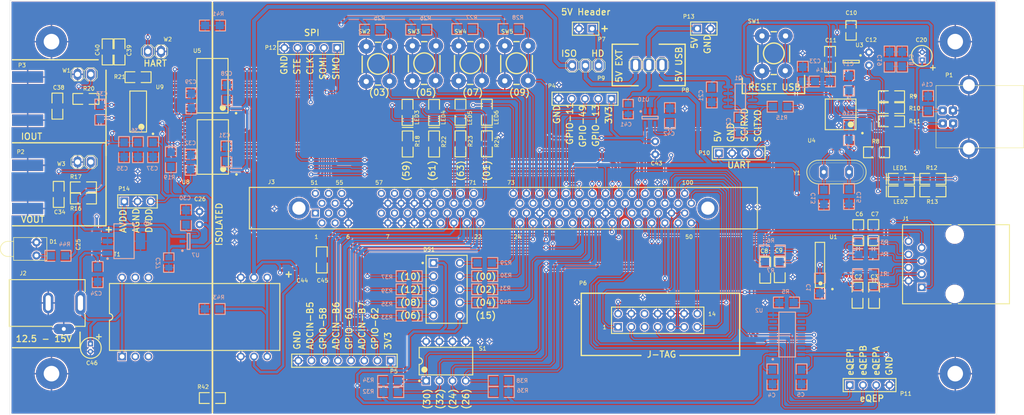
<source format=kicad_pcb>
(kicad_pcb (version 20211014) (generator pcbnew)
  (layers (0 "F.Cu" signal "Top Layer") (31 "B.Cu" signal "Bottom Layer") (34 "B.Paste" user "Bottom Paste") (35 "F.Paste" user "Top Paste") (36 "B.SilkS" user "Bottom Overlay") (37 "F.SilkS" user "Top Overlay") (38 "B.Mask" user "Bottom Solder") (39 "F.Mask" user "Top Solder") (44 "Edge.Cuts" user))
  (net 0 "")
  (net 1 "GPIO-58")
  (net 2 "ADCIN-B4")
  (net 3 "ADCIN-B3")
  (net 4 "ADCIN-B2")
  (net 5 "ADCIN-B1")
  (net 6 "GPIO-13")
  (net 7 "GPIO-49")
  (net 8 "GPIO-11")
  (net 9 "Z")
  (net 10 "Z-")
  (net 11 "Z+")
  (net 12 "VOUT")
  (net 13 "TRSTN")
  (net 14 "TMS")
  (net 15 "TDO")
  (net 16 "TDI")
  (net 17 "TCK")
  (net 18 "SUPPLY")
  (net 19 "SPISTE-A")
  (net 20 "SPISOMI-A")
  (net 21 "SPISIMO-A")
  (net 22 "SPICLK-A")
  (net 23 "SCLK")
  (net 24 "SCIRX-A")
  (net 25 "REFIN")
  (net 26 "NetR21_1")
  (net 27 "NetLED4_2")
  (net 28 "NetLED3_2")
  (net 29 "NetC42_1")
  (net 30 "NetC40_2")
  (net 31 "NetC38_1")
  (net 32 "NetC34_1")
  (net 33 "NetC33_2")
  (net 34 "NetC30_1")
  (net 35 "N/C")
  (net 36 "MOSI")
  (net 37 "MISO")
  (net 38 "IOUT")
  (net 39 "HART-IN")
  (net 40 "GPIO-62")
  (net 41 "GPIO-60")
  (net 42 "GPIO-27")
  (net 43 "GPIO-25")
  (net 44 "GPIO-14")
  (net 45 "GPIO-07")
  (net 46 "GPIO-06")
  (net 47 "GPIO-05")
  (net 48 "GPIO-04")
  (net 49 "GPIO-03")
  (net 50 "GPIO-02")
  (net 51 "GPIO-01")
  (net 52 "GPIO-00")
  (net 53 "GND")
  (net 54 "FZ-")
  (net 55 "FZ+")
  (net 56 "FB-")
  (net 57 "FB+")
  (net 58 "FA-")
  (net 59 "FA+")
  (net 60 "EQEPS-1")
  (net 61 "EQEPI-1")
  (net 62 "EQEPB-1")
  (net 63 "EQEPA-1")
  (net 64 "EMU1")
  (net 65 "EMU0")
  (net 66 "DVDD")
  (net 67 "CS#")
  (net 68 "CLR")
  (net 69 "B")
  (net 70 "B-")
  (net 71 "B+")
  (net 72 "AVDD")
  (net 73 "A")
  (net 74 "ALARM#")
  (net 75 "ADCIN-B7")
  (net 76 "ADCIN-B6")
  (net 77 "ADCIN-B5")
  (net 78 "A-")
  (net 79 "A+")
  (net 80 "5V")
  (net 81 "3V3")
  (net 82 "3V3 N/C")
  (net 83 "+VSENSE")
  (net 84 "XTOUT")
  (net 85 "XTIN")
  (net 86 "VCCIO")
  (net 87 "USBDP")
  (net 88 "USBDM")
  (net 89 "U5V")
  (net 90 "TXLED#")
  (net 91 "RXLED#")
  (net 92 "RXD")
  (net 93 "RSTOUT#")
  (net 94 "RESET#")
  (net 95 "PWREN#")
  (net 96 "NetLED2_1")
  (net 97 "NetLED1_1")
  (net 98 "NetC22_2")
  (net 99 "NetC11_1")
  (net 100 "DP")
  (net 101 "DM")
  (net 102 "AVCC")
  (net 103 "3V3OUT")
  (net 104 "GPIO-09")
  (net 105 "GPIO-59")
  (net 106 "GPIO-61")
  (net 107 "GPIO-63")
  (net 108 "NetLED5_2")
  (net 109 "NetLED6_2")
  (net 110 "5V HEADER")
  (net 111 "5V SUPPLY")
  (net 112 "5V USB")
  (net 113 "EXTERN 5V")
  (net 114 "GPIO-10")
  (net 115 "GPIO-12")
  (net 116 "GPIO-15")
  (net 117 "GPIO-24")
  (net 118 "GPIO-26")
  (net 119 "GPIO-84")
  (net 120 "GPIO-86")
  (net 121 "NetDS1_2")
  (net 122 "NetDS1_3")
  (net 123 "NetDS1_4")
  (net 124 "NetDS1_5")
  (net 125 "NetDS1_7")
  (net 126 "NetDS1_8")
  (net 127 "NetDS1_9")
  (net 128 "NetDS1_10")
  (net 129 "GPIO-08")
  (net 130 "GPIO-34")
  (net 131 "AGND")
  (net 132 "NetD1_1")
  (net 133 "AGND1")
  (net 134 "GPIO-30")
  (net 135 "GPIO-32")
  (footprint "PcbLib.PcbLib:Jumper 2" (layer "F.Cu") (at 164.3011 77.6036)
    (fp_text reference "P9")
    (fp_text value "Jumper 2" hide)
  )
  (footprint "TI Interface Isolator.IntLib:DW0016A_N" (layer "F.Cu") (at 92.5631 93.3146 180)
    (fp_text reference "U8")
    (fp_text value "ISO7631FMDWR" hide)
  )
  (footprint "CDR_PCB.PcbLib:R 1206" (layer "F.Cu") (at 90.724899 139.8036 180)
    (fp_text reference "R42")
    (fp_text value "R0" hide)
  )
  (footprint "" (layer "F.Cu") (at 235.5011 73.0036)
    (fp_text reference "")
    (fp_text value "")
  )
  (footprint "CDR_PCB.PcbLib:LED 1206" (layer "F.Cu") (at 143.4171 88.3616 -90)
    (fp_text reference "LED6")
    (fp_text value "Led smd" hide)
  )
  (footprint "CDR_PCB.PcbLib:R 1206" (layer "F.Cu") (at 133.257105 94.482997 -90)
    (fp_text reference "R22")
    (fp_text value "R220" hide)
  )
  (footprint "CDR_PCB.PcbLib:C 1206" (layer "F.Cu") (at 211.393499 76.420199 90)
    (fp_text reference "C11")
    (fp_text value "C10n" hide)
  )
  (footprint "CDR_PCB.PcbLib:R 1206" (layer "F.Cu") (at 69.3947 102.992003)
    (fp_text reference "R17")
    (fp_text value "R15" hide)
  )
  (footprint "CDR_PCB.PcbLib:R 1206" (layer "F.Cu") (at 224.982499 85.437199)
    (fp_text reference "R9")
    (fp_text value "R27" hide)
  )
  (footprint "CDR_PCB.PcbLib:LED 1206" (layer "F.Cu") (at 223.3809 99.959796 180)
    (fp_text reference "LED2")
    (fp_text value "Led smd" hide)
  )
  (footprint "CDR_PCB.PcbLib:R 1206" (layer "F.Cu") (at 69.3947 105.151003)
    (fp_text reference "R16")
    (fp_text value "R15" hide)
  )
  (footprint "CDR_PCB.PcbLib:R 1206" (layer "F.Cu") (at 229.4485 97.553197 180)
    (fp_text reference "R12")
    (fp_text value "R220" hide)
  )
  (footprint "PcbLib.PcbLib:Tantalum" (layer "F.Cu") (at 218.886499 76.293199 90)
    (fp_text reference "C12")
    (fp_text value "CT2.2u" hide)
  )
  (footprint "CDR_PCB.PcbLib:C 1206" (layer "F.Cu") (at 74.60043 74.971698 90)
    (fp_text reference "C39")
    (fp_text value "C0.1u" hide)
  )
  (footprint "CDR_PCB.PcbLib:R 1206" (layer "F.Cu") (at 224.982499 87.723199)
    (fp_text reference "R10")
    (fp_text value "R27" hide)
  )
  (footprint "Miscellaneous Connectors.IntLib:HDR2X7" (layer "F.Cu") (at 170.5951 127.9856)
    (fp_text reference "P6")
    (fp_text value "Header 7X2" hide)
  )
  (footprint "Miscellaneous Connectors.IntLib:HDR1X4" (layer "F.Cu") (at 215.2011 139.2036)
    (fp_text reference "P11")
    (fp_text value "Header 4" hide)
  )
  (footprint "PcbLib.PcbLib:Toggle sw" (layer "F.Cu") (at 176.5011 77.5036 180)
    (fp_text reference "P8")
    (fp_text value "5V SW" hide)
  )
  (footprint "TI Interface Isolator.IntLib:DW0016A_N" (layer "F.Cu") (at 92.490095 81.5036 180)
    (fp_text reference "U5")
    (fp_text value "ISO7631FMDWR" hide)
  )
  (footprint "CDR_PCB.PcbLib:USBB" (layer "F.Cu") (at 239.850501 87.520197 180)
    (fp_text reference "P1")
    (fp_text value "USB-B" hide)
  )
  (footprint "PcbLib.PcbLib:Jumper" (layer "F.Cu") (at 67.8011 96.203593 180)
    (fp_text reference "W3")
    (fp_text value "Jumper" hide)
  )
  (footprint "PcbLib.PcbLib:Tantalum" (layer "F.Cu") (at 90.0011 107.0036 90)
    (fp_text reference "C26")
    (fp_text value "CT2.2u" hide)
  )
  (footprint "Miscellaneous Devices.IntLib:A" (layer "F.Cu") (at 137.5751 120.7466)
    (fp_text reference "DS1")
    (fp_text value "Dpy Amber-CA" hide)
  )
  (footprint "PcbLib.PcbLib:sma" (layer "F.Cu") (at 56.7523 83.9166 180)
    (fp_text reference "P3")
    (fp_text value "sma" hide)
  )
  (footprint "Miscellaneous Connectors.IntLib:HDR1X5" (layer "F.Cu") (at 116.5011 74.2036 180)
    (fp_text reference "P12")
    (fp_text value "Header 5" hide)
  )
  (footprint "FTDI Communication UART.IntLib:LQFP-32_N" (layer "F.Cu") (at 213.434501 87.018197 180)
    (fp_text reference "U4")
    (fp_text value "FT232BL" hide)
  )
  (footprint "CDR_PCB.PcbLib:R 1206" (layer "F.Cu") (at 69.8841 85.9486)
    (fp_text reference "R20")
    (fp_text value "R15" hide)
  )
  (footprint "CDR_PCB.PcbLib:C 1206" (layer "F.Cu") (at 201.7101 116.9366 90)
    (fp_text reference "C9")
    (fp_text value "C?" hide)
  )
  (footprint "CDR_PCB.PcbLib:R 1206" (layer "F.Cu") (at 128.177105 94.482997 -90)
    (fp_text reference "R18")
    (fp_text value "R220" hide)
  )
  (footprint "Molex Modular Jack Right Angle.IntLib:15-43-6588" (layer "F.Cu") (at 245.940499 115.917199 90)
    (fp_text reference "J1")
    (fp_text value "RJ-45 connector" hide)
  )
  (footprint "Miscellaneous Devices.IntLib:DIP-8" (layer "F.Cu") (at 137.4481 134.5896 90)
    (fp_text reference "S1")
    (fp_text value "SW-DIP4" hide)
  )
  (footprint "Miscellaneous Connectors.IntLib:HDR1X3" (layer "F.Cu") (at 75.5229 103.8048)
    (fp_text reference "P14")
    (fp_text value "Header" hide)
  )
  (footprint "PcbLib.PcbLib:0805" (layer "F.Cu") (at 215.4261 70.854602 90)
    (fp_text reference "C10")
    (fp_text value "C1u" hide)
  )
  (footprint "PcbLib.PcbLib:Jumper" (layer "F.Cu") (at 67.8011 79.3036 180)
    (fp_text reference "W1")
    (fp_text value "Jumper" hide)
  )
  (footprint "CDR_PCB.PcbLib:C 1206" (layer "F.Cu") (at 62.8991 102.4586 -90)
    (fp_text reference "C34")
    (fp_text value "C0.1u" hide)
  )
  (footprint "CDR_PCB.PcbLib:C 1206" (layer "F.Cu") (at 72.30043 74.971698 90)
    (fp_text reference "C40")
    (fp_text value "C22n" hide)
  )
  (footprint "Miscellaneous Connectors.IntLib:HDR1X8" (layer "F.Cu") (at 126.801098 134.503598 180)
    (fp_text reference "P5")
    (fp_text value "Header 8" hide)
  )
  (footprint "CDR_PCB.PcbLib:C 1206" (layer "F.Cu") (at 216.6961 121.8896 -90)
    (fp_text reference "C2")
    (fp_text value "C?" hide)
  )
  (footprint "CDR_PCB.PcbLib:C 1206" (layer "F.Cu") (at 219.7441 109.8246 -90)
    (fp_text reference "C7")
    (fp_text value "C?" hide)
  )
  (footprint "CDR_PCB.PcbLib:C 1206" (layer "F.Cu") (at 219.8711 121.8896 90)
    (fp_text reference "C3")
    (fp_text value "C?" hide)
  )
  (footprint "CDR_PCB.PcbLib:R 1206" (layer "F.Cu") (at 79.9171 81.7576)
    (fp_text reference "R21")
    (fp_text value "R15k" hide)
  )
  (footprint "Miscellaneous Connectors.IntLib:HDR1X2" (layer "F.Cu") (at 185.8351 70.48)
    (fp_text reference "P13")
    (fp_text value "5V Header" hide)
  )
  (footprint "CDR_PCB.PcbLib:C 1206" (layer "F.Cu") (at 62.6451 85.4406 -90)
    (fp_text reference "C38")
    (fp_text value "C0.1u" hide)
  )
  (footprint "CDR_PCB.PcbLib:R 1206" (layer "F.Cu") (at 229.4485 99.966197 180)
    (fp_text reference "R13")
    (fp_text value "R220" hide)
  )
  (footprint "CDR_PCB.PcbLib:R 1206" (layer "F.Cu") (at 218.6011 92.4286 180)
    (fp_text reference "R8")
    (fp_text value "R470" hide)
  )
  (footprint "PcbLib.PcbLib:sma" (layer "F.Cu") (at 56.7523 100.9346 180)
    (fp_text reference "P2")
    (fp_text value "sma" hide)
  )
  (footprint "PcbLib.PcbLib:Almn cap" (layer "F.Cu") (at 70.2011 112.1036 90)
    (fp_text reference "C25")
    (fp_text value "C10u" hide)
  )
  (footprint "CDR_PCB.PcbLib:R 1206" (layer "F.Cu") (at 138.3371 94.4576 -90)
    (fp_text reference "R23")
    (fp_text value "R220" hide)
  )
  (footprint "PcbLib.PcbLib:DIL24" (layer "F.Cu") (at 89.0611 126.0806)
    (fp_text reference "T1")
    (fp_text value "TP TEL3-1211" hide)
  )
  (footprint "CDR_PCB.PcbLib:TACT SW" (layer "F.Cu") (at 151.0371 77.1856 90)
    (fp_text reference "SW5")
    (fp_text value "Switch" hide)
  )
  (footprint "" (layer "F.Cu") (at 61.5011 73.0036)
    (fp_text reference "")
    (fp_text value "")
  )
  (footprint "CDR_PCB.PcbLib:C 1206" (layer "F.Cu") (at 113.5605 115.081399 -90)
    (fp_text reference "C45")
    (fp_text value "C0.1u" hide)
  )
  (footprint "CDR_PCB.PcbLib:C 1206" (layer "F.Cu") (at 216.8231 109.8246 90)
    (fp_text reference "C6")
    (fp_text value "C?" hide)
  )
  (footprint "CDR_PCB.PcbLib:R 1206" (layer "F.Cu") (at 143.4171 94.4576 -90)
    (fp_text reference "R24")
    (fp_text value "R220" hide)
  )
  (footprint "CDR_PCB.PcbLib:LED 1206" (layer "F.Cu") (at 223.3809 97.546796 180)
    (fp_text reference "LED1")
    (fp_text value "Led smd" hide)
  )
  (footprint "CDR_PCB.PcbLib:Y TRHU" (layer "F.Cu") (at 212.6321 98.1436)
    (fp_text reference "Y1")
    (fp_text value "Cristal de Cuarzo" hide)
  )
  (footprint "PcbLib.PcbLib:Almn cap" (layer "F.Cu") (at 109.5011 115.0036 -90)
    (fp_text reference "C44")
    (fp_text value "C10u" hide)
  )
  (footprint "CDR_PCB.PcbLib:C 1206" (layer "F.Cu") (at 198.9161 117.0636 -90)
    (fp_text reference "C8")
    (fp_text value "C?" hide)
  )
  (footprint "CDR_PCB.PcbLib:TACT SW" (layer "F.Cu") (at 142.1471 77.1856 90)
    (fp_text reference "SW4")
    (fp_text value "Switch" hide)
  )
  (footprint "PcbLib.PcbLib:Tantalum" (layer "F.Cu") (at 177.746983 93.4886 -90)
    (fp_text reference "C43")
    (fp_text value "CT2.2u" hide)
  )
  (footprint "PcbLib.PcbLib:CAP4x7x1.5mm" (layer "F.Cu") (at 69.001102 132.003608 -90)
    (fp_text reference "C46")
    (fp_text value "C10u" hide)
  )
  (footprint "Miscellaneous Connectors.IntLib:HDR1X2" (layer "F.Cu") (at 165.6011 70.5036 180)
    (fp_text reference "P7")
    (fp_text value "5V Header" hide)
  )
  (footprint "Miscellaneous Devices.IntLib:LED-1" (layer "F.Cu") (at 58.601095 112.963801 180)
    (fp_text reference "D1")
    (fp_text value "LED" hide)
  )
  (footprint "CDR_PCB.PcbLib:TACT SW" (layer "F.Cu") (at 133.2571 77.1856 90)
    (fp_text reference "SW3")
    (fp_text value "Switch" hide)
  )
  (footprint "National Semiconductor Amplifier.IntLib:M14A_N" (layer "F.Cu") (at 209.4571 116.0476 180)
    (fp_text reference "U1")
    (fp_text value "LM324AM" hide)
  )
  (footprint "PcbLib.PcbLib:Jumper" (layer "F.Cu") (at 81.3141 74.8996)
    (fp_text reference "W2")
    (fp_text value "Jumper" hide)
  )
  (footprint "PcbLib.PcbLib:CAP4x7x1.5mm" (layer "F.Cu") (at 229.1421 75.7886 90)
    (fp_text reference "C20")
    (fp_text value "C10u" hide)
  )
  (footprint "CDR_PCB.PcbLib:LED 1206" (layer "F.Cu") (at 138.3371 88.3616 -90)
    (fp_text reference "LED5")
    (fp_text value "Led smd" hide)
  )
  (footprint "CDR_PCB.PcbLib:TACT SW" (layer "F.Cu") (at 124.3671 77.3126 90)
    (fp_text reference "SW2")
    (fp_text value "Switch" hide)
  )
  (footprint "PcbLib.PcbLib:PWP" (layer "F.Cu") (at 78.1951 86.475602 180)
    (fp_text reference "U9")
    (fp_text value "uA78M33" hide)
  )
  (footprint "" (layer "F.Cu") (at 235.5011 137.0036)
    (fp_text reference "")
    (fp_text value "")
  )
  (footprint "TI Power Management Linear Regulator Single Channel LDO (0-350mA).IntLib:TI-DBV5_N" (layer "F.Cu") (at 215.466501 76.852197 -90)
    (fp_text reference "U3")
    (fp_text value "LP2985-33DBVR" hide)
  )
  (footprint "Miscellaneous Connectors.IntLib:HDR1X5" (layer "F.Cu") (at 169.301102 84.0036 180)
    (fp_text reference "P4")
    (fp_text value "Header 5" hide)
  )
  (footprint "CDR_PCB.PcbLib:LED 1206" (layer "F.Cu") (at 133.257105 88.412397 -90)
    (fp_text reference "LED4")
    (fp_text value "Led smd" hide)
  )
  (footprint "AMP Memory Module DIMM II.IntLib:390213-1" (layer "F.Cu") (at 148.5011 105.1036)
    (fp_text reference "J3")
    (fp_text value "DIM100" hide)
  )
  (footprint "CDR_PCB.PcbLib:R 1206" (layer "F.Cu") (at 224.982499 90.263199)
    (fp_text reference "R11")
    (fp_text value "R1k5" hide)
  )
  (footprint "Miscellaneous Connectors.IntLib:HDR1X4" (layer "F.Cu") (at 190.0011 94.5036)
    (fp_text reference "P10")
    (fp_text value "Header 4" hide)
  )
  (footprint "" (layer "F.Cu") (at 61.5011 137.0036)
    (fp_text reference "")
    (fp_text value "")
  )
  (footprint "CDR_PCB.PcbLib:LED 1206" (layer "F.Cu") (at 128.150105 88.386997 -90)
    (fp_text reference "LED3")
    (fp_text value "Led smd" hide)
  )
  (footprint "PcbLib.PcbLib:jack" (layer "F.Cu") (at 53.6281 111.7296)
    (fp_text reference "J2")
    (fp_text value "Jack connector" hide)
  )
  (footprint "CDR_PCB.PcbLib:TACT SW" (layer "F.Cu") (at 200.5671 75.2806 90)
    (fp_text reference "SW1")
    (fp_text value "Switch" hide)
  )
  (footprint "CDR_PCB.PcbLib:C 1206" (layer "B.Cu") (at 215.0451 80.9956 -90)
    (fp_text reference "C17")
    (fp_text value "C33n" hide)
  )
  (footprint "CDR_PCB.PcbLib:R 1206" (layer "B.Cu") (at 128.5581 138.6536)
    (fp_text reference "R34")
    (fp_text value "R1k" hide)
  )
  (footprint "CDR_PCB.PcbLib:C 1206" (layer "B.Cu") (at 75.4721 93.8226 -90)
    (fp_text reference "C35")
    (fp_text value "C100p" hide)
  )
  (footprint "CDR_PCB.PcbLib:R 1206" (layer "B.Cu") (at 64.501096 112.3892)
    (fp_text reference "R44")
    (fp_text value "R15k" hide)
  )
  (footprint "CDR_PCB.PcbLib:C 1206" (layer "B.Cu") (at 209.4571 120.1116 90)
    (fp_text reference "C1")
    (fp_text value "C0.1u" hide)
  )
  (footprint "PcbLib.PcbLib:0805" (layer "B.Cu") (at 84.1011 115.6036 90)
    (fp_text reference "C27")
    (fp_text value "C1u" hide)
  )
  (footprint "CDR_PCB.PcbLib:R 1206" (layer "B.Cu") (at 130.4631 72.6136 180)
    (fp_text reference "R26")
    (fp_text value "R1k" hide)
  )
  (footprint "CDR_PCB.PcbLib:R 1206" (layer "B.Cu") (at 146.3381 142.4636 180)
    (fp_text reference "R36")
    (fp_text value "R1k" hide)
  )
  (footprint "CDR_PCB.PcbLib:C 1206" (layer "B.Cu") (at 81.0601 93.8226 -90)
    (fp_text reference "C37")
    (fp_text value "C0.1uF" hide)
  )
  (footprint "CDR_PCB.PcbLib:C 1206" (layer "B.Cu") (at 188.6291 83.2816 -90)
    (fp_text reference "C21")
    (fp_text value "C0.1u" hide)
  )
  (footprint "CDR_PCB.PcbLib:C 1206" (layer "B.Cu") (at 95.3011 82.8036 90)
    (fp_text reference "C28")
    (fp_text value "C0.1u" hide)
  )
  (footprint "CDR_PCB.PcbLib:C 1206" (layer "B.Cu") (at 230.2851 84.9326 90)
    (fp_text reference "C14")
    (fp_text value "C10n" hide)
  )
  (footprint "CDR_PCB.PcbLib:R 1206" (layer "B.Cu") (at 143.1631 120.1116 180)
    (fp_text reference "R30")
    (fp_text value "R1k" hide)
  )
  (footprint "CDR_PCB.PcbLib:C 1206" (layer "B.Cu") (at 222.865897 76.376003 -90)
    (fp_text reference "C19")
    (fp_text value "C0.1u" hide)
  )
  (footprint "CDR_PCB.PcbLib:R 1206" (layer "B.Cu") (at 132.1141 118.8416)
    (fp_text reference "R39")
    (fp_text value "R1k" hide)
  )
  (footprint "CDR_PCB.PcbLib:R 1206" (layer "B.Cu") (at 132.1141 123.9216)
    (fp_text reference "R33")
    (fp_text value "R1k" hide)
  )
  (footprint "CDR_PCB.PcbLib:C 1206" (layer "B.Cu") (at 206.1551 79.2938 90)
    (fp_text reference "C23")
    (fp_text value "C0.1u" hide)
  )
  (footprint "CDR_PCB.PcbLib:R 1206" (layer "B.Cu") (at 82.6011 94.0036 90)
    (fp_text reference "R19")
    (fp_text value "R10k" hide)
  )
  (footprint "CDR_PCB.PcbLib:R 1206" (layer "B.Cu") (at 143.1631 122.6516 180)
    (fp_text reference "R31")
    (fp_text value "R1k" hide)
  )
  (footprint "CDR_PCB.PcbLib:R 1206" (layer "B.Cu") (at 219.9981 115.9206)
    (fp_text reference "R1")
    (fp_text value "R?" hide)
  )
  (footprint "CDR_PCB.PcbLib:C 1206" (layer "B.Cu") (at 215.0451 102.8426 -90)
    (fp_text reference "C15")
    (fp_text value "C27p" hide)
  )
  (footprint "CDR_PCB.PcbLib:C 1206" (layer "B.Cu") (at 180.5731 87.2736 90)
    (fp_text reference "C42")
    (fp_text value "C10n" hide)
  )
  (footprint "CDR_PCB.PcbLib:C 1206" (layer "B.Cu") (at 95.1841 94.635603 90)
    (fp_text reference "C31")
    (fp_text value "C0.1u" hide)
  )
  (footprint "CDR_PCB.PcbLib:C 1206" (layer "B.Cu") (at 70.4011 117.9036 90)
    (fp_text reference "C24")
    (fp_text value "C0.1u" hide)
  )
  (footprint "CDR_PCB.PcbLib:R 1206" (layer "B.Cu") (at 198.5351 115.1586 180)
    (fp_text reference "R6")
    (fp_text value "R?" hide)
  )
  (footprint "CDR_PCB.PcbLib:R 1206" (layer "B.Cu") (at 132.1141 121.3816)
    (fp_text reference "R35")
    (fp_text value "R1k" hide)
  )
  (footprint "CDR_PCB.PcbLib:C 1206" (layer "B.Cu") (at 215.0451 90.5206 -90)
    (fp_text reference "C16")
    (fp_text value "C0.1u" hide)
  )
  (footprint "CDR_PCB.PcbLib:R 1206" (layer "B.Cu") (at 143.1631 117.5716 180)
    (fp_text reference "R29")
    (fp_text value "R1k" hide)
  )
  (footprint "CDR_PCB.PcbLib:C 1206" (layer "B.Cu") (at 200.3131 137.6376 90)
    (fp_text reference "C4")
    (fp_text value "C0.1u" hide)
  )
  (footprint "CDR_PCB.PcbLib:SOIC-14" (layer "B.Cu") (at 200.4401 128.2396 90)
    (fp_text reference "U2")
    (fp_text value "TXB0104DR" hide)
  )
  (footprint "CDR_PCB.PcbLib:C 1206" (layer "B.Cu") (at 88.2991 96.2356 90)
    (fp_text reference "C32")
    (fp_text value "C0.1u" hide)
  )
  (footprint "IR Discrete MOSFET - Power.PcbLib:SO-8_L" (layer "B.Cu") (at 194.121499 83.637203 180)
    (fp_text reference "Q1")
    (fp_text value "IRF7425" hide)
  )
  (footprint "CDR_PCB.PcbLib:C 1206" (layer "B.Cu") (at 78.1391 93.8226 -90)
    (fp_text reference "C36")
    (fp_text value "C0.1u" hide)
  )
  (footprint "CDR_PCB.PcbLib:C 1206" (layer "B.Cu") (at 210.2191 102.9696 -90)
    (fp_text reference "C13")
    (fp_text value "C27p" hide)
  )
  (footprint "CDR_PCB.PcbLib:R 1206" (layer "B.Cu") (at 146.3381 140.3046 180)
    (fp_text reference "R38")
    (fp_text value "R1k" hide)
  )
  (footprint "CDR_PCB.PcbLib:C 1206" (layer "B.Cu") (at 205.9011 137.6376 -90)
    (fp_text reference "C5")
    (fp_text value "C0.1u" hide)
  )
  (footprint "CDR_PCB.PcbLib:R 1206" (layer "B.Cu") (at 148.2431 72.4866 180)
    (fp_text reference "R28")
    (fp_text value "R1k" hide)
  )
  (footprint "CDR_PCB.PcbLib:R 1206" (layer "B.Cu") (at 219.9981 118.0796)
    (fp_text reference "R2")
    (fp_text value "R?" hide)
  )
  (footprint "CDR_PCB.PcbLib:R 1206" (layer "B.Cu") (at 94.1665 122.6262)
    (fp_text reference "R43")
    (fp_text value "R0" hide)
  )
  (footprint "CDR_PCB.PcbLib:R 1206" (layer "B.Cu") (at 200.0591 87.450604 180)
    (fp_text reference "R15")
    (fp_text value "R1k" hide)
  )
  (footprint "CDR_PCB.PcbLib:R 1206" (layer "B.Cu") (at 128.5581 136.4946)
    (fp_text reference "R32")
    (fp_text value "R1k" hide)
  )
  (footprint "CDR_PCB.PcbLib:R 1206" (layer "B.Cu") (at 220.032499 112.104199)
    (fp_text reference "R4")
    (fp_text value "R?" hide)
  )
  (footprint "CDR_PCB.PcbLib:R 1206" (layer "B.Cu") (at 132.1141 116.3016)
    (fp_text reference "R37")
    (fp_text value "R1k" hide)
  )
  (footprint "CDR_PCB.PcbLib:C 1206" (layer "B.Cu") (at 193.9631 89.101604 -90)
    (fp_text reference "C22")
    (fp_text value "C0.1u" hide)
  )
  (footprint "CDR_PCB.PcbLib:R 1206" (layer "B.Cu") (at 220.032499 109.945199)
    (fp_text reference "R3")
    (fp_text value "R?" hide)
  )
  (footprint "CDR_PCB.PcbLib:R 1206" (layer "B.Cu") (at 90.750299 71.8036 180)
    (fp_text reference "R41")
    (fp_text value "R0" hide)
  )
  (footprint "CDR_PCB.PcbLib:R 1206" (layer "B.Cu") (at 198.5351 117.3176 180)
    (fp_text reference "R7")
    (fp_text value "R?" hide)
  )
  (footprint "CDR_PCB.PcbLib:C 1206" (layer "B.Cu") (at 70.9001 86.5836 90)
    (fp_text reference "C33")
    (fp_text value "C1n" hide)
  )
  (footprint "CDR_PCB.PcbLib:R 1206" (layer "B.Cu") (at 143.1631 125.1916 180)
    (fp_text reference "R40")
    (fp_text value "R1k" hide)
  )
  (footprint "TI Power Management Linear Regulator Single Channel LDO (0-350mA).IntLib:TI-DBV5_N" (layer "B.Cu") (at 87.9011 111.503598)
    (fp_text reference "U7")
    (fp_text value "LP2985-33DBVR" hide)
  )
  (footprint "TI Power Management Linear Regulator Single Channel LDO (0-350mA).IntLib:TI-DBV5_N" (layer "B.Cu") (at 176.746909 87.653197 -90)
    (fp_text reference "U10")
    (fp_text value "LP2985-33DBVR" hide)
  )
  (footprint "CDR_PCB.PcbLib:C 1206" (layer "B.Cu") (at 87.401106 106.9036 90)
    (fp_text reference "C30")
    (fp_text value "C10n" hide)
  )
  (footprint "CDR_PCB.PcbLib:R 1206" (layer "B.Cu") (at 121.5731 72.6136 180)
    (fp_text reference "R25")
    (fp_text value "R1k" hide)
  )
  (footprint "CDR_PCB.PcbLib:R 1206" (layer "B.Cu") (at 211.6669 78.7858)
    (fp_text reference "R14")
    (fp_text value "R1k" hide)
  )
  (footprint "CDR_PCB.PcbLib:R 1206" (layer "B.Cu") (at 139.3531 72.4866 180)
    (fp_text reference "R27")
    (fp_text value "R1k" hide)
  )
  (footprint "PcbLib.PcbLib:0805" (layer "B.Cu") (at 172.5011 86.0036 -90)
    (fp_text reference "C41")
    (fp_text value "C1u" hide)
  )
  (footprint "CDR_PCB.PcbLib:C 1206" (layer "B.Cu") (at 88.4261 84.4246 90)
    (fp_text reference "C29")
    (fp_text value "C0.1u" hide)
  )
  (footprint "CDR_PCB.PcbLib:R 1206" (layer "B.Cu") (at 204.7581 121.3816)
    (fp_text reference "R5")
    (fp_text value "R1k" hide)
  )
  (footprint "CDR_PCB.PcbLib:C 1206" (layer "B.Cu") (at 225.278897 76.379003 -90)
    (fp_text reference "C18")
    (fp_text value "C0.1u" hide)
  )
  (footprint "PcbLib.PcbLib:DCY4" (layer "B.Cu") (at 75.4721 111.4756)
    (fp_text reference "U6")
    (fp_text value "LM2937-12" hide)
  )
  (gr_line (start 72.0011 108.5036) (end 72.0011 92.5036) (layer "F.SilkS") (width 0.254))
  (gr_line (start 54.0011 76.5036) (end 70.5011 76.5036) (layer "F.SilkS") (width 0.254))
  (gr_line (start 163.5011 133.5036) (end 175.0011 133.5036) (layer "F.SilkS") (width 0.254))
  (gr_line (start 183.5011 81.5036) (end 183.5011 73.5036) (layer "F.SilkS") (width 0.254))
  (gr_line (start 54.0011 132.003603) (end 67.0011 132.003603) (layer "F.SilkS") (width 0.254))
  (gr_line (start 163.501091 121.5036) (end 194.0011 121.5036) (layer "F.SilkS") (width 0.254))
  (gr_line (start 54.0011 92.5036) (end 55.5011 92.5036) (layer "F.SilkS") (width 0.254))
  (gr_line (start 169.4601 81.5036) (end 174.4601 81.5036) (layer "F.SilkS") (width 0.254))
  (gr_line (start 55.5011 92.5036) (end 72.0011 92.5036) (layer "F.SilkS") (width 0.254))
  (gr_line (start 169.4601 73.5036) (end 174.4601 73.5036) (layer "F.SilkS") (width 0.254))
  (gr_line (start 169.4601 81.5036) (end 169.4601 73.5036) (layer "F.SilkS") (width 0.254))
  (gr_line (start 194.0011 133.5036) (end 194.0011 121.5036) (layer "F.SilkS") (width 0.254))
  (gr_line (start 54.0011 108.5036) (end 72.0011 108.5036) (layer "F.SilkS") (width 0.254))
  (gr_line (start 194.5011 83.0036) (end 194.5011 80.0036) (layer "F.SilkS") (width 0.254))
  (gr_line (start 182.5011 133.5036) (end 194.0011 133.5036) (layer "F.SilkS") (width 0.254))
  (gr_line (start 178.5011 73.5036) (end 183.5011 73.5036) (layer "F.SilkS") (width 0.254))
  (gr_line (start 72.0011 95.0036) (end 72.0011 78.5036) (layer "F.SilkS") (width 0.254))
  (gr_line (start 163.501091 133.50359) (end 163.501091 121.5036) (layer "F.SilkS") (width 0.254))
  (gr_line (start 206.5011 83.0036) (end 206.5011 79.5036) (layer "F.SilkS") (width 0.254))
  (gr_line (start 67.001106 132.003603) (end 67.001106 129.003602) (layer "F.SilkS") (width 0.254))
  (gr_line (start 92.5011 144.5036) (end 92.5011 65.5036) (layer "F.SilkS") (width 0.254))
  (gr_line (start 194.5011 83.0036) (end 206.5011 83.0036) (layer "F.SilkS") (width 0.254))
  (gr_line (start 178.5011 81.5036) (end 183.5011 81.5036) (layer "F.SilkS") (width 0.254))
  (gr_line (start 243.5011 65.0036) (end 243.5011 145.0036) (layer "Edge.Cuts") (width 0.05))
  (gr_line (start 53.5011 65.0036) (end 243.5011 65.0036) (layer "Edge.Cuts") (width 0.05))
  (gr_line (start 53.5011 145.0036) (end 53.5011 65.0036) (layer "Edge.Cuts") (width 0.05))
  (gr_line (start 243.5011 145.0036) (end 53.5011 145.0036) (layer "Edge.Cuts") (width 0.05))
  (gr_text "GND" (at 107.0011 79.5036 90) (layer "F.SilkS") (effects (font (size 1.2192 1.2192) (thickness 0.2032)) (justify left bottom)))
  (gr_text "(07)" (at 140.501091 83.5036) (layer "F.SilkS") (effects (font (size 1.2192 1.2192) (thickness 0.2032)) (justify left bottom)))
  (gr_text "GND" (at 159.5011 89.003605 90) (layer "F.SilkS") (effects (font (size 1.2192 1.2192) (thickness 0.2032)) (justify left bottom)))
  (gr_text "IOUT" (at 55.5011 92.0036) (layer "F.SilkS") (effects (font (size 1.2192 1.2192) (thickness 0.2032)) (justify left bottom)))
  (gr_text "RESET USB" (at 195.5011 82.5036) (layer "F.SilkS") (effects (font (size 1.2192 1.2192) (thickness 0.2032)) (justify left bottom)))
  (gr_text "GPIO-49" (at 164.5011 93.503596 90) (layer "F.SilkS") (effects (font (size 1.2192 1.2192) (thickness 0.2032)) (justify left bottom)))
  (gr_text "5V USB" (at 183.0157 80.9194 90) (layer "F.SilkS") (effects (font (size 1.2192 1.2192) (thickness 0.2032)) (justify left bottom)))
  (gr_text "(24)" (at 139.5011 144.0036 90) (layer "F.SilkS") (effects (font (size 1.2192 1.2192) (thickness 0.2032)) (justify left bottom)))
  (gr_text "SCITXD" (at 198.2011 92.5036 90) (layer "F.SilkS") (effects (font (size 1.2192 1.2192) (thickness 0.2032)) (justify left bottom)))
  (gr_text "J-TAG" (at 176.0011 134.003594) (layer "F.SilkS") (effects (font (size 1.2192 1.2192) (thickness 0.2032)) (justify left bottom)))
  (gr_text "STE" (at 109.5011 79.5036 90) (layer "F.SilkS") (effects (font (size 1.2192 1.2192) (thickness 0.2032)) (justify left bottom)))
  (gr_text "eQEPB" (at 218.501093 137.503597 90) (layer "F.SilkS") (effects (font (size 1.2192 1.2192) (thickness 0.2032)) (justify left bottom)))
  (gr_text "SIMO" (at 117.0011 80.503597 90) (layer "F.SilkS") (effects (font (size 1.2192 1.2192) (thickness 0.2032)) (justify left bottom)))
  (gr_text "3V3" (at 127.0011 132.503625 90) (layer "F.SilkS") (effects (font (size 1.2192 1.2192) (thickness 0.2032)) (justify left bottom)))
  (gr_text "(01)" (at 146.001098 100.003609 90) (layer "F.SilkS") (effects (font (size 1.2192 1.2192) (thickness 0.2032)) (justify left bottom)))
  (gr_text "ISOLATED" (at 94.5011 112.503607 90) (layer "F.SilkS") (effects (font (size 1.2192 1.2192) (thickness 0.2032)) (justify left bottom)))
  (gr_text "GPIO-60" (at 119.5011 132.503625 90) (layer "F.SilkS") (effects (font (size 1.2192 1.2192) (thickness 0.2032)) (justify left bottom)))
  (gr_text "HART" (at 79.1011 77.9036) (layer "F.SilkS") (effects (font (size 1.2192 1.2192) (thickness 0.2032)) (justify left bottom)))
  (gr_text "ADCIN-B7" (at 122.0011 132.503625 90) (layer "F.SilkS") (effects (font (size 1.2192 1.2192) (thickness 0.2032)) (justify left bottom)))
  (gr_text "ADCIN-B5" (at 112.0011 132.5036 90) (layer "F.SilkS") (effects (font (size 1.2192 1.2192) (thickness 0.2032)) (justify left bottom)))
  (gr_text "5V Header" (at 159.5011 68.0036) (layer "F.SilkS") (effects (font (size 1.2192 1.2192) (thickness 0.2032)) (justify left bottom)))
  (gr_text "(26)" (at 142.0011 144.0036 90) (layer "F.SilkS") (effects (font (size 1.2192 1.2192) (thickness 0.2032)) (justify left bottom)))
  (gr_text "eQEPI" (at 216.001093 137.503597 90) (layer "F.SilkS") (effects (font (size 1.2192 1.2192) (thickness 0.2032)) (justify left bottom)))
  (gr_text "5V" (at 186.0011 74.503611 90) (layer "F.SilkS") (effects (font (size 1.2192 1.2192) (thickness 0.2032)) (justify left bottom)))
  (gr_text "(06)" (at 128.501092 126.5036) (layer "F.SilkS") (effects (font (size 1.2192 1.2192) (thickness 0.2032)) (justify left bottom)))
  (gr_text "ADCIN-B6" (at 117.0011 132.503625 90) (layer "F.SilkS") (effects (font (size 1.2192 1.2192) (thickness 0.2032)) (justify left bottom)))
  (gr_text "(03)" (at 122.501092 83.5036) (layer "F.SilkS") (effects (font (size 1.2192 1.2192) (thickness 0.2032)) (justify left bottom)))
  (gr_text "SOMI" (at 114.5011 80.503597 90) (layer "F.SilkS") (effects (font (size 1.2192 1.2192) (thickness 0.2032)) (justify left bottom)))
  (gr_text "GND" (at 188.5011 75.503609 90) (layer "F.SilkS") (effects (font (size 1.2192 1.2192) (thickness 0.2032)) (justify left bottom)))
  (gr_text "(32)" (at 137.001093 144.00361 90) (layer "F.SilkS") (effects (font (size 1.2192 1.2192) (thickness 0.2032)) (justify left bottom)))
  (gr_text "VOUT" (at 55.5011 108.0036) (layer "F.SilkS") (effects (font (size 1.2192 1.2192) (thickness 0.2032)) (justify left bottom)))
  (gr_text "CLK" (at 112.0011 79.5036 90) (layer "F.SilkS") (effects (font (size 1.2192 1.2192) (thickness 0.2032)) (justify left bottom)))
  (gr_text "AVDD" (at 76.001098 110.003606 90) (layer "F.SilkS") (effects (font (size 1.2192 1.2192) (thickness 0.2032)) (justify left bottom)))
  (gr_text "5V" (at 190.5011 92.5036 90) (layer "F.SilkS") (effects (font (size 1.2192 1.2192) (thickness 0.2032)) (justify left bottom)))
  (gr_text "eQEPA" (at 221.001093 137.503597 90) (layer "F.SilkS") (effects (font (size 1.2192 1.2192) (thickness 0.2032)) (justify left bottom)))
  (gr_text "GND" (at 223.501093 137.503597 90) (layer "F.SilkS") (effects (font (size 1.2192 1.2192) (thickness 0.2032)) (justify left bottom)))
  (gr_text "(08)" (at 128.501092 124.0036) (layer "F.SilkS") (effects (font (size 1.2192 1.2192) (thickness 0.2032)) (justify left bottom)))
  (gr_text "(59)" (at 130.501098 100.003609 90) (layer "F.SilkS") (effects (font (size 1.2192 1.2192) (thickness 0.2032)) (justify left bottom)))
  (gr_text "3V3" (at 169.5011 89.003605 90) (layer "F.SilkS") (effects (font (size 1.2192 1.2192) (thickness 0.2032)) (justify left bottom)))
  (gr_text "(09)" (at 149.501091 83.5036) (layer "F.SilkS") (effects (font (size 1.2192 1.2192) (thickness 0.2032)) (justify left bottom)))
  (gr_text "5V EXT" (at 171.5011 81.003598 90) (layer "F.SilkS") (effects (font (size 1.2192 1.2192) (thickness 0.2032)) (justify left bottom)))
  (gr_text "AGND" (at 78.501098 110.003606 90) (layer "F.SilkS") (effects (font (size 1.2192 1.2192) (thickness 0.2032)) (justify left bottom)))
  (gr_text "GPIO-13" (at 167.0011 93.403597 90) (layer "F.SilkS") (effects (font (size 1.2192 1.2192) (thickness 0.2032)) (justify left bottom)))
  (gr_text "(00)" (at 143.001091 119.0036) (layer "F.SilkS") (effects (font (size 1.2192 1.2192) (thickness 0.2032)) (justify left bottom)))
  (gr_text "SPI" (at 110.0011 72.0036) (layer "F.SilkS") (effects (font (size 1.2192 1.2192) (thickness 0.2032)) (justify left bottom)))
  (gr_text "12.5 - 15V" (at 54.501103 131.003603) (layer "F.SilkS") (effects (font (size 1.2192 1.2192) (thickness 0.2032)) (justify left bottom)))
  (gr_text "(30)" (at 134.501098 144.00361 90) (layer "F.SilkS") (effects (font (size 1.2192 1.2192) (thickness 0.2032)) (justify left bottom)))
  (gr_text "SCIRXD" (at 195.651098 92.478602 90) (layer "F.SilkS") (effects (font (size 1.2192 1.2192) (thickness 0.2032)) (justify left bottom)))
  (gr_text "ISO   HD" (at 159.5011 76.0036) (layer "F.SilkS") (effects (font (size 1.2192 1.2192) (thickness 0.2032)) (justify left bottom)))
  (gr_text "DVDD" (at 81.001098 110.003606 90) (layer "F.SilkS") (effects (font (size 1.2192 1.2192) (thickness 0.2032)) (justify left bottom)))
  (gr_text "(05)" (at 131.501109 83.5036) (layer "F.SilkS") (effects (font (size 1.2192 1.2192) (thickness 0.2032)) (justify left bottom)))
  (gr_text "GPIO-62" (at 124.5011 132.503625 90) (layer "F.SilkS") (effects (font (size 1.2192 1.2192) (thickness 0.2032)) (justify left bottom)))
  (gr_text "(04)" (at 143.001091 124.0036) (layer "F.SilkS") (effects (font (size 1.2192 1.2192) (thickness 0.2032)) (justify left bottom)))
  (gr_text "(02)" (at 143.001091 121.5036) (layer "F.SilkS") (effects (font (size 1.2192 1.2192) (thickness 0.2032)) (justify left bottom)))
  (gr_text "GND" (at 109.5011 132.5036 90) (layer "F.SilkS") (effects (font (size 1.2192 1.2192) (thickness 0.2032)) (justify left bottom)))
  (gr_text "UART" (at 191.501091 97.503598) (layer "F.SilkS") (effects (font (size 1.2192 1.2192) (thickness 0.2032)) (justify left bottom)))
  (gr_text "(15)" (at 143.001091 126.5036) (layer "F.SilkS") (effects (font (size 1.2192 1.2192) (thickness 0.2032)) (justify left bottom)))
  (gr_text "(10)" (at 128.501092 119.0036) (layer "F.SilkS") (effects (font (size 1.2192 1.2192) (thickness 0.2032)) (justify left bottom)))
  (gr_text "GND" (at 193.001098 92.503608 90) (layer "F.SilkS") (effects (font (size 1.2192 1.2192) (thickness 0.2032)) (justify left bottom)))
  (gr_text "GPIO-58" (at 114.5011 132.503625 90) (layer "F.SilkS") (effects (font (size 1.2192 1.2192) (thickness 0.2032)) (justify left bottom)))
  (gr_text "(12)" (at 128.501092 121.5036) (layer "F.SilkS") (effects (font (size 1.2192 1.2192) (thickness 0.2032)) (justify left bottom)))
  (gr_text "(63)" (at 141.0011 100.0036 90) (layer "F.SilkS") (effects (font (size 1.2192 1.2192) (thickness 0.2032)) (justify left bottom)))
  (gr_text "eQEP" (at 217.0011 142.5036) (layer "F.SilkS") (effects (font (size 1.2192 1.2192) (thickness 0.2032)) (justify left bottom)))
  (gr_text "GPIO-11" (at 162.0011 93.003597 90) (layer "F.SilkS") (effects (font (size 1.2192 1.2192) (thickness 0.2032)) (justify left bottom)))
  (gr_text "(61)" (at 135.5011 100.0036 90) (layer "F.SilkS") (effects (font (size 1.2192 1.2192) (thickness 0.2032)) (justify left bottom)))
  (dimension (type center) (layer "F.SilkS") (pts (xy 168.0011 70.5036) (xy 168.0011 71.0116)) (style (thickness 0.254) (arrow_length 1.27) (text_position_mode 0) (extension_offset 0) keep_text_aligned))
  (segment (start 116.1011 128.903602) (end 116.1011 111.5036) (width 0.3048) (layer "B.Cu") (net 1))
  (segment (start 116.1011 111.5036) (end 117.4011 110.2036) (width 0.3048) (layer "B.Cu") (net 1))
  (segment (start 117.4011 110.2036) (end 138.201098 110.2036) (width 0.3048) (layer "B.Cu") (net 1))
  (segment (start 138.201098 110.2036) (end 138.976103 109.428596) (width 0.3048) (layer "B.Cu") (net 1))
  (segment (start 138.976103 109.428596) (end 138.976103 107.953598) (width 0.3048) (layer "B.Cu") (net 1))
  (segment (start 114.101098 130.903603) (end 116.1011 128.903602) (width 0.3048) (layer "B.Cu") (net 1))
  (segment (start 114.101098 134.503598) (end 114.101098 130.903603) (width 0.3048) (layer "B.Cu") (net 1))
  (segment (start 160.6011 100.4036) (end 163.1011 100.4036) (width 0.3048) (layer "F.Cu") (net 6))
  (via (at 163.1011 100.4036) (size 0.8128) (drill 0.4064) (layers "F.Cu" "B.Cu") (net 6))
  (via (at 160.6011 100.4036) (size 0.8128) (drill 0.4064) (layers "F.Cu" "B.Cu") (net 6))
  (segment (start 166.3011 87.7036) (end 166.761102 87.2436) (width 0.3048) (layer "B.Cu") (net 6))
  (segment (start 160.6011 88.203602) (end 161.1011 87.7036) (width 0.3048) (layer "B.Cu") (net 6))
  (segment (start 161.1011 87.7036) (end 166.3011 87.7036) (width 0.3048) (layer "B.Cu") (net 6))
  (segment (start 160.6011 100.4036) (end 160.6011 88.203602) (width 0.3048) (layer "B.Cu") (net 6))
  (segment (start 163.1011 100.4036) (end 163.106103 100.408604) (width 0.3048) (layer "B.Cu") (net 6))
  (segment (start 166.761102 87.2436) (end 166.761102 84.0036) (width 0.3048) (layer "B.Cu") (net 6))
  (segment (start 163.106103 102.253602) (end 163.106103 100.408604) (width 0.3048) (layer "B.Cu") (net 6))
  (segment (start 159.296103 101.108595) (end 159.3011 101.1036) (width 0.3048) (layer "B.Cu") (net 7))
  (segment (start 159.296103 101.108595) (end 159.296103 87.408597) (width 0.3048) (layer "B.Cu") (net 7))
  (segment (start 163.8011 86.9036) (end 164.221102 86.483598) (width 0.3048) (layer "B.Cu") (net 7))
  (segment (start 159.296103 87.408597) (end 159.8011 86.9036) (width 0.3048) (layer "B.Cu") (net 7))
  (segment (start 164.221102 86.483598) (end 164.221102 84.0036) (width 0.3048) (layer "B.Cu") (net 7))
  (segment (start 159.8011 86.9036) (end 163.8011 86.9036) (width 0.3048) (layer "B.Cu") (net 7))
  (segment (start 159.296103 104.1536) (end 159.296103 101.108595) (width 0.2032) (layer "B.Cu") (net 7))
  (segment (start 158.026103 102.253602) (end 158.026103 86.5786) (width 0.3048) (layer "B.Cu") (net 8))
  (segment (start 161.201098 86.0036) (end 161.681102 85.523597) (width 0.3048) (layer "B.Cu") (net 8))
  (segment (start 158.6011 86.0036) (end 161.201098 86.0036) (width 0.3048) (layer "B.Cu") (net 8))
  (segment (start 161.681102 85.523597) (end 161.681102 84.0036) (width 0.3048) (layer "B.Cu") (net 8))
  (segment (start 158.026103 86.5786) (end 158.6011 86.0036) (width 0.3048) (layer "B.Cu") (net 8))
  (segment (start 197.0111 112.2376) (end 207.0571 112.2376) (width 0.3048) (layer "F.Cu") (net 9))
  (segment (start 196.7011 128.5646) (end 196.7011 112.5476) (width 0.3048) (layer "F.Cu") (net 9))
  (segment (start 196.7011 128.5646) (end 197.6461 129.5096) (width 0.3048) (layer "F.Cu") (net 9))
  (segment (start 196.7011 112.5476) (end 197.0111 112.2376) (width 0.3048) (layer "F.Cu") (net 9))
  (segment (start 197.6461 129.5096) (end 208.3141 129.5096) (width 0.3048) (layer "F.Cu") (net 9))
  (via (at 208.3141 129.5096) (size 0.8128) (drill 0.4064) (layers "F.Cu" "B.Cu") (net 9))
  (segment (start 205.8401 129.5096) (end 208.3141 129.5096) (width 0.3048) (layer "B.Cu") (net 9))
  (segment (start 198.878701 113.247199) (end 198.878701 110.496999) (width 0.3048) (layer "B.Cu") (net 10))
  (segment (start 198.878701 110.496999) (end 199.26171 110.11399) (width 0.3048) (layer "B.Cu") (net 10))
  (segment (start 199.26171 110.11399) (end 226.12949 110.11399) (width 0.3048) (layer "B.Cu") (net 10))
  (segment (start 226.12949 110.11399) (end 226.51049 110.49499) (width 0.3048) (layer "B.Cu") (net 10))
  (segment (start 226.51049 111.472199) (end 226.51049 110.49499) (width 0.3048) (layer "B.Cu") (net 10))
  (segment (start 198.8723 115.4126) (end 198.878701 115.406199) (width 0.3048) (layer "B.Cu") (net 11))
  (segment (start 197.0111 114.9046) (end 197.5191 115.4126) (width 0.3048) (layer "B.Cu") (net 11))
  (segment (start 228.66949 109.47899) (end 229.05049 109.85999) (width 0.3048) (layer "B.Cu") (net 11))
  (segment (start 229.05049 112.742199) (end 229.05049 109.85999) (width 0.3048) (layer "B.Cu") (net 11))
  (segment (start 197.0111 109.9516) (end 197.48371 109.47899) (width 0.3048) (layer "B.Cu") (net 11))
  (segment (start 197.48371 109.47899) (end 228.66949 109.47899) (width 0.3048) (layer "B.Cu") (net 11))
  (segment (start 197.0111 114.9046) (end 197.0111 109.9516) (width 0.3048) (layer "B.Cu") (net 11))
  (segment (start 197.5191 115.4126) (end 198.8723 115.4126) (width 0.3048) (layer "B.Cu") (net 11))
  (segment (start 73.7981 87.7036) (end 74.1951 88.1006) (width 0.3048) (layer "F.Cu") (net 12))
  (segment (start 70.8011 100.7036) (end 70.8011 88.5036) (width 0.3048) (layer "F.Cu") (net 12))
  (segment (start 69.0511 101.080602) (end 70.4241 101.080602) (width 0.3048) (layer "F.Cu") (net 12))
  (segment (start 71.6011 87.7036) (end 73.7981 87.7036) (width 0.3048) (layer "F.Cu") (net 12))
  (segment (start 70.4241 101.080602) (end 70.8011 100.7036) (width 0.3048) (layer "F.Cu") (net 12))
  (segment (start 74.1951 88.1006) (end 75.3451 88.1006) (width 0.3048) (layer "F.Cu") (net 12))
  (segment (start 70.8011 88.5036) (end 71.6011 87.7036) (width 0.3048) (layer "F.Cu") (net 12))
  (via (at 73.1011 87.7036) (size 0.8128) (drill 0.4064) (layers "F.Cu" "B.Cu") (net 12))
  (segment (start 71.0301 87.9806) (end 71.3071 87.7036) (width 0.3048) (layer "B.Cu") (net 12))
  (segment (start 71.3071 87.7036) (end 73.1011 87.7036) (width 0.3048) (layer "B.Cu") (net 12))
  (segment (start 170.5951 123.1596) (end 170.7221 123.2866) (width 0.3048) (layer "F.Cu") (net 13))
  (segment (start 170.7221 123.2866) (end 191.4231 123.2866) (width 0.3048) (layer "F.Cu") (net 13))
  (via (at 191.4231 123.2866) (size 0.8128) (drill 0.4064) (layers "F.Cu" "B.Cu") (net 13))
  (via (at 170.5951 123.1596) (size 0.8128) (drill 0.4064) (layers "F.Cu" "B.Cu") (net 13))
  (segment (start 191.4231 123.2866) (end 191.4231 101.9506) (width 0.3048) (layer "B.Cu") (net 13))
  (segment (start 183.426103 102.153602) (end 183.426103 101.278597) (width 0.3048) (layer "B.Cu") (net 13))
  (segment (start 170.5951 125.4456) (end 170.5951 123.1596) (width 0.3048) (layer "B.Cu") (net 13))
  (segment (start 183.8971 100.8076) (end 190.2801 100.8076) (width 0.3048) (layer "B.Cu") (net 13))
  (segment (start 183.426103 101.278597) (end 183.8971 100.8076) (width 0.3048) (layer "B.Cu") (net 13))
  (segment (start 190.2801 100.8076) (end 191.4231 101.9506) (width 0.3048) (layer "B.Cu") (net 13))
  (segment (start 167.6741 126.9696) (end 168.6901 127.9856) (width 0.3048) (layer "B.Cu") (net 14))
  (segment (start 168.6901 127.9856) (end 170.5951 127.9856) (width 0.3048) (layer "B.Cu") (net 14))
  (segment (start 168.4041 121.0006) (end 180.2041 121.0006) (width 0.3048) (layer "B.Cu") (net 14))
  (segment (start 167.6741 126.9696) (end 167.6741 121.7306) (width 0.3048) (layer "B.Cu") (net 14))
  (segment (start 180.887177 107.533523) (end 182.4671 105.9536) (width 0.2032) (layer "B.Cu") (net 14))
  (segment (start 180.2041 121.0006) (end 180.8821 120.3226) (width 0.3048) (layer "B.Cu") (net 14))
  (segment (start 167.6741 121.7306) (end 168.4041 121.0006) (width 0.3048) (layer "B.Cu") (net 14))
  (segment (start 180.887177 108.930523) (end 180.887177 107.533523) (width 0.2032) (layer "B.Cu") (net 14))
  (segment (start 180.8821 120.3226) (end 180.8821 108.9356) (width 0.3048) (layer "B.Cu") (net 14))
  (segment (start 182.4671 105.9536) (end 183.426103 105.9536) (width 0.2032) (layer "B.Cu") (net 14))
  (segment (start 182.156103 100.4486) (end 182.813102 99.7916) (width 0.3048) (layer "B.Cu") (net 15))
  (segment (start 182.813102 99.7916) (end 190.9151 99.7916) (width 0.3048) (layer "B.Cu") (net 15))
  (segment (start 191.4231 129.7636) (end 192.3121 128.8746) (width 0.3048) (layer "B.Cu") (net 15))
  (segment (start 182.156103 104.0536) (end 182.156103 101.057597) (width 0.2032) (layer "B.Cu") (net 15))
  (segment (start 178.2151 129.2556) (end 178.7231 129.7636) (width 0.3048) (layer "B.Cu") (net 15))
  (segment (start 182.156103 101.057597) (end 182.156103 100.4486) (width 0.3048) (layer "B.Cu") (net 15))
  (segment (start 178.2151 129.2556) (end 178.2151 127.9856) (width 0.3048) (layer "B.Cu") (net 15))
  (segment (start 178.7231 129.7636) (end 191.4231 129.7636) (width 0.3048) (layer "B.Cu") (net 15))
  (segment (start 190.9151 99.7916) (end 192.3121 101.1886) (width 0.3048) (layer "B.Cu") (net 15))
  (segment (start 192.3121 128.8746) (end 192.3121 101.1886) (width 0.3048) (layer "B.Cu") (net 15))
  (segment (start 173.6431 130.3986) (end 192.2061 130.3986) (width 0.3048) (layer "B.Cu") (net 16))
  (segment (start 180.886103 99.318596) (end 181.5561 98.6486) (width 0.3048) (layer "B.Cu") (net 16))
  (segment (start 180.886103 102.153602) (end 180.886103 99.318596) (width 0.3048) (layer "B.Cu") (net 16))
  (segment (start 191.1691 98.6486) (end 193.2011 100.6806) (width 0.3048) (layer "B.Cu") (net 16))
  (segment (start 193.2011 129.4036) (end 193.2011 100.6806) (width 0.3048) (layer "B.Cu") (net 16))
  (segment (start 181.5561 98.6486) (end 191.1691 98.6486) (width 0.3048) (layer "B.Cu") (net 16))
  (segment (start 173.1351 129.8906) (end 173.1351 127.9856) (width 0.3048) (layer "B.Cu") (net 16))
  (segment (start 192.2061 130.3986) (end 193.2011 129.4036) (width 0.3048) (layer "B.Cu") (net 16))
  (segment (start 173.1351 129.8906) (end 173.6431 130.3986) (width 0.3048) (layer "B.Cu") (net 16))
  (segment (start 182.0251 109.6722) (end 182.1011 109.596201) (width 0.3048) (layer "B.Cu") (net 17))
  (segment (start 180.7551 127.9856) (end 182.0251 127.9856) (width 0.3048) (layer "B.Cu") (net 17))
  (segment (start 182.0251 123.7946) (end 182.0251 109.6722) (width 0.3048) (layer "B.Cu") (net 17))
  (segment (start 182.0251 127.9856) (end 183.2951 127.9856) (width 0.3048) (layer "B.Cu") (net 17))
  (segment (start 182.1011 107.908602) (end 182.156103 107.853598) (width 0.3048) (layer "B.Cu") (net 17))
  (segment (start 182.0251 127.9856) (end 182.0251 123.7946) (width 0.2032) (layer "B.Cu") (net 17))
  (segment (start 182.1011 109.596201) (end 182.1011 107.908602) (width 0.3048) (layer "B.Cu") (net 17))
  (segment (start 67.0741 125.1766) (end 67.0741 123.3866) (width 0.508) (layer "B.Cu") (net 18))
  (segment (start 70.4011 116.5036) (end 70.4011 114.5726) (width 0.508) (layer "B.Cu") (net 18))
  (segment (start 67.0741 123.3866) (end 67.0741 114.6306) (width 0.508) (layer "B.Cu") (net 18))
  (segment (start 67.9321 113.7726) (end 69.6011 113.7726) (width 0.508) (layer "B.Cu") (net 18))
  (segment (start 69.6011 113.7726) (end 70.4011 114.5726) (width 0.508) (layer "B.Cu") (net 18))
  (segment (start 69.6011 113.7726) (end 72.293102 113.7726) (width 0.508) (layer "B.Cu") (net 18))
  (segment (start 68.999103 127.791399) (end 70.0011 126.789402) (width 0.508) (layer "B.Cu") (net 18))
  (segment (start 75.0911 125.3036) (end 75.0911 118.4606) (width 0.508) (layer "B.Cu") (net 18))
  (segment (start 68.999103 131.247608) (end 68.999103 127.791399) (width 0.508) (layer "B.Cu") (net 18))
  (segment (start 67.0741 125.1766) (end 68.5011 126.6036) (width 0.508) (layer "B.Cu") (net 18))
  (segment (start 75.0911 133.7006) (end 75.0911 125.3036) (width 0.508) (layer "B.Cu") (net 18))
  (segment (start 68.5011 126.6036) (end 73.791098 126.6036) (width 0.508) (layer "B.Cu") (net 18))
  (segment (start 73.791098 126.6036) (end 75.0911 125.3036) (width 0.508) (layer "B.Cu") (net 18))
  (segment (start 67.0741 114.6306) (end 67.9321 113.7726) (width 0.508) (layer "B.Cu") (net 18))
  (segment (start 170.101098 95.8036) (end 170.726103 96.428604) (width 0.3048) (layer "F.Cu") (net 19))
  (segment (start 110.8471 93.9496) (end 111.5011 94.603602) (width 0.3048) (layer "F.Cu") (net 19))
  (segment (start 170.726103 100.428604) (end 170.726103 96.428604) (width 0.3048) (layer "F.Cu") (net 19))
  (segment (start 111.5011 95.8036) (end 111.5011 94.603602) (width 0.3048) (layer "F.Cu") (net 19))
  (segment (start 121.8011 95.8036) (end 170.101098 95.8036) (width 0.3048) (layer "F.Cu") (net 19))
  (segment (start 96.9131 93.9496) (end 97.1131 93.9496) (width 0.3048) (layer "F.Cu") (net 19))
  (segment (start 97.1131 93.9496) (end 110.8471 93.9496) (width 0.3048) (layer "F.Cu") (net 19))
  (via (at 111.5011 95.8036) (size 0.8128) (drill 0.4064) (layers "F.Cu" "B.Cu") (net 19))
  (via (at 121.8011 95.8036) (size 0.8128) (drill 0.4064) (layers "F.Cu" "B.Cu") (net 19))
  (via (at 170.726103 100.428604) (size 0.8128) (drill 0.4064) (layers "F.Cu" "B.Cu") (net 19))
  (segment (start 111.5011 95.8036) (end 111.6011 95.7036) (width 0.3048) (layer "B.Cu") (net 19))
  (segment (start 170.726103 102.253602) (end 170.726103 100.428604) (width 0.3048) (layer "B.Cu") (net 19))
  (segment (start 109.6011 95.8036) (end 111.5011 95.8036) (width 0.3048) (layer "B.Cu") (net 19))
  (segment (start 111.6011 95.7036) (end 111.7011 95.8036) (width 0.3048) (layer "B.Cu") (net 19))
  (segment (start 111.7011 95.8036) (end 121.8011 95.8036) (width 0.3048) (layer "B.Cu") (net 19))
  (segment (start 108.8811 95.0836) (end 108.8811 74.2036) (width 0.3048) (layer "B.Cu") (net 19))
  (segment (start 108.8811 95.0836) (end 109.6011 95.8036) (width 0.3048) (layer "B.Cu") (net 19))
  (segment (start 116.0011 96.0036) (end 116.0011 81.8036) (width 0.3048) (layer "F.Cu") (net 20))
  (segment (start 97.040096 80.8686) (end 114.1011 80.8686) (width 0.3048) (layer "F.Cu") (net 20))
  (segment (start 115.0661 80.8686) (end 116.0011 81.8036) (width 0.3048) (layer "F.Cu") (net 20))
  (segment (start 114.6011 80.3686) (end 114.6011 79.7036) (width 0.3048) (layer "F.Cu") (net 20))
  (segment (start 114.1011 80.8686) (end 114.6011 80.3686) (width 0.3048) (layer "F.Cu") (net 20))
  (segment (start 114.1011 80.8686) (end 115.0661 80.8686) (width 0.3048) (layer "F.Cu") (net 20))
  (segment (start 168.9011 96.6036) (end 169.5011 97.2036) (width 0.3048) (layer "F.Cu") (net 20))
  (segment (start 116.0011 96.0036) (end 116.6011 96.6036) (width 0.3048) (layer "F.Cu") (net 20))
  (segment (start 169.5011 100.4036) (end 169.5011 97.2036) (width 0.3048) (layer "F.Cu") (net 20))
  (segment (start 116.6011 96.6036) (end 168.9011 96.6036) (width 0.3048) (layer "F.Cu") (net 20))
  (via (at 114.6011 79.7036) (size 0.8128) (drill 0.4064) (layers "F.Cu" "B.Cu") (net 20))
  (via (at 169.5011 100.4036) (size 0.8128) (drill 0.4064) (layers "F.Cu" "B.Cu") (net 20))
  (segment (start 169.456103 104.1536) (end 169.456103 100.448596) (width 0.2032) (layer "B.Cu") (net 20))
  (segment (start 113.9611 79.063602) (end 113.9611 74.2036) (width 0.3048) (layer "B.Cu") (net 20))
  (segment (start 113.9611 79.063602) (end 114.6011 79.7036) (width 0.3048) (layer "B.Cu") (net 20))
  (segment (start 169.456103 100.448596) (end 169.5011 100.4036) (width 0.2032) (layer "B.Cu") (net 20))
  (segment (start 115.8011 99.6036) (end 147.701097 99.6036) (width 0.3048) (layer "F.Cu") (net 21))
  (segment (start 148.3011 108.7036) (end 148.9011 109.3036) (width 0.3048) (layer "F.Cu") (net 21))
  (segment (start 148.3011 108.7036) (end 148.3011 100.203603) (width 0.3048) (layer "F.Cu") (net 21))
  (segment (start 147.701097 99.6036) (end 148.3011 100.203603) (width 0.3048) (layer "F.Cu") (net 21))
  (segment (start 148.9011 109.3036) (end 169.20094 109.3036) (width 0.3048) (layer "F.Cu") (net 21))
  (segment (start 114.518601 82.721101) (end 115.1011 83.3036) (width 0.3048) (layer "F.Cu") (net 21))
  (segment (start 97.040096 82.1386) (end 113.9361 82.1386) (width 0.3048) (layer "F.Cu") (net 21))
  (segment (start 169.20094 109.3036) (end 169.50117 109.603831) (width 0.3048) (layer "F.Cu") (net 21))
  (segment (start 115.1011 98.9036) (end 115.8011 99.6036) (width 0.3048) (layer "F.Cu") (net 21))
  (segment (start 114.518601 82.786099) (end 114.518601 82.721101) (width 0.3048) (layer "F.Cu") (net 21))
  (segment (start 115.1011 98.9036) (end 115.1011 83.3036) (width 0.3048) (layer "F.Cu") (net 21))
  (segment (start 113.9361 82.1386) (end 114.518601 82.721101) (width 0.3048) (layer "F.Cu") (net 21))
  (via (at 114.518601 82.786099) (size 0.8128) (drill 0.4064) (layers "F.Cu" "B.Cu") (net 21))
  (via (at 169.4011 109.7036) (size 0.8128) (drill 0.4064) (layers "F.Cu" "B.Cu") (net 21))
  (segment (start 169.4011 108.008602) (end 169.456103 107.953598) (width 0.3048) (layer "B.Cu") (net 21))
  (segment (start 116.5011 82.303598) (end 116.5011 74.2036) (width 0.3048) (layer "B.Cu") (net 21))
  (segment (start 116.0186 82.786099) (end 116.5011 82.303598) (width 0.3048) (layer "B.Cu") (net 21))
  (segment (start 169.4011 109.7036) (end 169.4011 108.008602) (width 0.3048) (layer "B.Cu") (net 21))
  (segment (start 114.518601 82.786099) (end 116.0186 82.786099) (width 0.3048) (layer "B.Cu") (net 21))
  (segment (start 114.2011 99.4036) (end 114.2011 85.3036) (width 0.3048) (layer "F.Cu") (net 22))
  (segment (start 147.5011 109.4036) (end 148.1011 110.0036) (width 0.3048) (layer "F.Cu") (net 22))
  (segment (start 168.001097 110.0036) (end 168.701098 110.7036) (width 0.3048) (layer "F.Cu") (net 22))
  (segment (start 110.8011 83.4086) (end 111.4211 84.0286) (width 0.3048) (layer "F.Cu") (net 22))
  (segment (start 168.701098 110.7036) (end 170.5011 110.7036) (width 0.3048) (layer "F.Cu") (net 22))
  (segment (start 147.5011 109.4036) (end 147.5011 101.1036) (width 0.3048) (layer "F.Cu") (net 22))
  (segment (start 97.040096 83.4086) (end 110.8011 83.4086) (width 0.3048) (layer "F.Cu") (net 22))
  (segment (start 114.2011 85.3036) (end 114.2011 84.2036) (width 0.3048) (layer "F.Cu") (net 22))
  (segment (start 114.2011 99.4036) (end 115.2011 100.4036) (width 0.3048) (layer "F.Cu") (net 22))
  (segment (start 113.4061 83.4086) (end 114.2011 84.2036) (width 0.3048) (layer "F.Cu") (net 22))
  (segment (start 111.4211 84.6836) (end 111.4211 84.0286) (width 0.3048) (layer "F.Cu") (net 22))
  (segment (start 146.8011 100.4036) (end 147.5011 101.1036) (width 0.3048) (layer "F.Cu") (net 22))
  (segment (start 110.8011 83.4086) (end 113.4061 83.4086) (width 0.3048) (layer "F.Cu") (net 22))
  (segment (start 115.2011 100.4036) (end 146.8011 100.4036) (width 0.3048) (layer "F.Cu") (net 22))
  (segment (start 148.1011 110.0036) (end 168.001097 110.0036) (width 0.3048) (layer "F.Cu") (net 22))
  (via (at 111.4211 84.6836) (size 0.8128) (drill 0.4064) (layers "F.Cu" "B.Cu") (net 22))
  (via (at 170.7011 110.7036) (size 0.8128) (drill 0.4064) (layers "F.Cu" "B.Cu") (net 22))
  (segment (start 111.4211 84.6836) (end 111.4211 74.2036) (width 0.3048) (layer "B.Cu") (net 22))
  (segment (start 170.726103 110.678596) (end 170.726103 106.0536) (width 0.2032) (layer "B.Cu") (net 22))
  (segment (start 170.7011 110.7036) (end 170.726103 110.678596) (width 0.3048) (layer "B.Cu") (net 22))
  (segment (start 81.0451 85.5006) (end 84.0481 85.5006) (width 0.3048) (layer "F.Cu") (net 23))
  (segment (start 84.9971 83.9166) (end 85.5051 83.4086) (width 0.3048) (layer "F.Cu") (net 23))
  (segment (start 84.0481 85.5006) (end 84.9971 84.5516) (width 0.3048) (layer "F.Cu") (net 23))
  (segment (start 84.9971 84.5516) (end 84.9971 83.9166) (width 0.3048) (layer "F.Cu") (net 23))
  (segment (start 85.5051 83.4086) (end 87.940096 83.4086) (width 0.3048) (layer "F.Cu") (net 23))
  (segment (start 200.4011 94.203597) (end 201.4011 93.2036) (width 0.3048) (layer "F.Cu") (net 24))
  (segment (start 210.634499 92.5702) (end 210.634499 91.218198) (width 0.3048) (layer "F.Cu") (net 24))
  (segment (start 199.3721 110.3326) (end 200.4011 109.3036) (width 0.3048) (layer "F.Cu") (net 24))
  (segment (start 200.4011 109.3036) (end 200.4011 95.0036) (width 0.3048) (layer "F.Cu") (net 24))
  (segment (start 200.4011 95.0036) (end 200.4011 94.203597) (width 0.3048) (layer "F.Cu") (net 24))
  (segment (start 210.0011 93.2036) (end 210.634499 92.5702) (width 0.3048) (layer "F.Cu") (net 24))
  (segment (start 201.4011 93.2036) (end 210.0011 93.2036) (width 0.3048) (layer "F.Cu") (net 24))
  (segment (start 175.8021 110.3326) (end 199.3721 110.3326) (width 0.3048) (layer "F.Cu") (net 24))
  (segment (start 199.3011 94.5036) (end 199.9011 94.5036) (width 0.3048) (layer "F.Cu") (net 24))
  (segment (start 199.9011 94.5036) (end 200.4011 95.0036) (width 0.3048) (layer "F.Cu") (net 24))
  (via (at 175.8021 110.3326) (size 0.8128) (drill 0.4064) (layers "F.Cu" "B.Cu") (net 24))
  (via (at 199.3011 94.5036) (size 0.8128) (drill 0.4064) (layers "F.Cu" "B.Cu") (net 24))
  (segment (start 195.0811 95.4836) (end 195.0811 94.5036) (width 0.3048) (layer "B.Cu") (net 24))
  (segment (start 199.0011 95.8036) (end 199.3011 95.5036) (width 0.3048) (layer "B.Cu") (net 24))
  (segment (start 195.401098 95.8036) (end 199.0011 95.8036) (width 0.3048) (layer "B.Cu") (net 24))
  (segment (start 195.0811 95.4836) (end 195.401098 95.8036) (width 0.3048) (layer "B.Cu") (net 24))
  (segment (start 175.8021 110.3326) (end 175.8021 105.957602) (width 0.2032) (layer "B.Cu") (net 24))
  (segment (start 175.8021 105.957602) (end 175.806103 105.9536) (width 0.3048) (layer "B.Cu") (net 24))
  (segment (start 199.3011 95.5036) (end 199.3011 94.5036) (width 0.3048) (layer "B.Cu") (net 24))
  (segment (start 72.6781 83.2816) (end 72.6781 79.2266) (width 0.3048) (layer "F.Cu") (net 25))
  (segment (start 72.6781 83.2816) (end 72.9471 83.5506) (width 0.3048) (layer "F.Cu") (net 25))
  (segment (start 74.1011 78.9036) (end 74.60043 78.404269) (width 0.3048) (layer "F.Cu") (net 25))
  (segment (start 74.60043 78.404269) (end 74.60043 76.371698) (width 0.3048) (layer "F.Cu") (net 25))
  (segment (start 75.3451 84.2006) (end 75.3451 83.5506) (width 0.3048) (layer "F.Cu") (net 25))
  (segment (start 72.9471 83.5506) (end 75.3451 83.5506) (width 0.3048) (layer "F.Cu") (net 25))
  (segment (start 73.0011 78.9036) (end 74.1011 78.9036) (width 0.3048) (layer "F.Cu") (net 25))
  (segment (start 72.6781 79.2266) (end 73.0011 78.9036) (width 0.3048) (layer "F.Cu") (net 25))
  (segment (start 73.4401 82.5196) (end 73.8211 82.9006) (width 0.3048) (layer "F.Cu") (net 26))
  (segment (start 73.8211 82.9006) (end 75.3451 82.9006) (width 0.3048) (layer "F.Cu") (net 26))
  (segment (start 73.4401 82.5196) (end 73.4401 80.2336) (width 0.3048) (layer "F.Cu") (net 26))
  (segment (start 73.827501 79.846199) (end 76.773499 79.846199) (width 0.3048) (layer "F.Cu") (net 26))
  (segment (start 73.4401 80.2336) (end 73.827501 79.846199) (width 0.3048) (layer "F.Cu") (net 26))
  (segment (start 135.168506 91.339397) (end 135.168506 88.068796) (width 0.3048) (layer "F.Cu") (net 27))
  (segment (start 130.088506 91.339397) (end 130.088506 88.070397) (width 0.3048) (layer "F.Cu") (net 28))
  (segment (start 130.061506 88.043396) (end 130.088506 88.070397) (width 0.3048) (layer "F.Cu") (net 28))
  (segment (start 180.5731 90.3216) (end 180.5731 88.6736) (width 0.3048) (layer "B.Cu") (net 29))
  (segment (start 177.696907 90.366409) (end 178.0331 90.7026) (width 0.3048) (layer "B.Cu") (net 29))
  (segment (start 177.696907 90.366409) (end 177.696907 88.853197) (width 0.3048) (layer "B.Cu") (net 29))
  (segment (start 180.1921 90.7026) (end 180.5731 90.3216) (width 0.3048) (layer "B.Cu") (net 29))
  (segment (start 178.0331 90.7026) (end 180.1921 90.7026) (width 0.3048) (layer "B.Cu") (net 29))
  (segment (start 72.30043 73.571698) (end 72.30043 71.204268) (width 0.3048) (layer "F.Cu") (net 30))
  (segment (start 79.4011 70.7036) (end 80.0549 71.3574) (width 0.3048) (layer "F.Cu") (net 30))
  (segment (start 72.8011 70.7036) (end 79.4011 70.7036) (width 0.3048) (layer "F.Cu") (net 30))
  (segment (start 72.30043 71.204268) (end 72.8011 70.7036) (width 0.3048) (layer "F.Cu") (net 30))
  (segment (start 80.0549 72.1248) (end 80.0549 71.3574) (width 0.3048) (layer "F.Cu") (net 30))
  (via (at 80.0549 72.1248) (size 0.8128) (drill 0.4064) (layers "F.Cu" "B.Cu") (net 30))
  (segment (start 80.0549 74.894403) (end 80.0549 72.1248) (width 0.3048) (layer "B.Cu") (net 30))
  (segment (start 66.7345 81.6306) (end 66.740499 81.6366) (width 0.3048) (layer "F.Cu") (net 31))
  (segment (start 56.904301 83.9846) (end 56.9569 84.037199) (width 0.3048) (layer "F.Cu") (net 31))
  (segment (start 56.9569 84.037199) (end 66.740499 84.037199) (width 0.3048) (layer "F.Cu") (net 31))
  (segment (start 66.740499 84.037199) (end 66.740499 81.6366) (width 0.3048) (layer "F.Cu") (net 31))
  (via (at 66.7345 81.6306) (size 0.8128) (drill 0.4064) (layers "F.Cu" "B.Cu") (net 31))
  (segment (start 66.7345 81.6306) (end 68.6395 81.6306) (width 0.3048) (layer "B.Cu") (net 31))
  (segment (start 69.060299 81.209801) (end 69.060299 79.308796) (width 0.3048) (layer "B.Cu") (net 31))
  (segment (start 68.6395 81.6306) (end 69.060299 81.209801) (width 0.3048) (layer "B.Cu") (net 31))
  (segment (start 66.2511 103.239602) (end 66.2511 101.080602) (width 0.3048) (layer "F.Cu") (net 32))
  (segment (start 56.6301 101.0586) (end 62.8991 101.0586) (width 0.3048) (layer "F.Cu") (net 32))
  (segment (start 62.8991 101.0586) (end 62.8991 98.0056) (width 0.3048) (layer "F.Cu") (net 32))
  (segment (start 62.9211 101.080602) (end 66.2511 101.080602) (width 0.3048) (layer "F.Cu") (net 32))
  (segment (start 62.8991 101.0586) (end 62.9211 101.080602) (width 0.3048) (layer "F.Cu") (net 32))
  (segment (start 56.5741 101.0026) (end 56.6301 101.0586) (width 0.3048) (layer "F.Cu") (net 32))
  (segment (start 62.8991 98.0056) (end 62.9011 98.0036) (width 0.3048) (layer "F.Cu") (net 32))
  (via (at 62.9011 98.0036) (size 0.8128) (drill 0.4064) (layers "F.Cu" "B.Cu") (net 32))
  (segment (start 68.3011 98.0036) (end 69.060299 97.244402) (width 0.3048) (layer "B.Cu") (net 32))
  (segment (start 62.9011 98.0036) (end 68.3011 98.0036) (width 0.3048) (layer "B.Cu") (net 32))
  (segment (start 73.0591 85.1866) (end 73.8211 85.1866) (width 0.3048) (layer "F.Cu") (net 33))
  (segment (start 73.8211 85.1866) (end 74.1351 85.5006) (width 0.3048) (layer "F.Cu") (net 33))
  (segment (start 74.1351 85.5006) (end 75.3451 85.5006) (width 0.3048) (layer "F.Cu") (net 33))
  (via (at 73.0591 85.1866) (size 0.8128) (drill 0.4064) (layers "F.Cu" "B.Cu") (net 33))
  (segment (start 70.9001 85.1836) (end 71.1511 84.9326) (width 0.3048) (layer "B.Cu") (net 33))
  (segment (start 71.4051 85.1866) (end 73.0591 85.1866) (width 0.3048) (layer "B.Cu") (net 33))
  (segment (start 70.9001 85.4376) (end 70.9631 85.5006) (width 0.3048) (layer "B.Cu") (net 33))
  (segment (start 71.1511 84.9326) (end 71.4051 85.1866) (width 0.3048) (layer "B.Cu") (net 33))
  (segment (start 70.9631 85.5006) (end 71.4081 85.5006) (width 0.3048) (layer "B.Cu") (net 33))
  (segment (start 87.74839 109.532444) (end 89.529943 109.532444) (width 0.3048) (layer "B.Cu") (net 34))
  (segment (start 87.401106 109.18516) (end 87.74839 109.532444) (width 0.3048) (layer "B.Cu") (net 34))
  (segment (start 89.9011 110.4036) (end 89.9011 109.903602) (width 0.3048) (layer "B.Cu") (net 34))
  (segment (start 89.529943 109.532444) (end 89.9011 109.903602) (width 0.3048) (layer "B.Cu") (net 34))
  (segment (start 89.7511 110.5536) (end 89.9011 110.4036) (width 0.3048) (layer "B.Cu") (net 34))
  (segment (start 89.1011 110.5536) (end 89.7511 110.5536) (width 0.3048) (layer "B.Cu") (net 34))
  (segment (start 81.0451 84.8506) (end 83.4281 84.8506) (width 0.3048) (layer "F.Cu") (net 36))
  (segment (start 83.4281 84.8506) (end 84.2351 84.0436) (width 0.3048) (layer "F.Cu") (net 36))
  (segment (start 84.2351 84.0436) (end 84.2351 82.3926) (width 0.3048) (layer "F.Cu") (net 36))
  (segment (start 84.4891 82.1386) (end 87.940096 82.1386) (width 0.3048) (layer "F.Cu") (net 36))
  (segment (start 84.2351 82.3926) (end 84.4891 82.1386) (width 0.3048) (layer "F.Cu") (net 36))
  (segment (start 83.3461 83.2816) (end 83.3461 81.3766) (width 0.3048) (layer "F.Cu") (net 37))
  (segment (start 82.4271 84.2006) (end 83.3461 83.2816) (width 0.3048) (layer "F.Cu") (net 37))
  (segment (start 83.8541 80.8686) (end 87.940096 80.8686) (width 0.3048) (layer "F.Cu") (net 37))
  (segment (start 81.0451 84.2006) (end 82.4271 84.2006) (width 0.3048) (layer "F.Cu") (net 37))
  (segment (start 83.3461 81.3766) (end 83.8541 80.8686) (width 0.3048) (layer "F.Cu") (net 37))
  (segment (start 69.540499 86.290799) (end 69.540499 84.037199) (width 0.3048) (layer "F.Cu") (net 38))
  (segment (start 69.540499 86.290799) (end 70.0503 86.8006) (width 0.3048) (layer "F.Cu") (net 38))
  (segment (start 70.0503 86.8006) (end 75.3451 86.8006) (width 0.3048) (layer "F.Cu") (net 38))
  (segment (start 71.5011 85.5036) (end 72.1481 86.1506) (width 0.3048) (layer "F.Cu") (net 39))
  (segment (start 72.1481 86.1506) (end 75.3451 86.1506) (width 0.3048) (layer "F.Cu") (net 39))
  (segment (start 72.30043 77.90427) (end 72.30043 76.371698) (width 0.3048) (layer "F.Cu") (net 39))
  (segment (start 71.5011 85.5036) (end 71.5011 78.7036) (width 0.3048) (layer "F.Cu") (net 39))
  (segment (start 71.5011 78.7036) (end 72.30043 77.90427) (width 0.3048) (layer "F.Cu") (net 39))
  (segment (start 121.1011 114.603602) (end 122.401102 113.3036) (width 0.3048) (layer "B.Cu") (net 40))
  (segment (start 144.0561 112.648597) (end 144.0561 107.9536) (width 0.3048) (layer "B.Cu") (net 40))
  (segment (start 121.1011 127.703602) (end 124.261098 130.8636) (width 0.3048) (layer "B.Cu") (net 40))
  (segment (start 121.1011 127.703602) (end 121.1011 114.603602) (width 0.3048) (layer "B.Cu") (net 40))
  (segment (start 122.401102 113.3036) (end 143.401098 113.3036) (width 0.3048) (layer "B.Cu") (net 40))
  (segment (start 143.401098 113.3036) (end 144.0561 112.648597) (width 0.3048) (layer "B.Cu") (net 40))
  (segment (start 124.261098 134.503598) (end 124.261098 130.8636) (width 0.3048) (layer "B.Cu") (net 40))
  (segment (start 141.516103 111.088595) (end 141.516103 107.953598) (width 0.3048) (layer "B.Cu") (net 41))
  (segment (start 119.181098 134.503598) (end 119.181098 130.2836) (width 0.3048) (layer "B.Cu") (net 41))
  (segment (start 118.7011 129.8036) (end 119.181098 130.2836) (width 0.3048) (layer "B.Cu") (net 41))
  (segment (start 118.7011 113.103603) (end 120.001102 111.8036) (width 0.3048) (layer "B.Cu") (net 41))
  (segment (start 120.001102 111.8036) (end 140.801098 111.8036) (width 0.3048) (layer "B.Cu") (net 41))
  (segment (start 140.801098 111.8036) (end 141.516103 111.088595) (width 0.3048) (layer "B.Cu") (net 41))
  (segment (start 118.7011 129.8036) (end 118.7011 113.103603) (width 0.3048) (layer "B.Cu") (net 41))
  (segment (start 96.9131 95.2196) (end 97.1131 95.2196) (width 0.3048) (layer "F.Cu") (net 42))
  (segment (start 102.6011 97.2036) (end 111.5011 97.2036) (width 0.3048) (layer "F.Cu") (net 42))
  (segment (start 166.3011 97.4036) (end 166.9011 98.0036) (width 0.3048) (layer "F.Cu") (net 42))
  (segment (start 166.9011 100.4036) (end 166.9011 98.0036) (width 0.3048) (layer "F.Cu") (net 42))
  (segment (start 121.8011 97.4036) (end 166.3011 97.4036) (width 0.3048) (layer "F.Cu") (net 42))
  (segment (start 100.617102 95.2196) (end 102.6011 97.2036) (width 0.3048) (layer "F.Cu") (net 42))
  (segment (start 97.1131 95.2196) (end 100.617102 95.2196) (width 0.3048) (layer "F.Cu") (net 42))
  (via (at 111.5011 97.2036) (size 0.8128) (drill 0.4064) (layers "F.Cu" "B.Cu") (net 42))
  (via (at 166.9011 100.4036) (size 0.8128) (drill 0.4064) (layers "F.Cu" "B.Cu") (net 42))
  (via (at 121.8011 97.4036) (size 0.8128) (drill 0.4064) (layers "F.Cu" "B.Cu") (net 42))
  (segment (start 166.916103 104.1536) (end 166.916103 100.418604) (width 0.2032) (layer "B.Cu") (net 42))
  (segment (start 166.9011 100.4036) (end 166.916103 100.418604) (width 0.2032) (layer "B.Cu") (net 42))
  (segment (start 119.3011 97.4036) (end 121.8011 97.4036) (width 0.3048) (layer "B.Cu") (net 42))
  (segment (start 119.101098 97.2036) (end 119.3011 97.4036) (width 0.3048) (layer "B.Cu") (net 42))
  (segment (start 111.5011 97.4036) (end 111.5011 97.2036) (width 0.3048) (layer "B.Cu") (net 42))
  (segment (start 111.5011 97.2036) (end 119.101098 97.2036) (width 0.3048) (layer "B.Cu") (net 42))
  (segment (start 121.8011 98.6036) (end 165.001098 98.6036) (width 0.3048) (layer "F.Cu") (net 43))
  (segment (start 113.3011 98.0036) (end 113.3011 93.3036) (width 0.3048) (layer "F.Cu") (net 43))
  (segment (start 96.9131 92.6796) (end 97.1131 92.6796) (width 0.3048) (layer "F.Cu") (net 43))
  (segment (start 165.6011 100.4036) (end 165.6011 99.2036) (width 0.3048) (layer "F.Cu") (net 43))
  (segment (start 112.7011 98.6036) (end 113.3011 98.0036) (width 0.3048) (layer "F.Cu") (net 43))
  (segment (start 165.001098 98.6036) (end 165.6011 99.2036) (width 0.3048) (layer "F.Cu") (net 43))
  (segment (start 97.1131 92.6796) (end 112.6771 92.6796) (width 0.3048) (layer "F.Cu") (net 43))
  (segment (start 111.5011 98.6036) (end 112.7011 98.6036) (width 0.3048) (layer "F.Cu") (net 43))
  (segment (start 112.6771 92.6796) (end 113.3011 93.3036) (width 0.3048) (layer "F.Cu") (net 43))
  (via (at 111.5011 98.6036) (size 0.8128) (drill 0.4064) (layers "F.Cu" "B.Cu") (net 43))
  (via (at 121.8011 98.6036) (size 0.8128) (drill 0.4064) (layers "F.Cu" "B.Cu") (net 43))
  (via (at 165.6011 100.4036) (size 0.8128) (drill 0.4064) (layers "F.Cu" "B.Cu") (net 43))
  (segment (start 111.5011 98.6036) (end 121.8011 98.6036) (width 0.3048) (layer "B.Cu") (net 43))
  (segment (start 165.6011 102.208598) (end 165.646103 102.253602) (width 0.3048) (layer "B.Cu") (net 43))
  (segment (start 165.6011 102.208598) (end 165.6011 100.4036) (width 0.3048) (layer "B.Cu") (net 43))
  (segment (start 144.409585 73.810618) (end 144.409585 71.193085) (width 0.3048) (layer "B.Cu") (net 45))
  (segment (start 142.496701 70.575199) (end 143.791699 70.575199) (width 0.3048) (layer "B.Cu") (net 45))
  (segment (start 144.6871 82.5196) (end 153.1961 82.5196) (width 0.3048) (layer "B.Cu") (net 45))
  (segment (start 144.359585 80.510582) (end 144.409585 80.460582) (width 0.3048) (layer "B.Cu") (net 45))
  (segment (start 154.216103 101.0616) (end 154.216103 83.539603) (width 0.3048) (layer "B.Cu") (net 45))
  (segment (start 144.359585 82.192085) (end 144.6871 82.5196) (width 0.3048) (layer "B.Cu") (net 45))
  (segment (start 144.359585 82.192085) (end 144.359585 80.510582) (width 0.3048) (layer "B.Cu") (net 45))
  (segment (start 143.791699 70.575199) (end 144.409585 71.193085) (width 0.3048) (layer "B.Cu") (net 45))
  (segment (start 144.409585 80.460582) (end 144.409585 73.810618) (width 0.3048) (layer "B.Cu") (net 45))
  (segment (start 154.216103 104.0536) (end 154.216103 101.0616) (width 0.2032) (layer "B.Cu") (net 45))
  (segment (start 153.1961 82.5196) (end 154.216103 83.539603) (width 0.3048) (layer "B.Cu") (net 45))
  (segment (start 119.2871 125.4456) (end 119.674501 125.833001) (width 0.3048) (layer "F.Cu") (net 46))
  (segment (start 119.7321 111.1036) (end 154.2011 111.1036) (width 0.3048) (layer "F.Cu") (net 46))
  (segment (start 119.674501 125.833001) (end 122.328699 125.833001) (width 0.3048) (layer "F.Cu") (net 46))
  (segment (start 119.2871 125.4456) (end 119.2871 111.5486) (width 0.3048) (layer "F.Cu") (net 46))
  (segment (start 119.2871 111.5486) (end 119.7321 111.1036) (width 0.3048) (layer "F.Cu") (net 46))
  (via (at 154.2011 111.1036) (size 0.8128) (drill 0.4064) (layers "F.Cu" "B.Cu") (net 46))
  (via (at 122.328699 125.833001) (size 0.8128) (drill 0.4064) (layers "F.Cu" "B.Cu") (net 46))
  (segment (start 122.455699 125.833001) (end 128.970499 125.833001) (width 0.3048) (layer "B.Cu") (net 46))
  (segment (start 154.2011 108.446604) (end 154.5011 108.146602) (width 0.3048) (layer "B.Cu") (net 46))
  (segment (start 154.2121 107.8576) (end 154.5011 108.146602) (width 0.3048) (layer "B.Cu") (net 46))
  (segment (start 154.2121 107.8576) (end 154.216103 107.853598) (width 0.3048) (layer "B.Cu") (net 46))
  (segment (start 154.2011 111.1036) (end 154.2011 108.446604) (width 0.3048) (layer "B.Cu") (net 46))
  (segment (start 135.7971 83.1546) (end 152.3071 83.1546) (width 0.3048) (layer "B.Cu") (net 47))
  (segment (start 134.774699 70.702199) (end 135.519585 71.447085) (width 0.3048) (layer "B.Cu") (net 47))
  (segment (start 135.519585 73.810618) (end 135.519585 71.447085) (width 0.3048) (layer "B.Cu") (net 47))
  (segment (start 135.469585 82.827085) (end 135.469585 80.510582) (width 0.3048) (layer "B.Cu") (net 47))
  (segment (start 135.469585 80.510582) (end 135.519585 80.460582) (width 0.3048) (layer "B.Cu") (net 47))
  (segment (start 133.606701 70.702199) (end 134.774699 70.702199) (width 0.3048) (layer "B.Cu") (net 47))
  (segment (start 152.3071 83.1546) (end 152.946103 83.793603) (width 0.3048) (layer "B.Cu") (net 47))
  (segment (start 135.519585 80.460582) (end 135.519585 73.810618) (width 0.3048) (layer "B.Cu") (net 47))
  (segment (start 135.469585 82.827085) (end 135.7971 83.1546) (width 0.3048) (layer "B.Cu") (net 47))
  (segment (start 152.946103 102.153602) (end 152.946103 83.793603) (width 0.3048) (layer "B.Cu") (net 47))
  (segment (start 152.946103 108.931597) (end 152.946103 105.953602) (width 0.2032) (layer "B.Cu") (net 48))
  (segment (start 152.313501 120.740199) (end 152.946103 120.107597) (width 0.3048) (layer "B.Cu") (net 48))
  (segment (start 152.946103 120.107597) (end 152.946103 108.931597) (width 0.3048) (layer "B.Cu") (net 48))
  (segment (start 146.306701 120.740199) (end 152.313501 120.740199) (width 0.3048) (layer "B.Cu") (net 48))
  (segment (start 151.6721 101.0616) (end 151.6721 84.6786) (width 0.3048) (layer "B.Cu") (net 49))
  (segment (start 126.579585 80.637582) (end 126.629585 80.587582) (width 0.3048) (layer "B.Cu") (net 49))
  (segment (start 127.0141 83.9166) (end 150.9101 83.9166) (width 0.3048) (layer "B.Cu") (net 49))
  (segment (start 151.676103 104.0536) (end 151.676103 101.065603) (width 0.2032) (layer "B.Cu") (net 49))
  (segment (start 126.579585 83.482085) (end 126.579585 80.637582) (width 0.3048) (layer "B.Cu") (net 49))
  (segment (start 126.629585 73.937618) (end 126.629585 71.472083) (width 0.3048) (layer "B.Cu") (net 49))
  (segment (start 150.9101 83.9166) (end 151.6721 84.6786) (width 0.3048) (layer "B.Cu") (net 49))
  (segment (start 124.716701 70.702199) (end 125.859701 70.702199) (width 0.3048) (layer "B.Cu") (net 49))
  (segment (start 125.859701 70.702199) (end 126.629585 71.472083) (width 0.3048) (layer "B.Cu") (net 49))
  (segment (start 151.6721 101.0616) (end 151.676103 101.065603) (width 0.3048) (layer "B.Cu") (net 49))
  (segment (start 126.579585 83.482085) (end 127.0141 83.9166) (width 0.3048) (layer "B.Cu") (net 49))
  (segment (start 126.629585 80.587582) (end 126.629585 73.937618) (width 0.3048) (layer "B.Cu") (net 49))
  (segment (start 151.676103 117.694597) (end 151.676103 107.853598) (width 0.3048) (layer "B.Cu") (net 50))
  (segment (start 151.170501 118.200199) (end 151.676103 117.694597) (width 0.3048) (layer "B.Cu") (net 50))
  (segment (start 146.306701 118.200199) (end 151.170501 118.200199) (width 0.3048) (layer "B.Cu") (net 50))
  (segment (start 142.686499 85.217999) (end 145.328501 85.217999) (width 0.3048) (layer "F.Cu") (net 51))
  (via (at 142.686499 85.217999) (size 0.8128) (drill 0.4064) (layers "F.Cu" "B.Cu") (net 51))
  (segment (start 149.735701 85.217999) (end 150.406103 85.888402) (width 0.3048) (layer "B.Cu") (net 51))
  (segment (start 142.686499 85.217999) (end 149.735701 85.217999) (width 0.3048) (layer "B.Cu") (net 51))
  (segment (start 150.406103 102.153602) (end 150.406103 85.888402) (width 0.3048) (layer "B.Cu") (net 51))
  (segment (start 150.406103 114.773597) (end 150.406103 109.066603) (width 0.3048) (layer "B.Cu") (net 52))
  (segment (start 149.519501 115.660199) (end 150.406103 114.773597) (width 0.3048) (layer "B.Cu") (net 52))
  (segment (start 150.406103 109.066603) (end 150.406103 105.9536) (width 0.2032) (layer "B.Cu") (net 52))
  (segment (start 146.306701 115.660199) (end 149.519501 115.660199) (width 0.3048) (layer "B.Cu") (net 52))
  (via (at 175.3449 122.296) (size 0.8128) (drill 0.4064) (layers "F.Cu" "B.Cu") (net 53))
  (via (at 159.2011 81.3286) (size 0.8128) (drill 0.4064) (layers "F.Cu" "B.Cu") (net 53))
  (via (at 183.4261 85.9036) (size 0.8128) (drill 0.4064) (layers "F.Cu" "B.Cu") (net 53))
  (via (at 96.7511 109.6036) (size 0.8128) (drill 0.4064) (layers "F.Cu" "B.Cu") (net 53))
  (via (at 104.4261 105.2036) (size 0.8128) (drill 0.4064) (layers "F.Cu" "B.Cu") (net 53))
  (via (at 213.1011 89.103587) (size 0.8128) (drill 0.4064) (layers "F.Cu" "B.Cu") (net 53))
  (via (at 144.0261 130.8036) (size 0.8128) (drill 0.4064) (layers "F.Cu" "B.Cu") (net 53))
  (via (at 206.1261 75.2286) (size 0.8128) (drill 0.4064) (layers "F.Cu" "B.Cu") (net 53))
  (via (at 178.1511 100.1036) (size 0.8128) (drill 0.4064) (layers "F.Cu" "B.Cu") (net 53))
  (via (at 204.2261 118.3536) (size 0.8128) (drill 0.4064) (layers "F.Cu" "B.Cu") (net 53))
  (via (at 197.4511 104.9036) (size 0.8128) (drill 0.4064) (layers "F.Cu" "B.Cu") (net 53))
  (via (at 195.8261 104.9036) (size 0.8128) (drill 0.4064) (layers "F.Cu" "B.Cu") (net 53))
  (via (at 162.6761 123.228591) (size 0.8128) (drill 0.4064) (layers "F.Cu" "B.Cu") (net 53))
  (via (at 198.926103 123.3286) (size 0.8128) (drill 0.4064) (layers "F.Cu" "B.Cu") (net 53))
  (via (at 96.7511 111.7036) (size 0.8128) (drill 0.4064) (layers "F.Cu" "B.Cu") (net 53))
  (via (at 145.8241 130.8016) (size 0.8128) (drill 0.4064) (layers "F.Cu" "B.Cu") (net 53))
  (via (at 148.0011 91.0536) (size 0.8128) (drill 0.4064) (layers "F.Cu" "B.Cu") (net 53))
  (segment (start 198.9161 113.8886) (end 199.2971 113.5076) (width 0.3048) (layer "F.Cu") (net 54))
  (segment (start 199.2971 113.5076) (end 204.6311 113.5076) (width 0.3048) (layer "F.Cu") (net 54))
  (segment (start 204.6311 113.5076) (end 207.0571 113.5076) (width 0.3048) (layer "F.Cu") (net 54))
  (segment (start 198.9161 115.6636) (end 198.9161 113.8886) (width 0.3048) (layer "F.Cu") (net 54))
  (via (at 204.6311 113.5076) (size 0.8128) (drill 0.4064) (layers "F.Cu" "B.Cu") (net 54))
  (segment (start 204.370699 113.247199) (end 204.6311 113.5076) (width 0.3048) (layer "B.Cu") (net 54))
  (segment (start 201.678701 113.247199) (end 204.370699 113.247199) (width 0.3048) (layer "B.Cu") (net 54))
  (segment (start 201.7101 115.5366) (end 203.8721 115.5366) (width 0.3048) (layer "F.Cu") (net 55))
  (segment (start 203.8721 115.5366) (end 204.6311 114.7776) (width 0.3048) (layer "F.Cu") (net 55))
  (segment (start 204.6311 114.7776) (end 207.0571 114.7776) (width 0.3048) (layer "F.Cu") (net 55))
  (via (at 204.6311 114.7776) (size 0.8128) (drill 0.4064) (layers "F.Cu" "B.Cu") (net 55))
  (segment (start 201.678701 115.406199) (end 204.002501 115.406199) (width 0.3048) (layer "B.Cu") (net 55))
  (segment (start 204.002501 115.406199) (end 204.6311 114.7776) (width 0.3048) (layer "B.Cu") (net 55))
  (segment (start 214.4101 113.5076) (end 216.5691 113.5076) (width 0.3048) (layer "F.Cu") (net 56))
  (segment (start 211.8571 113.5076) (end 214.4101 113.5076) (width 0.3048) (layer "F.Cu") (net 56))
  (segment (start 216.5691 113.5076) (end 216.8231 113.2536) (width 0.3048) (layer "F.Cu") (net 56))
  (segment (start 216.8231 113.2536) (end 216.8231 111.2246) (width 0.3048) (layer "F.Cu") (net 56))
  (via (at 214.4101 113.5076) (size 0.8128) (drill 0.4064) (layers "F.Cu" "B.Cu") (net 56))
  (segment (start 214.4101 113.5076) (end 214.4101 112.2376) (width 0.3048) (layer "B.Cu") (net 56))
  (segment (start 214.7911 111.8566) (end 216.888899 111.8566) (width 0.3048) (layer "B.Cu") (net 56))
  (segment (start 214.4101 112.2376) (end 214.7911 111.8566) (width 0.3048) (layer "B.Cu") (net 56))
  (segment (start 214.4101 114.7776) (end 219.3631 114.7776) (width 0.3048) (layer "F.Cu") (net 57))
  (segment (start 219.7441 114.3966) (end 219.7441 111.2246) (width 0.3048) (layer "F.Cu") (net 57))
  (segment (start 219.3631 114.7776) (end 219.7441 114.3966) (width 0.3048) (layer "F.Cu") (net 57))
  (segment (start 211.8571 114.7776) (end 214.4101 114.7776) (width 0.3048) (layer "F.Cu") (net 57))
  (via (at 214.4101 114.7776) (size 0.8128) (drill 0.4064) (layers "F.Cu" "B.Cu") (net 57))
  (segment (start 215.1721 114.0156) (end 216.888899 114.0156) (width 0.3048) (layer "B.Cu") (net 57))
  (segment (start 214.4101 114.7776) (end 215.1721 114.0156) (width 0.3048) (layer "B.Cu") (net 57))
  (segment (start 214.0291 120.1116) (end 214.0291 118.8416) (width 0.3048) (layer "F.Cu") (net 58))
  (segment (start 214.4071 120.4896) (end 216.6961 120.4896) (width 0.3048) (layer "F.Cu") (net 58))
  (segment (start 213.7751 118.5876) (end 214.0291 118.8416) (width 0.3048) (layer "F.Cu") (net 58))
  (segment (start 214.0291 120.1116) (end 214.4071 120.4896) (width 0.3048) (layer "F.Cu") (net 58))
  (segment (start 211.8571 118.5876) (end 213.7751 118.5876) (width 0.3048) (layer "F.Cu") (net 58))
  (via (at 214.0291 118.8416) (size 0.8128) (drill 0.4064) (layers "F.Cu" "B.Cu") (net 58))
  (segment (start 214.276699 117.832001) (end 216.854499 117.832001) (width 0.3048) (layer "B.Cu") (net 58))
  (segment (start 214.0291 118.0796) (end 214.276699 117.832001) (width 0.3048) (layer "B.Cu") (net 58))
  (segment (start 214.0291 118.8416) (end 214.0291 118.0796) (width 0.3048) (layer "B.Cu") (net 58))
  (segment (start 211.8571 117.3176) (end 214.6641 117.3176) (width 0.3048) (layer "F.Cu") (net 59))
  (segment (start 219.8711 120.4896) (end 219.8711 117.873598) (width 0.3048) (layer "F.Cu") (net 59))
  (segment (start 219.315102 117.3176) (end 219.8711 117.873598) (width 0.3048) (layer "F.Cu") (net 59))
  (segment (start 214.6641 117.3176) (end 215.1721 117.8256) (width 0.3048) (layer "F.Cu") (net 59))
  (segment (start 214.6641 117.3176) (end 219.315102 117.3176) (width 0.3048) (layer "F.Cu") (net 59))
  (segment (start 215.1721 118.8416) (end 215.1721 117.8256) (width 0.3048) (layer "F.Cu") (net 59))
  (via (at 215.1721 118.8416) (size 0.8128) (drill 0.4064) (layers "F.Cu" "B.Cu") (net 59))
  (segment (start 215.178501 119.737001) (end 215.178501 118.848001) (width 0.3048) (layer "B.Cu") (net 59))
  (segment (start 215.178501 119.737001) (end 215.432501 119.991001) (width 0.3048) (layer "B.Cu") (net 59))
  (segment (start 215.432501 119.991001) (end 216.854499 119.991001) (width 0.3048) (layer "B.Cu") (net 59))
  (segment (start 215.1721 119.2226) (end 215.1721 118.8416) (width 0.3048) (layer "B.Cu") (net 59))
  (segment (start 191.5501 97.7596) (end 194.0901 100.2996) (width 0.3048) (layer "B.Cu") (net 61))
  (segment (start 203.6071 129.5096) (end 204.1011 130.003602) (width 0.2032) (layer "B.Cu") (net 61))
  (segment (start 174.0451 97.7596) (end 191.5501 97.7596) (width 0.3048) (layer "B.Cu") (net 61))
  (segment (start 194.0901 128.2396) (end 195.3601 129.5096) (width 0.3048) (layer "B.Cu") (net 61))
  (segment (start 195.3601 129.5096) (end 200.4401 129.5096) (width 0.3048) (layer "B.Cu") (net 61))
  (segment (start 215.2011 141.3036) (end 215.2011 139.2036) (width 0.3048) (layer "B.Cu") (net 61))
  (segment (start 204.1011 141.1036) (end 204.7011 141.7036) (width 0.3048) (layer "B.Cu") (net 61))
  (segment (start 173.266103 98.538598) (end 174.0451 97.7596) (width 0.3048) (layer "B.Cu") (net 61))
  (segment (start 214.8011 141.7036) (end 215.2011 141.3036) (width 0.3048) (layer "B.Cu") (net 61))
  (segment (start 173.266103 102.153602) (end 173.266103 98.538598) (width 0.3048) (layer "B.Cu") (net 61))
  (segment (start 200.4401 129.5096) (end 203.6071 129.5096) (width 0.2032) (layer "B.Cu") (net 61))
  (segment (start 204.1011 141.1036) (end 204.1011 133.8036) (width 0.3048) (layer "B.Cu") (net 61))
  (segment (start 194.0901 128.2396) (end 194.0901 100.2996) (width 0.3048) (layer "B.Cu") (net 61))
  (segment (start 204.7011 141.7036) (end 214.8011 141.7036) (width 0.3048) (layer "B.Cu") (net 61))
  (segment (start 204.1011 133.8036) (end 204.1011 130.003602) (width 0.2032) (layer "B.Cu") (net 61))
  (segment (start 203.2011 133.8036) (end 203.2011 131.2036) (width 0.2032) (layer "B.Cu") (net 62))
  (segment (start 173.2621 108.9356) (end 173.2621 107.5386) (width 0.2032) (layer "B.Cu") (net 62))
  (segment (start 203.2011 142.2036) (end 203.6643 142.6668) (width 0.3048) (layer "B.Cu") (net 62))
  (segment (start 203.2011 142.2036) (end 203.2011 133.8036) (width 0.3048) (layer "B.Cu") (net 62))
  (segment (start 167.135899 131.3384) (end 198.7383 131.3384) (width 0.3048) (layer "B.Cu") (net 62))
  (segment (start 171.996103 106.272603) (end 173.2621 107.5386) (width 0.2032) (layer "B.Cu") (net 62))
  (segment (start 171.996103 106.272603) (end 171.996103 104.0536) (width 0.2032) (layer "B.Cu") (net 62))
  (segment (start 173.2621 117.2668) (end 173.2621 108.9356) (width 0.3048) (layer "B.Cu") (net 62))
  (segment (start 200.4401 130.7796) (end 202.7771 130.7796) (width 0.2032) (layer "B.Cu") (net 62))
  (segment (start 202.7771 130.7796) (end 203.2011 131.2036) (width 0.2032) (layer "B.Cu") (net 62))
  (segment (start 199.2971 130.7796) (end 200.4401 130.7796) (width 0.3048) (layer "B.Cu") (net 62))
  (segment (start 203.6643 142.6668) (end 217.437899 142.6668) (width 0.3048) (layer "B.Cu") (net 62))
  (segment (start 217.437899 142.6668) (end 217.7411 142.3636) (width 0.3048) (layer "B.Cu") (net 62))
  (segment (start 166.2771 119.8576) (end 167.1153 119.0194) (width 0.3048) (layer "B.Cu") (net 62))
  (segment (start 217.7411 142.3636) (end 217.7411 139.2036) (width 0.3048) (layer "B.Cu") (net 62))
  (segment (start 198.7383 131.3384) (end 199.2971 130.7796) (width 0.3048) (layer "B.Cu") (net 62))
  (segment (start 166.2771 130.4796) (end 167.135899 131.3384) (width 0.3048) (layer "B.Cu") (net 62))
  (segment (start 167.1153 119.0194) (end 171.5095 119.0194) (width 0.3048) (layer "B.Cu") (net 62))
  (segment (start 171.5095 119.0194) (end 173.2621 117.2668) (width 0.3048) (layer "B.Cu") (net 62))
  (segment (start 166.2771 130.4796) (end 166.2771 119.8576) (width 0.3048) (layer "B.Cu") (net 62))
  (segment (start 202.2011 143.1036) (end 202.2011 133.8036) (width 0.3048) (layer "B.Cu") (net 63))
  (segment (start 165.3881 131.1606) (end 166.2771 132.0496) (width 0.3048) (layer "B.Cu") (net 63))
  (segment (start 171.996103 117.5716) (end 172.000106 117.5716) (width 0.3048) (layer "B.Cu") (net 63))
  (segment (start 220.2811 143.2236) (end 220.2811 139.2036) (width 0.3048) (layer "B.Cu") (net 63))
  (segment (start 201.7471 132.0496) (end 202.2011 132.5036) (width 0.2032) (layer "B.Cu") (net 63))
  (segment (start 200.4401 132.0496) (end 201.7471 132.0496) (width 0.2032) (layer "B.Cu") (net 63))
  (segment (start 171.996103 117.5716) (end 171.996103 107.853598) (width 0.3048) (layer "B.Cu") (net 63))
  (segment (start 166.2771 132.0496) (end 200.4401 132.0496) (width 0.3048) (layer "B.Cu") (net 63))
  (segment (start 166.7343 118.4606) (end 171.111106 118.4606) (width 0.3048) (layer "B.Cu") (net 63))
  (segment (start 219.9011 143.6036) (end 220.2811 143.2236) (width 0.3048) (layer "B.Cu") (net 63))
  (segment (start 202.2011 133.8036) (end 202.2011 132.5036) (width 0.2032) (layer "B.Cu") (net 63))
  (segment (start 202.7011 143.6036) (end 219.9011 143.6036) (width 0.3048) (layer "B.Cu") (net 63))
  (segment (start 165.3881 131.1606) (end 165.3881 119.8068) (width 0.3048) (layer "B.Cu") (net 63))
  (segment (start 171.111106 118.4606) (end 172.000106 117.5716) (width 0.3048) (layer "B.Cu") (net 63))
  (segment (start 202.2011 143.1036) (end 202.7011 143.6036) (width 0.3048) (layer "B.Cu") (net 63))
  (segment (start 165.3881 119.8068) (end 166.7343 118.4606) (width 0.3048) (layer "B.Cu") (net 63))
  (segment (start 184.696103 107.853598) (end 185.515098 107.853598) (width 0.3048) (layer "B.Cu") (net 64))
  (segment (start 185.515098 107.853598) (end 185.8351 108.1736) (width 0.3048) (layer "B.Cu") (net 64))
  (segment (start 185.8351 125.4456) (end 185.8351 108.1736) (width 0.3048) (layer "B.Cu") (net 64))
  (segment (start 189.6451 127.9856) (end 190.5341 127.0966) (width 0.3048) (layer "B.Cu") (net 65))
  (segment (start 184.696103 102.508597) (end 185.3811 101.8236) (width 0.3048) (layer "B.Cu") (net 65))
  (segment (start 185.3811 101.8236) (end 189.8991 101.8236) (width 0.3048) (layer "B.Cu") (net 65))
  (segment (start 189.8991 101.8236) (end 190.5341 102.4586) (width 0.3048) (layer "B.Cu") (net 65))
  (segment (start 190.5341 127.0966) (end 190.5341 102.4586) (width 0.3048) (layer "B.Cu") (net 65))
  (segment (start 184.696103 104.0536) (end 184.696103 102.508597) (width 0.3048) (layer "B.Cu") (net 65))
  (segment (start 185.8351 127.9856) (end 189.6451 127.9856) (width 0.3048) (layer "B.Cu") (net 65))
  (segment (start 86.0011 99.6036) (end 86.0011 98.2796) (width 0.3048) (layer "F.Cu") (net 66))
  (segment (start 82.8381 90.7746) (end 82.8381 89.8856) (width 0.3048) (layer "F.Cu") (net 66))
  (segment (start 82.3531 89.4006) (end 82.8381 89.8856) (width 0.3048) (layer "F.Cu") (net 66))
  (segment (start 86.1401 86.3296) (end 86.5211 85.9486) (width 0.3048) (layer "F.Cu") (net 66))
  (segment (start 81.0451 89.4006) (end 82.3531 89.4006) (width 0.3048) (layer "F.Cu") (net 66))
  (segment (start 86.3941 90.1396) (end 87.8131 90.1396) (width 0.3048) (layer "F.Cu") (net 66))
  (segment (start 86.0011 98.2796) (end 86.5211 97.7596) (width 0.3048) (layer "F.Cu") (net 66))
  (segment (start 86.5211 97.7596) (end 87.8131 97.7596) (width 0.3048) (layer "F.Cu") (net 66))
  (segment (start 86.1401 89.8856) (end 86.3941 90.1396) (width 0.3048) (layer "F.Cu") (net 66))
  (segment (start 86.5211 85.9486) (end 87.940096 85.9486) (width 0.3048) (layer "F.Cu") (net 66))
  (segment (start 86.1401 87.3456) (end 86.1401 86.3296) (width 0.3048) (layer "F.Cu") (net 66))
  (segment (start 86.1401 89.8856) (end 86.1401 87.3456) (width 0.3048) (layer "F.Cu") (net 66))
  (segment (start 85.2511 78.3286) (end 87.940096 78.3286) (width 0.3048) (layer "F.Cu") (net 66))
  (via (at 85.2511 78.3286) (size 0.8128) (drill 0.4064) (layers "F.Cu" "B.Cu") (net 66))
  (via (at 86.0011 99.6036) (size 0.8128) (drill 0.4064) (layers "F.Cu" "B.Cu") (net 66))
  (via (at 86.1401 87.3456) (size 0.8128) (drill 0.4064) (layers "F.Cu" "B.Cu") (net 66))
  (via (at 82.8381 90.7746) (size 0.8128) (drill 0.4064) (layers "F.Cu" "B.Cu") (net 66))
  (segment (start 86.1401 87.3456) (end 87.1561 87.3456) (width 0.3048) (layer "B.Cu") (net 66))
  (segment (start 87.8011 102.7036) (end 91.3011 102.7036) (width 0.508) (layer "B.Cu") (net 66))
  (segment (start 85.2511 86.4566) (end 86.1401 87.3456) (width 0.3048) (layer "B.Cu") (net 66))
  (segment (start 92.0011 111.5036) (end 92.0011 109.0036) (width 0.508) (layer "B.Cu") (net 66))
  (segment (start 85.2511 86.4566) (end 85.2511 78.3286) (width 0.3048) (layer "B.Cu") (net 66))
  (segment (start 83.5011 102.7036) (end 84.4129 102.7036) (width 0.508) (layer "B.Cu") (net 66))
  (segment (start 84.512501 102.015002) (end 85.2011 102.7036) (width 0.3048) (layer "B.Cu") (net 66))
  (segment (start 83.311701 103.8048) (end 84.4129 102.7036) (width 0.3048) (layer "B.Cu") (net 66))
  (segment (start 85.2011 102.7036) (end 87.8011 102.7036) (width 0.508) (layer "B.Cu") (net 66))
  (segment (start 90.0011 108.2536) (end 91.251098 108.2536) (width 0.508) (layer "B.Cu") (net 66))
  (segment (start 88.4261 87.0916) (end 88.4261 85.8246) (width 0.3048) (layer "B.Cu") (net 66))
  (segment (start 84.4129 102.7036) (end 85.2011 102.7036) (width 0.508) (layer "B.Cu") (net 66))
  (segment (start 86.0011 100.203603) (end 87.0011 101.2036) (width 0.3048) (layer "B.Cu") (net 66))
  (segment (start 87.1561 87.3456) (end 88.1721 87.3456) (width 0.3048) (layer "B.Cu") (net 66))
  (segment (start 82.8381 102.0406) (end 83.5011 102.7036) (width 0.508) (layer "B.Cu") (net 66))
  (segment (start 82.8381 102.0406) (end 82.8381 93.0606) (width 0.3048) (layer "B.Cu") (net 66))
  (segment (start 88.2991 99.9056) (end 88.2991 97.6356) (width 0.3048) (layer "B.Cu") (net 66))
  (segment (start 88.1721 87.3456) (end 88.4261 87.0916) (width 0.3048) (layer "B.Cu") (net 66))
  (segment (start 87.0011 101.9036) (end 87.8011 102.7036) (width 0.508) (layer "B.Cu") (net 66))
  (segment (start 80.6029 103.8048) (end 83.311701 103.8048) (width 0.3048) (layer "B.Cu") (net 66))
  (segment (start 86.0011 100.203603) (end 86.0011 99.6036) (width 0.3048) (layer "B.Cu") (net 66))
  (segment (start 92.0011 109.0036) (end 92.0011 103.4036) (width 0.508) (layer "B.Cu") (net 66))
  (segment (start 87.0011 101.2036) (end 88.2991 99.9056) (width 0.3048) (layer "B.Cu") (net 66))
  (segment (start 87.0011 87.576801) (end 87.1561 87.4218) (width 0.3048) (layer "B.Cu") (net 66))
  (segment (start 87.0011 101.9036) (end 87.0011 87.576801) (width 0.3048) (layer "B.Cu") (net 66))
  (segment (start 81.0601 92.4226) (end 82.2001 92.4226) (width 0.3048) (layer "B.Cu") (net 66))
  (segment (start 89.1011 112.4536) (end 91.0511 112.4536) (width 0.508) (layer "B.Cu") (net 66))
  (segment (start 91.0511 112.4536) (end 92.0011 111.5036) (width 0.508) (layer "B.Cu") (net 66))
  (segment (start 87.1561 87.4218) (end 87.1561 87.3456) (width 0.3048) (layer "B.Cu") (net 66))
  (segment (start 82.8381 93.0606) (end 82.8381 90.7746) (width 0.3048) (layer "B.Cu") (net 66))
  (segment (start 84.512501 102.015002) (end 84.512501 97.147201) (width 0.3048) (layer "B.Cu") (net 66))
  (segment (start 91.3011 102.7036) (end 92.0011 103.4036) (width 0.508) (layer "B.Cu") (net 66))
  (segment (start 91.251098 108.2536) (end 92.0011 109.0036) (width 0.508) (layer "B.Cu") (net 66))
  (segment (start 82.2001 92.4226) (end 82.8381 93.0606) (width 0.3048) (layer "B.Cu") (net 66))
  (segment (start 84.6911 86.1506) (end 84.9971 86.4566) (width 0.3048) (layer "F.Cu") (net 67))
  (segment (start 85.5051 93.9496) (end 87.8131 93.9496) (width 0.3048) (layer "F.Cu") (net 67))
  (segment (start 84.9971 93.4416) (end 84.9971 86.4566) (width 0.3048) (layer "F.Cu") (net 67))
  (segment (start 81.0451 86.1506) (end 84.6911 86.1506) (width 0.3048) (layer "F.Cu") (net 67))
  (segment (start 84.9971 93.4416) (end 85.5051 93.9496) (width 0.3048) (layer "F.Cu") (net 67))
  (segment (start 84.0711 86.8006) (end 84.3621 87.0916) (width 0.3048) (layer "F.Cu") (net 68))
  (segment (start 84.8701 95.2196) (end 87.8131 95.2196) (width 0.3048) (layer "F.Cu") (net 68))
  (segment (start 81.0451 86.8006) (end 84.0711 86.8006) (width 0.3048) (layer "F.Cu") (net 68))
  (segment (start 84.3621 94.7116) (end 84.3621 87.0916) (width 0.3048) (layer "F.Cu") (net 68))
  (segment (start 84.3621 94.7116) (end 84.8701 95.2196) (width 0.3048) (layer "F.Cu") (net 68))
  (segment (start 210.0921 111.9836) (end 210.0921 111.594602) (width 0.3048) (layer "F.Cu") (net 69))
  (segment (start 209.701097 111.2036) (end 210.0921 111.594602) (width 0.3048) (layer "F.Cu") (net 69))
  (segment (start 210.0921 111.9836) (end 210.3461 112.2376) (width 0.3048) (layer "F.Cu") (net 69))
  (segment (start 210.3461 112.2376) (end 211.8571 112.2376) (width 0.3048) (layer "F.Cu") (net 69))
  (segment (start 197.277102 130.7796) (end 208.3141 130.7796) (width 0.3048) (layer "F.Cu") (net 69))
  (segment (start 195.9011 129.403598) (end 197.277102 130.7796) (width 0.3048) (layer "F.Cu") (net 69))
  (segment (start 195.9011 129.403598) (end 195.9011 111.8036) (width 0.3048) (layer "F.Cu") (net 69))
  (segment (start 196.5011 111.2036) (end 209.701097 111.2036) (width 0.3048) (layer "F.Cu") (net 69))
  (segment (start 195.9011 111.8036) (end 196.5011 111.2036) (width 0.3048) (layer "F.Cu") (net 69))
  (via (at 208.3141 130.7796) (size 0.8128) (drill 0.4064) (layers "F.Cu" "B.Cu") (net 69))
  (segment (start 205.8401 130.7796) (end 208.3141 130.7796) (width 0.3048) (layer "B.Cu") (net 69))
  (segment (start 219.688898 111.8566) (end 224.0621 111.8566) (width 0.3048) (layer "B.Cu") (net 70))
  (segment (start 224.566699 114.012199) (end 226.51049 114.012199) (width 0.3048) (layer "B.Cu") (net 70))
  (segment (start 224.3161 113.7616) (end 224.566699 114.012199) (width 0.3048) (layer "B.Cu") (net 70))
  (segment (start 224.0621 111.8566) (end 224.3161 112.1106) (width 0.3048) (layer "B.Cu") (net 70))
  (segment (start 224.3161 113.7616) (end 224.3161 112.1106) (width 0.3048) (layer "B.Cu") (net 70))
  (segment (start 219.688898 114.0156) (end 223.4271 114.0156) (width 0.3048) (layer "B.Cu") (net 71))
  (segment (start 223.6811 115.0316) (end 223.6811 114.2696) (width 0.3048) (layer "B.Cu") (net 71))
  (segment (start 223.931699 115.282199) (end 229.05049 115.282199) (width 0.3048) (layer "B.Cu") (net 71))
  (segment (start 223.6811 115.0316) (end 223.931699 115.282199) (width 0.3048) (layer "B.Cu") (net 71))
  (segment (start 223.4271 114.0156) (end 223.6811 114.2696) (width 0.3048) (layer "B.Cu") (net 71))
  (segment (start 73.1861 90.6476) (end 73.7831 90.0506) (width 0.3048) (layer "F.Cu") (net 72))
  (segment (start 70.2011 110.2161) (end 70.2011 106.7036) (width 0.508) (layer "F.Cu") (net 72))
  (segment (start 73.7831 90.0506) (end 75.3451 90.0506) (width 0.3048) (layer "F.Cu") (net 72))
  (via (at 70.2011 106.7036) (size 0.8128) (drill 0.4064) (layers "F.Cu" "B.Cu") (net 72))
  (via (at 73.1861 90.6476) (size 0.8128) (drill 0.4064) (layers "F.Cu" "B.Cu") (net 72))
  (segment (start 84.1011 110.0036) (end 84.1011 109.4036) (width 0.508) (layer "B.Cu") (net 72))
  (segment (start 64.157495 114.3006) (end 65.3859 114.3006) (width 0.508) (layer "B.Cu") (net 72))
  (segment (start 73.1861 92.0446) (end 73.5641 92.4226) (width 0.3048) (layer "B.Cu") (net 72))
  (segment (start 84.6511 112.4536) (end 86.7011 112.4536) (width 0.508) (layer "B.Cu") (net 72))
  (segment (start 75.7011 108.4036) (end 76.5897 108.4036) (width 0.508) (layer "B.Cu") (net 72))
  (segment (start 66.9701 105.5036) (end 66.9701 103.0346) (width 0.508) (layer "B.Cu") (net 72))
  (segment (start 73.1861 92.0446) (end 73.1861 90.6476) (width 0.3048) (layer "B.Cu") (net 72))
  (segment (start 84.1011 113.0036) (end 84.6511 112.4536) (width 0.508) (layer "B.Cu") (net 72))
  (segment (start 72.293102 109.1726) (end 74.9321 109.1726) (width 0.508) (layer "B.Cu") (net 72))
  (segment (start 75.5229 107.3368) (end 76.5897 108.4036) (width 0.508) (layer "B.Cu") (net 72))
  (segment (start 66.9701 108.1726) (end 67.9701 109.1726) (width 0.508) (layer "B.Cu") (net 72))
  (segment (start 76.5897 108.4036) (end 83.1011 108.4036) (width 0.508) (layer "B.Cu") (net 72))
  (segment (start 70.2011 108.4726) (end 70.2011 106.7036) (width 0.508) (layer "B.Cu") (net 72))
  (segment (start 75.4721 92.4226) (end 78.1391 92.4226) (width 0.3048) (layer "B.Cu") (net 72))
  (segment (start 83.1011 108.4036) (end 84.1011 109.4036) (width 0.508) (layer "B.Cu") (net 72))
  (segment (start 84.1011 114.612602) (end 84.1011 113.0036) (width 0.508) (layer "B.Cu") (net 72))
  (segment (start 69.5011 109.1726) (end 70.2011 108.4726) (width 0.508) (layer "B.Cu") (net 72))
  (segment (start 66.0701 113.6346) (end 66.0701 106.4036) (width 0.508) (layer "B.Cu") (net 72))
  (segment (start 84.1011 110.0036) (end 84.6511 110.5536) (width 0.508) (layer "B.Cu") (net 72))
  (segment (start 71.6011 93.1036) (end 72.2821 92.4226) (width 0.508) (layer "B.Cu") (net 72))
  (segment (start 68.4011 101.6036) (end 70.6011 101.6036) (width 0.508) (layer "B.Cu") (net 72))
  (segment (start 66.0701 106.4036) (end 66.9701 105.5036) (width 0.508) (layer "B.Cu") (net 72))
  (segment (start 84.1011 113.0036) (end 84.1011 110.0036) (width 0.508) (layer "B.Cu") (net 72))
  (segment (start 66.9701 103.0346) (end 68.4011 101.6036) (width 0.508) (layer "B.Cu") (net 72))
  (segment (start 67.9701 109.1726) (end 69.5011 109.1726) (width 0.508) (layer "B.Cu") (net 72))
  (segment (start 72.2821 92.4226) (end 75.4721 92.4226) (width 0.3048) (layer "B.Cu") (net 72))
  (segment (start 70.6011 101.6036) (end 71.6011 100.6036) (width 0.508) (layer "B.Cu") (net 72))
  (segment (start 69.5011 109.1726) (end 72.293102 109.1726) (width 0.508) (layer "B.Cu") (net 72))
  (segment (start 84.6511 110.5536) (end 86.7011 110.5536) (width 0.508) (layer "B.Cu") (net 72))
  (segment (start 75.5229 107.3368) (end 75.5229 103.8048) (width 0.508) (layer "B.Cu") (net 72))
  (segment (start 65.3859 114.3006) (end 66.0519 113.6346) (width 0.508) (layer "B.Cu") (net 72))
  (segment (start 66.0519 113.6346) (end 66.0701 113.6346) (width 0.508) (layer "B.Cu") (net 72))
  (segment (start 74.9321 109.1726) (end 75.7011 108.4036) (width 0.508) (layer "B.Cu") (net 72))
  (segment (start 66.9701 108.1726) (end 66.9701 105.5036) (width 0.508) (layer "B.Cu") (net 72))
  (segment (start 71.6011 100.6036) (end 71.6011 93.1036) (width 0.508) (layer "B.Cu") (net 72))
  (segment (start 210.0921 131.5416) (end 210.0921 120.1116) (width 0.3048) (layer "F.Cu") (net 73))
  (segment (start 210.3461 119.8576) (end 211.8571 119.8576) (width 0.3048) (layer "F.Cu") (net 73))
  (segment (start 210.0921 120.1116) (end 210.3461 119.8576) (width 0.3048) (layer "F.Cu") (net 73))
  (segment (start 208.3141 132.0496) (end 209.5841 132.0496) (width 0.3048) (layer "F.Cu") (net 73))
  (segment (start 209.5841 132.0496) (end 210.0921 131.5416) (width 0.3048) (layer "F.Cu") (net 73))
  (via (at 208.3141 132.0496) (size 0.8128) (drill 0.4064) (layers "F.Cu" "B.Cu") (net 73))
  (segment (start 205.8401 132.0496) (end 208.3141 132.0496) (width 0.3048) (layer "B.Cu") (net 73))
  (segment (start 85.7591 92.6796) (end 87.8131 92.6796) (width 0.3048) (layer "F.Cu") (net 74))
  (segment (start 81.0451 88.7506) (end 81.0531 88.7426) (width 0.3048) (layer "F.Cu") (net 74))
  (segment (start 81.0531 88.7426) (end 82.8381 88.7426) (width 0.3048) (layer "F.Cu") (net 74))
  (via (at 82.8381 88.7426) (size 0.8128) (drill 0.4064) (layers "F.Cu" "B.Cu") (net 74))
  (via (at 85.7591 92.6796) (size 0.8128) (drill 0.4064) (layers "F.Cu" "B.Cu") (net 74))
  (segment (start 84.1081 92.6796) (end 85.7591 92.6796) (width 0.3048) (layer "B.Cu") (net 74))
  (segment (start 83.7271 92.2986) (end 84.1081 92.6796) (width 0.3048) (layer "B.Cu") (net 74))
  (segment (start 84.495501 94.330201) (end 84.512501 94.347201) (width 0.3048) (layer "B.Cu") (net 74))
  (segment (start 82.8381 88.7426) (end 83.7271 89.6316) (width 0.3048) (layer "B.Cu") (net 74))
  (segment (start 84.1081 92.6796) (end 84.495501 93.067001) (width 0.3048) (layer "B.Cu") (net 74))
  (segment (start 84.495501 94.330201) (end 84.495501 93.067001) (width 0.3048) (layer "B.Cu") (net 74))
  (segment (start 83.7271 92.2986) (end 83.7271 89.6316) (width 0.3048) (layer "B.Cu") (net 74))
  (segment (start 121.721098 134.503598) (end 121.721098 130.723598) (width 0.3048) (layer "B.Cu") (net 75))
  (segment (start 142.1011 112.5036) (end 142.786103 111.818597) (width 0.3048) (layer "B.Cu") (net 75))
  (segment (start 142.786103 111.818597) (end 142.786103 108.7036) (width 0.3048) (layer "B.Cu") (net 75))
  (segment (start 119.9011 128.9036) (end 121.721098 130.723598) (width 0.3048) (layer "B.Cu") (net 75))
  (segment (start 119.9011 128.9036) (end 119.9011 113.8036) (width 0.3048) (layer "B.Cu") (net 75))
  (segment (start 119.9011 113.8036) (end 121.201102 112.5036) (width 0.3048) (layer "B.Cu") (net 75))
  (segment (start 121.201102 112.5036) (end 142.1011 112.5036) (width 0.3048) (layer "B.Cu") (net 75))
  (segment (start 142.786103 108.7036) (end 142.786103 106.0536) (width 0.2032) (layer "B.Cu") (net 75))
  (segment (start 140.246103 108.6036) (end 140.246103 106.0536) (width 0.2032) (layer "B.Cu") (net 76))
  (segment (start 118.8011 110.8036) (end 139.6011 110.8036) (width 0.3048) (layer "B.Cu") (net 76))
  (segment (start 139.6011 110.8036) (end 140.246103 110.158597) (width 0.3048) (layer "B.Cu") (net 76))
  (segment (start 116.641098 130.263602) (end 117.3011 129.6036) (width 0.3048) (layer "B.Cu") (net 76))
  (segment (start 140.246103 110.158597) (end 140.246103 108.6036) (width 0.3048) (layer "B.Cu") (net 76))
  (segment (start 116.641098 134.503598) (end 116.641098 130.263602) (width 0.3048) (layer "B.Cu") (net 76))
  (segment (start 117.3011 129.6036) (end 117.3011 112.303602) (width 0.3048) (layer "B.Cu") (net 76))
  (segment (start 117.3011 112.303602) (end 118.8011 110.8036) (width 0.3048) (layer "B.Cu") (net 76))
  (segment (start 114.9011 110.9036) (end 116.3011 109.5036) (width 0.3048) (layer "B.Cu") (net 77))
  (segment (start 114.9011 127.7036) (end 114.9011 110.9036) (width 0.3048) (layer "B.Cu") (net 77))
  (segment (start 111.561098 131.0436) (end 114.9011 127.7036) (width 0.3048) (layer "B.Cu") (net 77))
  (segment (start 137.706103 108.798597) (end 137.706103 108.6036) (width 0.3048) (layer "B.Cu") (net 77))
  (segment (start 137.0011 109.5036) (end 137.706103 108.798597) (width 0.3048) (layer "B.Cu") (net 77))
  (segment (start 111.561098 134.503598) (end 111.561098 131.0436) (width 0.3048) (layer "B.Cu") (net 77))
  (segment (start 137.706103 108.6036) (end 137.706103 106.0536) (width 0.2032) (layer "B.Cu") (net 77))
  (segment (start 116.3011 109.5036) (end 137.0011 109.5036) (width 0.3048) (layer "B.Cu") (net 77))
  (segment (start 223.938501 116.552199) (end 226.51049 116.552199) (width 0.3048) (layer "B.Cu") (net 78))
  (segment (start 219.6609 117.8256) (end 223.4271 117.8256) (width 0.3048) (layer "B.Cu") (net 78))
  (segment (start 223.6811 117.5716) (end 223.6811 116.8096) (width 0.3048) (layer "B.Cu") (net 78))
  (segment (start 219.654499 117.832001) (end 219.6609 117.8256) (width 0.3048) (layer "B.Cu") (net 78))
  (segment (start 223.4271 117.8256) (end 223.6811 117.5716) (width 0.3048) (layer "B.Cu") (net 78))
  (segment (start 223.6811 116.8096) (end 223.938501 116.552199) (width 0.3048) (layer "B.Cu") (net 78))
  (segment (start 224.3161 119.7306) (end 224.3161 118.0796) (width 0.3048) (layer "B.Cu") (net 79))
  (segment (start 224.573501 117.822199) (end 229.05049 117.822199) (width 0.3048) (layer "B.Cu") (net 79))
  (segment (start 224.3161 118.0796) (end 224.573501 117.822199) (width 0.3048) (layer "B.Cu") (net 79))
  (segment (start 224.055699 119.991001) (end 224.3161 119.7306) (width 0.3048) (layer "B.Cu") (net 79))
  (segment (start 219.654499 119.991001) (end 224.055699 119.991001) (width 0.3048) (layer "B.Cu") (net 79))
  (segment (start 222.6651 107.6656) (end 223.5541 107.6656) (width 0.3048) (layer "F.Cu") (net 80))
  (segment (start 155.486103 93.918597) (end 155.5011 93.9036) (width 0.3048) (layer "F.Cu") (net 80))
  (segment (start 209.4571 116.0476) (end 211.8571 116.0476) (width 0.3048) (layer "F.Cu") (net 80))
  (segment (start 207.3011 104.5036) (end 221.2811 104.5036) (width 0.508) (layer "F.Cu") (net 80))
  (segment (start 211.8571 116.0476) (end 221.6491 116.0476) (width 0.3048) (layer "F.Cu") (net 80))
  (segment (start 167.5011 93.9036) (end 173.8011 93.9036) (width 0.3048) (layer "F.Cu") (net 80))
  (segment (start 222.2079 133.3196) (end 222.2079 115.5904) (width 0.508) (layer "F.Cu") (net 80))
  (segment (start 221.2811 104.5036) (end 222.1571 105.3796) (width 0.508) (layer "F.Cu") (net 80))
  (segment (start 205.0011 102.2036) (end 207.3011 104.5036) (width 0.508) (layer "F.Cu") (net 80))
  (segment (start 179.6011 96.9036) (end 180.8011 95.7036) (width 0.254) (layer "F.Cu") (net 80))
  (segment (start 222.1571 107.1576) (end 222.6651 107.6656) (width 0.3048) (layer "F.Cu") (net 80))
  (segment (start 222.1571 115.5396) (end 222.1571 107.1576) (width 0.508) (layer "F.Cu") (net 80))
  (segment (start 222.1571 115.5396) (end 222.2079 115.5904) (width 0.508) (layer "F.Cu") (net 80))
  (segment (start 222.1571 107.1576) (end 222.1571 105.3796) (width 0.508) (layer "F.Cu") (net 80))
  (segment (start 221.6491 116.0476) (end 222.1571 115.5396) (width 0.3048) (layer "F.Cu") (net 80))
  (segment (start 173.8011 93.9036) (end 174.5011 94.6036) (width 0.3048) (layer "F.Cu") (net 80))
  (segment (start 179.6011 100.1036) (end 179.6011 96.9036) (width 0.254) (layer "F.Cu") (net 80))
  (segment (start 155.5011 93.9036) (end 167.5011 93.9036) (width 0.3048) (layer "F.Cu") (net 80))
  (segment (start 174.5011 100.0036) (end 174.5011 94.6036) (width 0.3048) (layer "F.Cu") (net 80))
  (segment (start 180.8011 95.7036) (end 180.8011 94.9036) (width 0.254) (layer "F.Cu") (net 80))
  (via (at 180.8011 94.9036) (size 0.8128) (drill 0.4064) (layers "F.Cu" "B.Cu") (net 80))
  (via (at 223.5541 107.6656) (size 0.8128) (drill 0.4064) (layers "F.Cu" "B.Cu") (net 80))
  (via (at 222.2079 133.3196) (size 0.8128) (drill 0.4064) (layers "F.Cu" "B.Cu") (net 80))
  (via (at 174.5011 100.1036) (size 0.8128) (drill 0.4064) (layers "F.Cu" "B.Cu") (net 80))
  (via (at 167.5011 93.9036) (size 0.8128) (drill 0.4064) (layers "F.Cu" "B.Cu") (net 80))
  (via (at 209.4571 116.0476) (size 0.8128) (drill 0.4064) (layers "F.Cu" "B.Cu") (net 80))
  (via (at 155.486103 93.918597) (size 0.8128) (drill 0.4064) (layers "F.Cu" "B.Cu") (net 80))
  (via (at 205.0011 102.2036) (size 0.8128) (drill 0.4064) (layers "F.Cu" "B.Cu") (net 80))
  (via (at 179.6011 100.1036) (size 0.8128) (drill 0.4064) (layers "F.Cu" "B.Cu") (net 80))
  (segment (start 175.151103 83.103602) (end 176.5011 81.753605) (width 0.762) (layer "B.Cu") (net 80))
  (segment (start 180.001098 96.5036) (end 180.8011 95.7036) (width 0.3048) (layer "B.Cu") (net 80))
  (segment (start 230.5391 107.6656) (end 231.0471 108.1736) (width 0.3048) (layer "B.Cu") (net 80))
  (segment (start 179.616103 104.1536) (end 179.616103 100.118605) (width 0.254) (layer "B.Cu") (net 80))
  (segment (start 178.1897 70.48) (end 185.8351 70.48) (width 0.762) (layer "B.Cu") (net 80))
  (segment (start 207.1741 136.2376) (end 207.888769 135.522931) (width 0.3048) (layer "B.Cu") (net 80))
  (segment (start 205.9011 136.2376) (end 207.1741 136.2376) (width 0.3048) (layer "B.Cu") (net 80))
  (segment (start 230.669501 120.362199) (end 231.0471 119.9846) (width 0.3048) (layer "B.Cu") (net 80))
  (segment (start 175.796908 86.453196) (end 175.796908 84.107796) (width 0.3048) (layer "B.Cu") (net 80))
  (segment (start 167.6011 96.8036) (end 190.9011 96.8036) (width 0.762) (layer "B.Cu") (net 80))
  (segment (start 186.0011 94.2036) (end 188.3011 96.5036) (width 0.762) (layer "B.Cu") (net 80))
  (segment (start 172.5201 85.0396) (end 172.5201 84.084603) (width 0.3048) (layer "B.Cu") (net 80))
  (segment (start 166.5011 96.538602) (end 167.5011 95.5386) (width 0.3048) (layer "B.Cu") (net 80))
  (segment (start 161.836103 97.368597) (end 162.4011 96.8036) (width 0.254) (layer "B.Cu") (net 80))
  (segment (start 177.696907 86.453196) (end 177.696907 84.407795) (width 0.3048) (layer "B.Cu") (net 80))
  (segment (start 207.4505 133.3196) (end 222.2079 133.3196) (width 0.508) (layer "B.Cu") (net 80))
  (segment (start 179.0011 83.103602) (end 184.201103 83.103602) (width 0.762) (layer "B.Cu") (net 80))
  (segment (start 207.4505 133.3196) (end 207.888769 133.757869) (width 0.3048) (layer "B.Cu") (net 80))
  (segment (start 180.8011 95.7036) (end 180.8011 94.9036) (width 0.3048) (layer "B.Cu") (net 80))
  (segment (start 231.0471 119.9846) (end 231.0471 108.1736) (width 0.3048) (layer "B.Cu") (net 80))
  (segment (start 176.5011 77.5036) (end 176.5011 72.1686) (width 0.762) (layer "B.Cu") (net 80))
  (segment (start 172.5201 84.084603) (end 173.5011 83.103602) (width 0.3048) (layer "B.Cu") (net 80))
  (segment (start 176.5011 72.1686) (end 178.1897 70.48) (width 0.762) (layer "B.Cu") (net 80))
  (segment (start 204.2011 96.8036) (end 205.0011 97.603598) (width 0.762) (layer "B.Cu") (net 80))
  (segment (start 186.0011 94.2036) (end 186.0011 84.903598) (width 0.762) (layer "B.Cu") (net 80))
  (segment (start 209.4571 118.7116) (end 209.4571 116.0476) (width 0.3048) (layer "B.Cu") (net 80))
  (segment (start 176.801102 83.103602) (end 179.0011 83.103602) (width 0.762) (layer "B.Cu") (net 80))
  (segment (start 205.8401 133.3196) (end 207.4505 133.3196) (width 0.3048) (layer "B.Cu") (net 80))
  (segment (start 190.0011 95.9036) (end 190.0011 94.5036) (width 0.3048) (layer "B.Cu") (net 80))
  (segment (start 205.0011 102.2036) (end 205.0011 97.603598) (width 0.762) (layer "B.Cu") (net 80))
  (segment (start 155.486103 102.253602) (end 155.486103 94.018597) (width 0.3048) (layer "B.Cu") (net 80))
  (segment (start 229.05049 120.362199) (end 230.669501 120.362199) (width 0.3048) (layer "B.Cu") (net 80))
  (segment (start 184.201103 83.103602) (end 186.0011 84.903598) (width 0.762) (layer "B.Cu") (net 80))
  (segment (start 173.5011 83.103602) (end 175.151103 83.103602) (width 0.762) (layer "B.Cu") (net 80))
  (segment (start 176.5011 81.753605) (end 176.5011 77.5036) (width 0.762) (layer "B.Cu") (net 80))
  (segment (start 161.836103 104.1536) (end 161.836103 97.368597) (width 0.254) (layer "B.Cu") (net 80))
  (segment (start 167.6011 96.8036) (end 168.186103 97.388603) (width 0.3048) (layer "B.Cu") (net 80))
  (segment (start 177.696907 84.407795) (end 179.0011 83.103602) (width 0.3048) (layer "B.Cu") (net 80))
  (segment (start 207.888769 135.522931) (end 207.888769 133.757869) (width 0.3048) (layer "B.Cu") (net 80))
  (segment (start 162.4011 96.8036) (end 167.6011 96.8036) (width 0.762) (layer "B.Cu") (net 80))
  (segment (start 175.796908 84.107796) (end 176.801102 83.103602) (width 0.3048) (layer "B.Cu") (net 80))
  (segment (start 175.151103 83.103602) (end 176.801102 83.103602) (width 0.762) (layer "B.Cu") (net 80))
  (segment (start 190.9011 96.8036) (end 204.2011 96.8036) (width 0.762) (layer "B.Cu") (net 80))
  (segment (start 223.5541 107.6656) (end 230.5391 107.6656) (width 0.3048) (layer "B.Cu") (net 80))
  (segment (start 168.186103 102.253602) (end 168.186103 97.388603) (width 0.3048) (layer "B.Cu") (net 80))
  (segment (start 190.0011 95.9036) (end 190.9011 96.8036) (width 0.3048) (layer "B.Cu") (net 80))
  (segment (start 179.6011 100.1036) (end 179.616103 100.118605) (width 0.254) (layer "B.Cu") (net 80))
  (segment (start 174.536103 104.1536) (end 174.536103 100.038605) (width 0.254) (layer "B.Cu") (net 80))
  (segment (start 167.5011 95.5386) (end 167.5011 93.9036) (width 0.3048) (layer "B.Cu") (net 80))
  (segment (start 158.086103 91.5886) (end 167.4011 91.5886) (width 0.508) (layer "F.Cu") (net 81))
  (segment (start 118.0761 128.2786) (end 128.2511 128.2786) (width 0.508) (layer "F.Cu") (net 81))
  (segment (start 157.1011 90.6036) (end 157.1011 69.4036) (width 0.508) (layer "F.Cu") (net 81))
  (segment (start 129.6011 138.0036) (end 129.6011 129.6286) (width 0.508) (layer "F.Cu") (net 81))
  (segment (start 103.4011 77.3036) (end 103.4011 69.303602) (width 0.508) (layer "F.Cu") (net 81))
  (segment (start 157.1011 90.6036) (end 158.086103 91.5886) (width 0.508) (layer "F.Cu") (net 81))
  (segment (start 128.2511 128.2786) (end 129.6011 129.6286) (width 0.508) (layer "F.Cu") (net 81))
  (segment (start 97.040096 85.9486) (end 98.235809 85.9486) (width 0.508) (layer "F.Cu") (net 81))
  (segment (start 102.4011 78.3036) (end 103.4011 77.3036) (width 0.508) (layer "F.Cu") (net 81))
  (segment (start 99.2011 78.3036) (end 102.4011 78.3036) (width 0.508) (layer "F.Cu") (net 81))
  (segment (start 97.040096 78.3286) (end 99.1761 78.3286) (width 0.508) (layer "F.Cu") (net 81))
  (segment (start 99.201009 89.703693) (end 99.201009 86.9138) (width 0.508) (layer "F.Cu") (net 81))
  (segment (start 98.7651 90.1396) (end 99.201009 89.703693) (width 0.508) (layer "F.Cu") (net 81))
  (segment (start 99.1761 108.478598) (end 100.901102 110.2036) (width 0.508) (layer "F.Cu") (net 81))
  (segment (start 104.4011 68.3036) (end 115.9011 68.3036) (width 0.508) (layer "F.Cu") (net 81))
  (segment (start 97.956899 97.7596) (end 99.1761 98.9788) (width 0.508) (layer "F.Cu") (net 81))
  (segment (start 98.235809 85.9486) (end 99.201009 86.9138) (width 0.508) (layer "F.Cu") (net 81))
  (segment (start 128.301098 139.3036) (end 129.6011 138.0036) (width 0.508) (layer "F.Cu") (net 81))
  (segment (start 96.9131 90.1396) (end 98.7651 90.1396) (width 0.508) (layer "F.Cu") (net 81))
  (segment (start 99.1761 78.3286) (end 99.2011 78.3036) (width 0.508) (layer "F.Cu") (net 81))
  (segment (start 99.199728 97.843885) (end 99.2571 97.7596) (width 0.508) (layer "F.Cu") (net 81))
  (segment (start 156.0011 68.3036) (end 157.1011 69.4036) (width 0.508) (layer "F.Cu") (net 81))
  (segment (start 100.901102 110.2036) (end 115.8511 110.2036) (width 0.508) (layer "F.Cu") (net 81))
  (segment (start 115.9011 68.3036) (end 156.0011 68.3036) (width 0.508) (layer "F.Cu") (net 81))
  (segment (start 120.4011 139.3036) (end 128.301098 139.3036) (width 0.508) (layer "F.Cu") (net 81))
  (segment (start 97.1131 97.7596) (end 97.956899 97.7596) (width 0.508) (layer "F.Cu") (net 81))
  (segment (start 99.1761 97.8786) (end 99.199728 97.843885) (width 0.508) (layer "F.Cu") (net 81))
  (segment (start 99.1761 108.478598) (end 99.1761 98.9788) (width 0.508) (layer "F.Cu") (net 81))
  (segment (start 99.156127 85.9486) (end 99.201009 85.903718) (width 0.508) (layer "F.Cu") (net 81))
  (segment (start 103.4011 69.303602) (end 104.4011 68.3036) (width 0.508) (layer "F.Cu") (net 81))
  (segment (start 99.1761 98.9788) (end 99.1761 97.8786) (width 0.508) (layer "F.Cu") (net 81))
  (segment (start 115.9011 68.3036) (end 117.3011 69.7036) (width 0.508) (layer "F.Cu") (net 81))
  (segment (start 99.201009 86.9138) (end 99.201009 85.903718) (width 0.508) (layer "F.Cu") (net 81))
  (segment (start 115.8511 110.2036) (end 116.7761 111.1286) (width 0.508) (layer "F.Cu") (net 81))
  (segment (start 116.7761 126.9786) (end 116.7761 111.1286) (width 0.508) (layer "F.Cu") (net 81))
  (segment (start 116.7761 126.9786) (end 118.0761 128.2786) (width 0.508) (layer "F.Cu") (net 81))
  (via (at 167.4011 91.5886) (size 0.8128) (drill 0.4064) (layers "F.Cu" "B.Cu") (net 81))
  (via (at 99.1761 97.827799) (size 0.8128) (drill 0.4064) (layers "F.Cu" "B.Cu") (net 81))
  (via (at 120.4011 139.3036) (size 0.8128) (drill 0.4064) (layers "F.Cu" "B.Cu") (net 81))
  (via (at 99.201009 85.903718) (size 0.8128) (drill 0.4064) (layers "F.Cu" "B.Cu") (net 81))
  (via (at 99.1265 78.3036) (size 0.8128) (drill 0.4064) (layers "F.Cu" "B.Cu") (net 81))
  (via (at 117.3011 69.7036) (size 0.8128) (drill 0.4064) (layers "F.Cu" "B.Cu") (net 81))
  (segment (start 130.3011 135.6036) (end 130.3011 129.8036) (width 0.508) (layer "B.Cu") (net 81))
  (segment (start 120.4011 139.3036) (end 120.4011 137.2036) (width 0.508) (layer "B.Cu") (net 81))
  (segment (start 198.6621 135.8596) (end 199.0401 136.2376) (width 0.3048) (layer "B.Cu") (net 81))
  (segment (start 95.1841 97.4866) (end 95.1841 96.035603) (width 0.508) (layer "B.Cu") (net 81))
  (segment (start 99.1011 78.3036) (end 99.1761 78.378597) (width 0.508) (layer "B.Cu") (net 81))
  (segment (start 121.916701 70.702199) (end 121.916701 69.519202) (width 0.508) (layer "B.Cu") (net 81))
  (segment (start 169.301102 90.088604) (end 169.301102 84.0036) (width 0.508) (layer "B.Cu") (net 81))
  (segment (start 99.1761 85.0088) (end 99.1761 78.378597) (width 0.508) (layer "B.Cu") (net 81))
  (segment (start 136.4011 128.9036) (end 139.2011 128.9036) (width 0.508) (layer "B.Cu") (net 81))
  (segment (start 138.6011 68.4036) (end 148.001102 68.4036) (width 0.508) (layer "B.Cu") (net 81))
  (segment (start 149.481701 140.552199) (end 149.481701 138.393199) (width 0.508) (layer "B.Cu") (net 81))
  (segment (start 140.1151 127.9896) (end 140.1151 125.8266) (width 0.508) (layer "B.Cu") (net 81))
  (segment (start 120.8011 68.4036) (end 121.916701 69.519202) (width 0.508) (layer "B.Cu") (net 81))
  (segment (start 170.8011 91.5886) (end 175.0011 91.5886) (width 0.508) (layer "B.Cu") (net 81))
  (segment (start 99.1761 97.8786) (end 99.1761 97.827799) (width 0.508) (layer "B.Cu") (net 81))
  (segment (start 139.696701 70.575199) (end 139.696701 69.499202) (width 0.508) (layer "B.Cu") (net 81))
  (segment (start 125.414499 140.565001) (end 125.414499 138.406001) (width 0.508) (layer "B.Cu") (net 81))
  (segment (start 175.0011 91.5886) (end 175.4161 91.5886) (width 0.508) (layer "B.Cu") (net 81))
  (segment (start 199.0401 136.2376) (end 200.3131 136.2376) (width 0.3048) (layer "B.Cu") (net 81))
  (segment (start 95.4761 97.7786) (end 98.2011 97.7786) (width 0.508) (layer "B.Cu") (net 81))
  (segment (start 98.2011 97.7786) (end 99.1761 96.8036) (width 0.508) (layer "B.Cu") (net 81))
  (segment (start 175.6511 92.2386) (end 177.746983 92.2386) (width 0.508) (layer "B.Cu") (net 81))
  (segment (start 125.414499 141.717) (end 126.3011 142.6036) (width 0.508) (layer "B.Cu") (net 81))
  (segment (start 149.481701 141.584201) (end 150.5011 142.6036) (width 0.508) (layer "B.Cu") (net 81))
  (segment (start 169.301102 90.088604) (end 170.8011 91.5886) (width 0.508) (layer "B.Cu") (net 81))
  (segment (start 138.6011 68.4036) (end 139.696701 69.499202) (width 0.508) (layer "B.Cu") (net 81))
  (segment (start 196.7011 142.6036) (end 198.0011 141.3036) (width 0.508) (layer "B.Cu") (net 81))
  (segment (start 95.3011 85.5036) (end 95.3011 84.2036) (width 0.508) (layer "B.Cu") (net 81))
  (segment (start 149.481701 141.584201) (end 149.481701 140.552199) (width 0.508) (layer "B.Cu") (net 81))
  (segment (start 198.6621 133.7006) (end 199.0431 133.3196) (width 0.3048) (layer "B.Cu") (net 81))
  (segment (start 99.0709 85.0088) (end 99.1761 85.0088) (width 0.508) (layer "B.Cu") (net 81))
  (segment (start 121.201102 136.4036) (end 127.4011 136.4036) (width 0.508) (layer "B.Cu") (net 81))
  (segment (start 150.7011 142.6036) (end 196.7011 142.6036) (width 0.508) (layer "B.Cu") (net 81))
  (segment (start 130.3011 129.8036) (end 131.2011 128.9036) (width 0.508) (layer "B.Cu") (net 81))
  (segment (start 129.5011 136.4036) (end 130.3011 135.6036) (width 0.508) (layer "B.Cu") (net 81))
  (segment (start 95.701219 85.903718) (end 98.175981 85.903718) (width 0.508) (layer "B.Cu") (net 81))
  (segment (start 126.801098 135.803598) (end 127.4011 136.4036) (width 0.508) (layer "B.Cu") (net 81))
  (segment (start 198.6621 134.9036) (end 198.6621 133.7006) (width 0.3048) (layer "B.Cu") (net 81))
  (segment (start 118.6011 68.4036) (end 120.8011 68.4036) (width 0.508) (layer "B.Cu") (net 81))
  (segment (start 117.3011 69.7036) (end 118.6011 68.4036) (width 0.508) (layer "B.Cu") (net 81))
  (segment (start 99.1761 97.827799) (end 99.1761 96.8036) (width 0.508) (layer "B.Cu") (net 81))
  (segment (start 120.8011 68.4036) (end 129.7011 68.4036) (width 0.508) (layer "B.Cu") (net 81))
  (segment (start 120.4011 141.403602) (end 120.4011 139.3036) (width 0.508) (layer "B.Cu") (net 81))
  (segment (start 148.001102 68.4036) (end 148.586701 68.9892) (width 0.508) (layer "B.Cu") (net 81))
  (segment (start 98.175981 85.903718) (end 99.0709 85.0088) (width 0.508) (layer "B.Cu") (net 81))
  (segment (start 95.3011 85.5036) (end 95.701219 85.903718) (width 0.508) (layer "B.Cu") (net 81))
  (segment (start 129.7011 68.4036) (end 130.806701 69.509202) (width 0.508) (layer "B.Cu") (net 81))
  (segment (start 148.586701 70.575199) (end 148.586701 68.9892) (width 0.508) (layer "B.Cu") (net 81))
  (segment (start 198.6621 135.8596) (end 198.6621 134.9036) (width 0.3048) (layer "B.Cu") (net 81))
  (segment (start 198.0011 141.3036) (end 198.0011 135.5646) (width 0.508) (layer "B.Cu") (net 81))
  (segment (start 136.4011 128.9036) (end 137.4011 127.9036) (width 0.508) (layer "B.Cu") (net 81))
  (segment (start 121.601098 142.6036) (end 126.3011 142.6036) (width 0.508) (layer "B.Cu") (net 81))
  (segment (start 135.0351 115.6666) (end 136.9641 115.6666) (width 0.508) (layer "B.Cu") (net 81))
  (segment (start 126.801098 135.803598) (end 126.801098 134.503598) (width 0.508) (layer "B.Cu") (net 81))
  (segment (start 120.4011 141.403602) (end 121.601098 142.6036) (width 0.508) (layer "B.Cu") (net 81))
  (segment (start 198.0011 135.5646) (end 198.6621 134.9036) (width 0.3048) (layer "B.Cu") (net 81))
  (segment (start 99.1761 96.8036) (end 99.1761 85.0088) (width 0.508) (layer "B.Cu") (net 81))
  (segment (start 137.4011 127.9036) (end 137.4011 116.1036) (width 0.508) (layer "B.Cu") (net 81))
  (segment (start 130.806701 70.702199) (end 130.806701 69.509202) (width 0.508) (layer "B.Cu") (net 81))
  (segment (start 120.4011 137.2036) (end 121.201102 136.4036) (width 0.508) (layer "B.Cu") (net 81))
  (segment (start 127.4011 136.4036) (end 129.5011 136.4036) (width 0.508) (layer "B.Cu") (net 81))
  (segment (start 125.414499 141.717) (end 125.414499 140.565001) (width 0.508) (layer "B.Cu") (net 81))
  (segment (start 131.2011 128.9036) (end 136.4011 128.9036) (width 0.508) (layer "B.Cu") (net 81))
  (segment (start 136.9641 115.6666) (end 137.4011 116.1036) (width 0.508) (layer "B.Cu") (net 81))
  (segment (start 175.4161 91.5886) (end 175.796908 91.207792) (width 0.508) (layer "B.Cu") (net 81))
  (segment (start 126.3011 142.6036) (end 150.5011 142.6036) (width 0.508) (layer "B.Cu") (net 81))
  (segment (start 129.7011 68.4036) (end 138.6011 68.4036) (width 0.508) (layer "B.Cu") (net 81))
  (segment (start 139.2011 128.9036) (end 140.1151 127.9896) (width 0.508) (layer "B.Cu") (net 81))
  (segment (start 199.0431 133.3196) (end 200.4401 133.3196) (width 0.3048) (layer "B.Cu") (net 81))
  (segment (start 175.796908 91.207792) (end 175.796908 88.853197) (width 0.508) (layer "B.Cu") (net 81))
  (segment (start 95.1841 97.4866) (end 95.4761 97.7786) (width 0.508) (layer "B.Cu") (net 81))
  (segment (start 167.4011 91.5886) (end 170.8011 91.5886) (width 0.508) (layer "B.Cu") (net 81))
  (segment (start 175.0011 91.5886) (end 175.6511 92.2386) (width 0.508) (layer "B.Cu") (net 81))
  (segment (start 69.0511 103.239602) (end 71.9651 103.239602) (width 0.3048) (layer "F.Cu") (net 83))
  (segment (start 71.9651 103.239602) (end 72.3011 102.9036) (width 0.3048) (layer "F.Cu") (net 83))
  (segment (start 72.3011 89.5036) (end 73.0541 88.7506) (width 0.3048) (layer "F.Cu") (net 83))
  (segment (start 73.0541 88.7506) (end 75.3451 88.7506) (width 0.3048) (layer "F.Cu") (net 83))
  (segment (start 72.3011 102.9036) (end 72.3011 89.5036) (width 0.3048) (layer "F.Cu") (net 83))
  (segment (start 213.0345 93.592999) (end 213.6481 94.2066) (width 0.3048) (layer "F.Cu") (net 84))
  (segment (start 213.0345 93.592999) (end 213.0345 91.218198) (width 0.3048) (layer "F.Cu") (net 84))
  (via (at 213.6481 94.2066) (size 0.8128) (drill 0.4064) (layers "F.Cu" "B.Cu") (net 84))
  (segment (start 215.0451 101.1886) (end 215.0451 98.509598) (width 0.3048) (layer "B.Cu") (net 84))
  (segment (start 213.6481 94.2066) (end 215.0721 95.6306) (width 0.3048) (layer "B.Cu") (net 84))
  (segment (start 215.0721 98.1436) (end 215.0721 95.6306) (width 0.3048) (layer "B.Cu") (net 84))
  (segment (start 215.0451 101.1886) (end 215.2991 101.4426) (width 0.3048) (layer "B.Cu") (net 84))
  (segment (start 215.0451 98.509598) (end 215.366501 98.188197) (width 0.254) (layer "B.Cu") (net 84))
  (segment (start 212.234501 93.588199) (end 212.234501 91.218198) (width 0.3048) (layer "F.Cu") (net 85))
  (segment (start 211.6161 94.2066) (end 212.234501 93.588199) (width 0.3048) (layer "F.Cu") (net 85))
  (via (at 211.6161 94.2066) (size 0.8128) (drill 0.4064) (layers "F.Cu" "B.Cu") (net 85))
  (segment (start 210.1921 98.1436) (end 210.1921 95.6306) (width 0.3048) (layer "B.Cu") (net 85))
  (segment (start 210.1921 95.6306) (end 211.6161 94.2066) (width 0.3048) (layer "B.Cu") (net 85))
  (segment (start 210.2191 98.455598) (end 210.486501 98.188197) (width 0.254) (layer "B.Cu") (net 85))
  (segment (start 210.2191 101.192796) (end 210.513501 101.487197) (width 0.3048) (layer "B.Cu") (net 85))
  (segment (start 210.2191 101.192796) (end 210.2191 98.455598) (width 0.3048) (layer "B.Cu") (net 85))
  (segment (start 216.416502 80.259198) (end 216.416502 79.0906) (width 0.3048) (layer "F.Cu") (net 86))
  (segment (start 235.438102 99.464598) (end 235.4921 99.4106) (width 0.3048) (layer "F.Cu") (net 86))
  (segment (start 213.3941 81.2496) (end 215.4261 81.2496) (width 0.3048) (layer "F.Cu") (net 86))
  (segment (start 213.0345 82.818197) (end 213.0345 81.6092) (width 0.3048) (layer "F.Cu") (net 86))
  (segment (start 216.416502 79.0906) (end 217.329502 80.0036) (width 0.3048) (layer "F.Cu") (net 86))
  (segment (start 232.5921 101.877598) (end 232.5921 99.464598) (width 0.3048) (layer "F.Cu") (net 86))
  (segment (start 216.416502 79.0906) (end 216.416502 78.052197) (width 0.3048) (layer "F.Cu") (net 86))
  (segment (start 232.5921 99.464598) (end 235.438102 99.464598) (width 0.3048) (layer "F.Cu") (net 86))
  (segment (start 217.329502 80.0036) (end 218.5011 80.0036) (width 0.3048) (layer "F.Cu") (net 86))
  (segment (start 213.0345 81.6092) (end 213.3941 81.2496) (width 0.3048) (layer "F.Cu") (net 86))
  (segment (start 215.4261 81.2496) (end 216.416502 80.259198) (width 0.3048) (layer "F.Cu") (net 86))
  (via (at 218.5011 80.0036) (size 0.8128) (drill 0.4064) (layers "F.Cu" "B.Cu") (net 86))
  (via (at 235.4921 99.4106) (size 0.8128) (drill 0.4064) (layers "F.Cu" "B.Cu") (net 86))
  (segment (start 221.5221 98.6486) (end 221.5221 80.6146) (width 0.3048) (layer "B.Cu") (net 86))
  (segment (start 220.9111 80.0036) (end 221.5221 80.6146) (width 0.3048) (layer "B.Cu") (net 86))
  (segment (start 218.886499 79.183998) (end 218.886499 77.543199) (width 0.3048) (layer "B.Cu") (net 86))
  (segment (start 222.2841 99.4106) (end 235.4921 99.4106) (width 0.3048) (layer "B.Cu") (net 86))
  (segment (start 218.5011 80.0036) (end 219.706102 80.0036) (width 0.3048) (layer "B.Cu") (net 86))
  (segment (start 221.5221 98.6486) (end 222.2841 99.4106) (width 0.3048) (layer "B.Cu") (net 86))
  (segment (start 218.886499 79.183998) (end 219.706102 80.0036) (width 0.3048) (layer "B.Cu") (net 86))
  (segment (start 219.706102 80.0036) (end 220.9111 80.0036) (width 0.3048) (layer "B.Cu") (net 86))
  (segment (start 223.1731 88.1076) (end 223.1731 85.9486) (width 0.2032) (layer "F.Cu") (net 87))
  (segment (start 217.6345 85.018198) (end 219.572698 85.018198) (width 0.3048) (layer "F.Cu") (net 87))
  (segment (start 223.417298 88.351798) (end 224.638898 88.351798) (width 0.2032) (layer "F.Cu") (net 87))
  (segment (start 223.1731 88.1076) (end 223.417298 88.351798) (width 0.2032) (layer "F.Cu") (net 87))
  (segment (start 223.036298 85.811798) (end 223.1731 85.9486) (width 0.2032) (layer "F.Cu") (net 87))
  (segment (start 220.366298 85.811798) (end 221.838899 85.811798) (width 0.3048) (layer "F.Cu") (net 87))
  (segment (start 219.572698 85.018198) (end 220.366298 85.811798) (width 0.3048) (layer "F.Cu") (net 87))
  (segment (start 221.838899 85.811798) (end 223.036298 85.811798) (width 0.2032) (layer "F.Cu") (net 87))
  (segment (start 219.572503 84.218197) (end 220.264902 83.525798) (width 0.3048) (layer "F.Cu") (net 88))
  (segment (start 217.6345 84.218197) (end 219.572503 84.218197) (width 0.3048) (layer "F.Cu") (net 88))
  (segment (start 220.264902 83.525798) (end 221.838899 83.525798) (width 0.3048) (layer "F.Cu") (net 88))
  (segment (start 212.143501 88.218199) (end 217.6345 88.218199) (width 0.3048) (layer "F.Cu") (net 89))
  (segment (start 215.4451 72.8106) (end 215.4451 71.818603) (width 0.3048) (layer "F.Cu") (net 89))
  (segment (start 219.961499 90.232998) (end 221.358499 90.232998) (width 0.3048) (layer "F.Cu") (net 89))
  (segment (start 215.0011 73.2546) (end 215.952098 73.2546) (width 0.3048) (layer "F.Cu") (net 89))
  (segment (start 214.031907 73.2546) (end 214.516503 73.739196) (width 0.3048) (layer "F.Cu") (net 89))
  (segment (start 221.358499 90.232998) (end 221.744701 90.6192) (width 0.3048) (layer "F.Cu") (net 89))
  (segment (start 217.6345 88.218199) (end 219.343699 88.218199) (width 0.3048) (layer "F.Cu") (net 89))
  (segment (start 221.744701 94.340001) (end 228.116699 94.340001) (width 0.3048) (layer "F.Cu") (net 89))
  (segment (start 213.5271 73.2546) (end 214.031907 73.2546) (width 0.3048) (layer "F.Cu") (net 89))
  (segment (start 212.7591 72.4866) (end 212.7591 71.2166) (width 0.3048) (layer "F.Cu") (net 89))
  (segment (start 214.031907 73.2546) (end 215.0011 73.2546) (width 0.3048) (layer "F.Cu") (net 89))
  (segment (start 221.744701 94.340001) (end 221.744701 90.6192) (width 0.3048) (layer "F.Cu") (net 89))
  (segment (start 219.634301 89.905801) (end 219.961499 90.232998) (width 0.3048) (layer "F.Cu") (net 89))
  (segment (start 214.516503 75.652197) (end 214.516503 73.739196) (width 0.3048) (layer "F.Cu") (net 89))
  (segment (start 215.952098 73.2546) (end 216.416502 73.719003) (width 0.3048) (layer "F.Cu") (net 89))
  (segment (start 211.4345 88.9272) (end 212.143501 88.218199) (width 0.3048) (layer "F.Cu") (net 89))
  (segment (start 228.116699 94.340001) (end 228.1261 94.3306) (width 0.254) (layer "F.Cu") (net 89))
  (segment (start 216.416502 75.652197) (end 216.416502 73.719003) (width 0.3048) (layer "F.Cu") (net 89))
  (segment (start 211.4345 91.218198) (end 211.4345 88.9272) (width 0.3048) (layer "F.Cu") (net 89))
  (segment (start 219.634301 89.905801) (end 219.634301 88.508801) (width 0.3048) (layer "F.Cu") (net 89))
  (segment (start 219.343699 88.218199) (end 219.634301 88.508801) (width 0.3048) (layer "F.Cu") (net 89))
  (segment (start 212.7591 72.4866) (end 213.5271 73.2546) (width 0.3048) (layer "F.Cu") (net 89))
  (segment (start 215.0011 73.2546) (end 215.4451 72.8106) (width 0.3048) (layer "F.Cu") (net 89))
  (via (at 228.1261 94.3306) (size 0.8128) (drill 0.4064) (layers "F.Cu" "B.Cu") (net 89))
  (via (at 212.7591 71.2166) (size 0.8128) (drill 0.4064) (layers "F.Cu" "B.Cu") (net 89))
  (segment (start 230.316703 69.3432) (end 230.9201 69.946597) (width 0.508) (layer "B.Cu") (net 89))
  (segment (start 228.7611 77.776003) (end 230.583697 77.776003) (width 0.508) (layer "B.Cu") (net 89))
  (segment (start 228.1261 85.8216) (end 228.1261 78.284003) (width 0.508) (layer "B.Cu") (net 89))
  (segment (start 196.4715 81.732203) (end 196.4715 80.053003) (width 0.3048) (layer "B.Cu") (net 89))
  (segment (start 211.323299 80.697201) (end 211.323299 69.913999) (width 0.3048) (layer "B.Cu") (net 89))
  (segment (start 195.274103 79.576604) (end 195.9951 79.576604) (width 0.3048) (layer "B.Cu") (net 89))
  (segment (start 195.9951 79.576604) (end 196.4715 80.053003) (width 0.3048) (layer "B.Cu") (net 89))
  (segment (start 228.1261 94.3306) (end 228.1261 85.8216) (width 0.508) (layer "B.Cu") (net 89))
  (segment (start 228.6341 77.776003) (end 228.7611 77.776003) (width 0.3048) (layer "B.Cu") (net 89))
  (segment (start 228.1261 85.8216) (end 228.6371 86.3326) (width 0.3048) (layer "B.Cu") (net 89))
  (segment (start 212.7591 71.2166) (end 212.7591 69.8512) (width 0.3048) (layer "B.Cu") (net 89))
  (segment (start 230.345905 86.271795) (end 233.075498 86.271795) (width 0.3048) (layer "B.Cu") (net 89))
  (segment (start 228.6371 86.3326) (end 230.2851 86.3326) (width 0.3048) (layer "B.Cu") (net 89))
  (segment (start 229.1441 77.393004) (end 229.1441 76.5446) (width 0.3048) (layer "B.Cu") (net 89))
  (segment (start 228.7611 77.776003) (end 229.1441 77.393004) (width 0.3048) (layer "B.Cu") (net 89))
  (segment (start 194.8521 70.0098) (end 195.5187 69.3432) (width 0.508) (layer "B.Cu") (net 89))
  (segment (start 230.583697 77.776003) (end 230.9201 77.4396) (width 0.508) (layer "B.Cu") (net 89))
  (segment (start 196.4715 84.272203) (end 196.4715 83.002203) (width 0.3048) (layer "B.Cu") (net 89))
  (segment (start 228.1261 78.284003) (end 228.6341 77.776003) (width 0.508) (layer "B.Cu") (net 89))
  (segment (start 196.4715 83.002203) (end 196.4715 81.732203) (width 0.3048) (layer "B.Cu") (net 89))
  (segment (start 230.9201 77.4396) (end 230.9201 69.946597) (width 0.508) (layer "B.Cu") (net 89))
  (segment (start 210.7525 69.3432) (end 212.2511 69.3432) (width 0.508) (layer "B.Cu") (net 89))
  (segment (start 194.8521 79.1546) (end 195.274103 79.576604) (width 0.3048) (layer "B.Cu") (net 89))
  (segment (start 194.8521 79.1546) (end 194.8521 70.0098) (width 0.508) (layer "B.Cu") (net 89))
  (segment (start 212.2511 69.3432) (end 212.7591 69.8512) (width 0.3048) (layer "B.Cu") (net 89))
  (segment (start 212.2511 69.3432) (end 230.316703 69.3432) (width 0.508) (layer "B.Cu") (net 89))
  (segment (start 195.5187 69.3432) (end 210.7525 69.3432) (width 0.508) (layer "B.Cu") (net 89))
  (segment (start 222.865897 77.776003) (end 228.6341 77.776003) (width 0.3048) (layer "B.Cu") (net 89))
  (segment (start 230.2851 86.3326) (end 230.345905 86.271795) (width 0.254) (layer "B.Cu") (net 89))
  (segment (start 210.7525 69.3432) (end 211.323299 69.913999) (width 0.3048) (layer "B.Cu") (net 89))
  (segment (start 223.676904 99.4106) (end 223.724501 99.458197) (width 0.3048) (layer "F.Cu") (net 90))
  (segment (start 213.8345 83.8572) (end 213.8345 82.818197) (width 0.3048) (layer "F.Cu") (net 90))
  (segment (start 212.7591 84.9326) (end 213.8345 83.8572) (width 0.3048) (layer "F.Cu") (net 90))
  (segment (start 219.791697 99.458197) (end 223.724501 99.458197) (width 0.3048) (layer "F.Cu") (net 90))
  (via (at 212.7591 84.9326) (size 0.8128) (drill 0.4064) (layers "F.Cu" "B.Cu") (net 90))
  (via (at 219.7441 99.4106) (size 0.8128) (drill 0.4064) (layers "F.Cu" "B.Cu") (net 90))
  (segment (start 219.7441 99.4106) (end 219.7441 87.7266) (width 0.3048) (layer "B.Cu") (net 90))
  (segment (start 212.7591 86.3296) (end 212.7591 84.9326) (width 0.3048) (layer "B.Cu") (net 90))
  (segment (start 219.3631 87.3456) (end 219.7441 87.7266) (width 0.3048) (layer "B.Cu") (net 90))
  (segment (start 212.7591 86.3296) (end 213.7751 87.3456) (width 0.3048) (layer "B.Cu") (net 90))
  (segment (start 213.7751 87.3456) (end 219.3631 87.3456) (width 0.3048) (layer "B.Cu") (net 90))
  (segment (start 220.585503 101.871197) (end 223.724501 101.871197) (width 0.3048) (layer "F.Cu") (net 91))
  (segment (start 223.645098 101.9506) (end 223.724501 101.871197) (width 0.254) (layer "F.Cu") (net 91))
  (segment (start 214.4101 84.0436) (end 214.634501 83.819199) (width 0.254) (layer "F.Cu") (net 91))
  (segment (start 214.4101 84.9326) (end 214.634501 84.708199) (width 0.254) (layer "F.Cu") (net 91))
  (segment (start 214.4101 84.9326) (end 214.4101 84.0436) (width 0.254) (layer "F.Cu") (net 91))
  (segment (start 214.634501 83.819199) (end 214.634501 82.818197) (width 0.254) (layer "F.Cu") (net 91))
  (via (at 220.6331 101.8236) (size 0.8128) (drill 0.4064) (layers "F.Cu" "B.Cu") (net 91))
  (via (at 214.4101 84.9326) (size 0.8128) (drill 0.4064) (layers "F.Cu" "B.Cu") (net 91))
  (segment (start 220.1251 86.4566) (end 220.6331 86.9646) (width 0.3048) (layer "B.Cu") (net 91))
  (segment (start 214.4101 85.9486) (end 214.4101 84.9326) (width 0.3048) (layer "B.Cu") (net 91))
  (segment (start 214.4101 85.9486) (end 214.9181 86.4566) (width 0.3048) (layer "B.Cu") (net 91))
  (segment (start 220.5061 101.9506) (end 220.6331 101.8236) (width 0.254) (layer "B.Cu") (net 91))
  (segment (start 214.9181 86.4566) (end 220.1251 86.4566) (width 0.3048) (layer "B.Cu") (net 91))
  (segment (start 220.6331 101.8236) (end 220.6331 86.9646) (width 0.3048) (layer "B.Cu") (net 91))
  (segment (start 200.0011 89.818199) (end 209.234499 89.818199) (width 0.3048) (layer "F.Cu") (net 92))
  (segment (start 199.3011 92.6036) (end 199.3011 90.518197) (width 0.3048) (layer "F.Cu") (net 92))
  (segment (start 176.386503 89.818199) (end 200.0011 89.818199) (width 0.3048) (layer "F.Cu") (net 92))
  (segment (start 199.3011 90.518197) (end 200.0011 89.818199) (width 0.3048) (layer "F.Cu") (net 92))
  (segment (start 175.8021 100.0456) (end 175.8021 90.402602) (width 0.3048) (layer "F.Cu") (net 92))
  (segment (start 175.8021 90.402602) (end 176.386503 89.818199) (width 0.3048) (layer "F.Cu") (net 92))
  (via (at 175.8021 100.0456) (size 0.8128) (drill 0.4064) (layers "F.Cu" "B.Cu") (net 92))
  (via (at 199.3011 92.6036) (size 0.8128) (drill 0.4064) (layers "F.Cu" "B.Cu") (net 92))
  (segment (start 175.8021 102.1496) (end 175.806103 102.153602) (width 0.3048) (layer "B.Cu") (net 92))
  (segment (start 198.2011 92.6036) (end 199.3011 92.6036) (width 0.3048) (layer "B.Cu") (net 92))
  (segment (start 175.8021 102.1496) (end 175.8021 100.0456) (width 0.2032) (layer "B.Cu") (net 92))
  (segment (start 197.6211 94.5036) (end 197.6211 93.183602) (width 0.3048) (layer "B.Cu") (net 92))
  (segment (start 197.6211 93.183602) (end 198.2011 92.6036) (width 0.3048) (layer "B.Cu") (net 92))
  (segment (start 220.029698 86.618197) (end 220.3791 86.9676) (width 0.3048) (layer "F.Cu") (net 93))
  (segment (start 220.620298 88.351798) (end 221.838899 88.351798) (width 0.3048) (layer "F.Cu") (net 93))
  (segment (start 220.3791 88.1106) (end 220.620298 88.351798) (width 0.3048) (layer "F.Cu") (net 93))
  (segment (start 217.6345 86.618197) (end 220.029698 86.618197) (width 0.3048) (layer "F.Cu") (net 93))
  (segment (start 220.3791 88.1106) (end 220.3791 86.9676) (width 0.3048) (layer "F.Cu") (net 93))
  (segment (start 211.6161 87.4726) (end 211.670502 87.418198) (width 0.254) (layer "F.Cu") (net 94))
  (segment (start 211.670502 87.418198) (end 217.6345 87.418198) (width 0.254) (layer "F.Cu") (net 94))
  (via (at 211.6161 87.4726) (size 0.8128) (drill 0.4064) (layers "F.Cu" "B.Cu") (net 94))
  (segment (start 206.8155 83.0276) (end 210.9811 83.0276) (width 0.3048) (layer "B.Cu") (net 94))
  (segment (start 203.3611 83.0276) (end 206.8155 83.0276) (width 0.3048) (layer "B.Cu") (net 94))
  (segment (start 202.779585 78.605582) (end 202.779585 71.955618) (width 0.3048) (layer "B.Cu") (net 94))
  (segment (start 208.519898 80.6938) (end 208.523299 80.697201) (width 0.3048) (layer "B.Cu") (net 94))
  (segment (start 206.1551 82.3672) (end 206.8155 83.0276) (width 0.3048) (layer "B.Cu") (net 94))
  (segment (start 202.779585 82.446085) (end 203.3611 83.0276) (width 0.3048) (layer "B.Cu") (net 94))
  (segment (start 211.6161 87.4726) (end 211.6161 83.6626) (width 0.3048) (layer "B.Cu") (net 94))
  (segment (start 202.779585 82.446085) (end 202.779585 78.605582) (width 0.3048) (layer "B.Cu") (net 94))
  (segment (start 206.1551 82.3672) (end 206.1551 80.6938) (width 0.3048) (layer "B.Cu") (net 94))
  (segment (start 202.779585 71.955618) (end 202.829585 71.905618) (width 0.3048) (layer "B.Cu") (net 94))
  (segment (start 206.1551 80.6938) (end 208.519898 80.6938) (width 0.3048) (layer "B.Cu") (net 94))
  (segment (start 210.9811 83.0276) (end 211.6161 83.6626) (width 0.3048) (layer "B.Cu") (net 94))
  (segment (start 205.3931 80.9956) (end 210.9811 80.9956) (width 0.3048) (layer "F.Cu") (net 95))
  (segment (start 204.8851 81.5036) (end 205.3931 80.9956) (width 0.3048) (layer "F.Cu") (net 95))
  (segment (start 210.9811 80.9956) (end 211.4345 81.449) (width 0.3048) (layer "F.Cu") (net 95))
  (segment (start 204.8851 84.656604) (end 204.8851 81.5036) (width 0.3048) (layer "F.Cu") (net 95))
  (segment (start 204.8851 84.656604) (end 205.7741 85.545604) (width 0.3048) (layer "F.Cu") (net 95))
  (segment (start 211.4345 82.818197) (end 211.4345 81.449) (width 0.3048) (layer "F.Cu") (net 95))
  (via (at 205.7741 85.545604) (size 0.8128) (drill 0.4064) (layers "F.Cu" "B.Cu") (net 95))
  (segment (start 203.2091 85.545604) (end 205.7741 85.545604) (width 0.3048) (layer "B.Cu") (net 95))
  (segment (start 203.202701 85.539203) (end 203.2091 85.545604) (width 0.3048) (layer "B.Cu") (net 95))
  (segment (start 226.5245 101.871197) (end 229.7857 101.871197) (width 0.3048) (layer "F.Cu") (net 96))
  (segment (start 229.7857 99.458197) (end 229.7921 99.464598) (width 0.3048) (layer "F.Cu") (net 97))
  (segment (start 226.5245 99.458197) (end 229.7857 99.458197) (width 0.3048) (layer "F.Cu") (net 97))
  (segment (start 197.9001 90.117604) (end 197.9001 86.301203) (width 0.3048) (layer "B.Cu") (net 98))
  (segment (start 197.5161 90.501603) (end 197.9001 90.117604) (width 0.3048) (layer "B.Cu") (net 98))
  (segment (start 198.6621 85.539203) (end 200.402701 85.539203) (width 0.3048) (layer "B.Cu") (net 98))
  (segment (start 197.9001 86.301203) (end 198.6621 85.539203) (width 0.3048) (layer "B.Cu") (net 98))
  (segment (start 196.4745 85.539203) (end 198.6621 85.539203) (width 0.3048) (layer "B.Cu") (net 98))
  (segment (start 196.4715 85.542203) (end 196.4745 85.539203) (width 0.3048) (layer "B.Cu") (net 98))
  (segment (start 193.9631 90.501603) (end 197.5161 90.501603) (width 0.3048) (layer "B.Cu") (net 98))
  (segment (start 211.7431 79.4746) (end 214.1561 79.4746) (width 0.3048) (layer "F.Cu") (net 99))
  (segment (start 214.1561 79.4746) (end 214.516503 79.114197) (width 0.3048) (layer "F.Cu") (net 99))
  (segment (start 214.516503 79.114197) (end 214.516503 78.052197) (width 0.3048) (layer "F.Cu") (net 99))
  (segment (start 211.393499 79.124999) (end 211.393499 77.820199) (width 0.3048) (layer "F.Cu") (net 99))
  (segment (start 211.393499 79.124999) (end 211.7431 79.4746) (width 0.3048) (layer "F.Cu") (net 99))
  (segment (start 229.2691 89.5076) (end 229.7771 90.0156) (width 0.3048) (layer "F.Cu") (net 100))
  (segment (start 224.638898 85.811798) (end 226.843298 85.811798) (width 0.3048) (layer "F.Cu") (net 100))
  (segment (start 226.843298 85.811798) (end 227.1101 86.0786) (width 0.3048) (layer "F.Cu") (net 100))
  (segment (start 227.1101 88.7456) (end 227.1101 86.0786) (width 0.3048) (layer "F.Cu") (net 100))
  (segment (start 227.1101 88.7456) (end 227.8721 89.5076) (width 0.3048) (layer "F.Cu") (net 100))
  (segment (start 227.8721 89.5076) (end 229.2691 89.5076) (width 0.3048) (layer "F.Cu") (net 100))
  (via (at 229.7771 90.0156) (size 0.8128) (drill 0.4064) (layers "F.Cu" "B.Cu") (net 100))
  (segment (start 235.100498 89.772202) (end 235.100498 88.770195) (width 0.3048) (layer "B.Cu") (net 100))
  (segment (start 234.8571 90.0156) (end 235.100498 89.772202) (width 0.3048) (layer "B.Cu") (net 100))
  (segment (start 229.7771 90.0156) (end 234.8571 90.0156) (width 0.3048) (layer "B.Cu") (net 100))
  (segment (start 228.1261 88.8726) (end 229.7771 88.8726) (width 0.3048) (layer "F.Cu") (net 101))
  (segment (start 227.7451 88.4916) (end 227.7451 83.7926) (width 0.3048) (layer "F.Cu") (net 101))
  (segment (start 224.638898 83.525798) (end 227.478298 83.525798) (width 0.3048) (layer "F.Cu") (net 101))
  (segment (start 227.7451 88.4916) (end 228.1261 88.8726) (width 0.3048) (layer "F.Cu") (net 101))
  (segment (start 227.478298 83.525798) (end 227.7451 83.7926) (width 0.3048) (layer "F.Cu") (net 101))
  (via (at 229.7771 88.8726) (size 0.8128) (drill 0.4064) (layers "F.Cu" "B.Cu") (net 101))
  (segment (start 229.7771 88.8726) (end 232.998094 88.8726) (width 0.3048) (layer "B.Cu") (net 101))
  (segment (start 232.998094 88.8726) (end 233.1005 88.770195) (width 0.254) (layer "B.Cu") (net 101))
  (segment (start 215.6801 94.340001) (end 218.944701 94.340001) (width 0.3048) (layer "F.Cu") (net 102))
  (segment (start 214.634501 93.920001) (end 214.634501 91.218198) (width 0.3048) (layer "F.Cu") (net 102))
  (segment (start 216.0611 93.959001) (end 216.0611 93.5686) (width 0.3048) (layer "F.Cu") (net 102))
  (segment (start 214.634501 93.920001) (end 215.054501 94.340001) (width 0.3048) (layer "F.Cu") (net 102))
  (segment (start 215.054501 94.340001) (end 215.6801 94.340001) (width 0.3048) (layer "F.Cu") (net 102))
  (segment (start 215.6801 94.340001) (end 216.0611 93.959001) (width 0.3048) (layer "F.Cu") (net 102))
  (via (at 216.0611 93.5686) (size 0.8128) (drill 0.4064) (layers "F.Cu" "B.Cu") (net 102))
  (segment (start 215.0451 93.3146) (end 215.2991 93.5686) (width 0.3048) (layer "B.Cu") (net 102))
  (segment (start 215.0451 93.3146) (end 215.0451 91.9206) (width 0.3048) (layer "B.Cu") (net 102))
  (segment (start 215.2991 93.5686) (end 216.0611 93.5686) (width 0.3048) (layer "B.Cu") (net 102))
  (segment (start 216.562699 85.818199) (end 217.6345 85.818199) (width 0.3048) (layer "F.Cu") (net 103))
  (segment (start 215.6801 84.9356) (end 216.562699 85.818199) (width 0.3048) (layer "F.Cu") (net 103))
  (via (at 215.6801 84.9356) (size 0.8128) (drill 0.4064) (layers "F.Cu" "B.Cu") (net 103))
  (segment (start 215.0451 84.3006) (end 215.0451 82.3956) (width 0.254) (layer "B.Cu") (net 103))
  (segment (start 215.0451 84.3006) (end 215.6801 84.9356) (width 0.254) (layer "B.Cu") (net 103))
  (segment (start 152.681699 70.575199) (end 153.299585 71.193085) (width 0.3048) (layer "B.Cu") (net 104))
  (segment (start 156.7521 100.9346) (end 156.7521 81.5036) (width 0.3048) (layer "B.Cu") (net 104))
  (segment (start 156.7521 100.9346) (end 156.756103 100.938603) (width 0.3048) (layer "B.Cu") (net 104))
  (segment (start 153.299585 80.460582) (end 153.299585 73.810618) (width 0.3048) (layer "B.Cu") (net 104))
  (segment (start 151.386701 70.575199) (end 152.681699 70.575199) (width 0.3048) (layer "B.Cu") (net 104))
  (segment (start 153.249585 80.510582) (end 155.759082 80.510582) (width 0.3048) (layer "B.Cu") (net 104))
  (segment (start 153.249585 80.510582) (end 153.299585 80.460582) (width 0.3048) (layer "B.Cu") (net 104))
  (segment (start 156.756103 104.0536) (end 156.756103 100.938603) (width 0.2032) (layer "B.Cu") (net 104))
  (segment (start 153.299585 73.810618) (end 153.299585 71.193085) (width 0.3048) (layer "B.Cu") (net 104))
  (segment (start 155.759082 80.510582) (end 156.7521 81.5036) (width 0.3048) (layer "B.Cu") (net 104))
  (segment (start 127.104303 85.243397) (end 129.961506 85.243397) (width 0.3048) (layer "F.Cu") (net 105))
  (via (at 127.104303 85.243397) (size 0.8128) (drill 0.4064) (layers "F.Cu" "B.Cu") (net 105))
  (segment (start 127.5421 88.1076) (end 137.9561 88.1076) (width 0.3048) (layer "B.Cu") (net 105))
  (segment (start 127.104303 87.669803) (end 127.104303 85.243397) (width 0.3048) (layer "B.Cu") (net 105))
  (segment (start 138.9721 100.9346) (end 138.9721 89.1236) (width 0.3048) (layer "B.Cu") (net 105))
  (segment (start 127.104303 87.669803) (end 127.5421 88.1076) (width 0.3048) (layer "B.Cu") (net 105))
  (segment (start 137.9561 88.1076) (end 138.9721 89.1236) (width 0.3048) (layer "B.Cu") (net 105))
  (segment (start 138.976103 104.0536) (end 138.976103 100.938603) (width 0.2032) (layer "B.Cu") (net 105))
  (segment (start 138.9721 100.9346) (end 138.976103 100.938603) (width 0.3048) (layer "B.Cu") (net 105))
  (segment (start 132.958297 85.268797) (end 135.168506 85.268797) (width 0.3048) (layer "F.Cu") (net 106))
  (via (at 132.958297 85.268797) (size 0.8128) (drill 0.4064) (layers "F.Cu" "B.Cu") (net 106))
  (segment (start 132.958297 86.538797) (end 133.6381 87.2186) (width 0.3048) (layer "B.Cu") (net 106))
  (segment (start 141.5121 100.9346) (end 141.5121 87.8536) (width 0.3048) (layer "B.Cu") (net 106))
  (segment (start 140.8771 87.2186) (end 141.5121 87.8536) (width 0.3048) (layer "B.Cu") (net 106))
  (segment (start 141.516103 104.0536) (end 141.516103 100.938603) (width 0.2032) (layer "B.Cu") (net 106))
  (segment (start 141.5121 100.9346) (end 141.516103 100.938603) (width 0.3048) (layer "B.Cu") (net 106))
  (segment (start 133.6381 87.2186) (end 140.8771 87.2186) (width 0.3048) (layer "B.Cu") (net 106))
  (segment (start 132.958297 86.538797) (end 132.958297 85.268797) (width 0.3048) (layer "B.Cu") (net 106))
  (segment (start 137.670701 85.217999) (end 140.248501 85.217999) (width 0.3048) (layer "F.Cu") (net 107))
  (via (at 137.670701 85.217999) (size 0.8128) (drill 0.4064) (layers "F.Cu" "B.Cu") (net 107))
  (segment (start 137.670701 86.171201) (end 137.670701 85.217999) (width 0.3048) (layer "B.Cu") (net 107))
  (segment (start 144.056103 104.0536) (end 144.9411 103.168604) (width 0.3048) (layer "B.Cu") (net 107))
  (segment (start 137.9561 86.4566) (end 144.3061 86.4566) (width 0.3048) (layer "B.Cu") (net 107))
  (segment (start 144.9411 103.168604) (end 144.9411 87.0916) (width 0.3048) (layer "B.Cu") (net 107))
  (segment (start 137.670701 86.171201) (end 137.9561 86.4566) (width 0.3048) (layer "B.Cu") (net 107))
  (segment (start 144.3061 86.4566) (end 144.9411 87.0916) (width 0.3048) (layer "B.Cu") (net 107))
  (segment (start 140.248501 91.313999) (end 140.248501 88.017999) (width 0.3048) (layer "F.Cu") (net 108))
  (segment (start 145.328501 91.313999) (end 145.328501 88.017999) (width 0.3048) (layer "F.Cu") (net 109))
  (segment (start 165.6011 70.5036) (end 166.8411 71.7436) (width 0.762) (layer "B.Cu") (net 110))
  (segment (start 166.8411 77.6036) (end 166.8411 71.7436) (width 0.762) (layer "B.Cu") (net 110))
  (segment (start 112.023302 116.481399) (end 113.5605 116.481399) (width 0.508) (layer "F.Cu") (net 111))
  (segment (start 111.751103 116.753598) (end 112.023302 116.481399) (width 0.508) (layer "F.Cu") (net 111))
  (segment (start 109.5011 116.753598) (end 111.751103 116.753598) (width 0.508) (layer "F.Cu") (net 111))
  (segment (start 106.2511 116.753598) (end 109.5011 116.753598) (width 0.508) (layer "F.Cu") (net 111))
  (segment (start 105.5011 117.5036) (end 106.2511 116.753598) (width 0.508) (layer "F.Cu") (net 111))
  (via (at 105.5011 117.5036) (size 0.8128) (drill 0.4064) (layers "F.Cu" "B.Cu") (net 111))
  (segment (start 108.6991 119.1036) (end 108.6991 116.7016) (width 0.508) (layer "B.Cu") (net 111))
  (segment (start 100.4911 135.4936) (end 101.7011 136.7036) (width 0.508) (layer "B.Cu") (net 111))
  (segment (start 104.7961 115.5036) (end 105.5011 116.2086) (width 0.508) (layer "B.Cu") (net 111))
  (segment (start 156.2011 66.3036) (end 158.5011 68.6036) (width 0.762) (layer "B.Cu") (net 111))
  (segment (start 159.401102 77.6036) (end 161.7611 77.6036) (width 0.762) (layer "B.Cu") (net 111))
  (segment (start 107.5011 115.5036) (end 108.6991 116.7016) (width 0.508) (layer "B.Cu") (net 111))
  (segment (start 158.5011 76.7036) (end 158.5011 68.6036) (width 0.762) (layer "B.Cu") (net 111))
  (segment (start 104.7961 115.5036) (end 107.5011 115.5036) (width 0.508) (layer "B.Cu") (net 111))
  (segment (start 100.4911 117.1036) (end 100.4911 69.013602) (width 0.762) (layer "B.Cu") (net 111))
  (segment (start 105.5011 117.5036) (end 105.5011 116.2086) (width 0.508) (layer "B.Cu") (net 111))
  (segment (start 106.1011 121.7016) (end 108.6991 119.1036) (width 0.508) (layer "B.Cu") (net 111))
  (segment (start 106.1011 135.5036) (end 106.1011 121.7016) (width 0.508) (layer "B.Cu") (net 111))
  (segment (start 101.7011 136.7036) (end 104.9011 136.7036) (width 0.508) (layer "B.Cu") (net 111))
  (segment (start 102.0911 115.5036) (end 104.7961 115.5036) (width 0.508) (layer "B.Cu") (net 111))
  (segment (start 158.5011 76.7036) (end 159.401102 77.6036) (width 0.762) (layer "B.Cu") (net 111))
  (segment (start 100.4911 117.1036) (end 102.0911 115.5036) (width 0.508) (layer "B.Cu") (net 111))
  (segment (start 100.4911 69.013602) (end 103.201102 66.3036) (width 0.762) (layer "B.Cu") (net 111))
  (segment (start 103.201102 66.3036) (end 156.2011 66.3036) (width 0.762) (layer "B.Cu") (net 111))
  (segment (start 100.4911 135.4936) (end 100.4911 133.7006) (width 0.508) (layer "B.Cu") (net 111))
  (segment (start 100.4911 118.4606) (end 100.4911 117.1036) (width 0.762) (layer "B.Cu") (net 111))
  (segment (start 104.9011 136.7036) (end 106.1011 135.5036) (width 0.508) (layer "B.Cu") (net 111))
  (segment (start 191.2931 80.081604) (end 191.771499 80.560003) (width 0.762) (layer "B.Cu") (net 112))
  (segment (start 191.771499 84.272203) (end 191.771499 83.002203) (width 0.3048) (layer "B.Cu") (net 112))
  (segment (start 191.771499 83.002203) (end 191.771499 81.732203) (width 0.3048) (layer "B.Cu") (net 112))
  (segment (start 179.0411 79.443602) (end 179.679103 80.081604) (width 0.762) (layer "B.Cu") (net 112))
  (segment (start 191.771499 85.542203) (end 191.771499 84.272203) (width 0.3048) (layer "B.Cu") (net 112))
  (segment (start 188.6291 80.853604) (end 189.4011 80.081604) (width 0.508) (layer "B.Cu") (net 112))
  (segment (start 179.0411 79.443602) (end 179.0411 77.5036) (width 0.762) (layer "B.Cu") (net 112))
  (segment (start 179.679103 80.081604) (end 189.4011 80.081604) (width 0.762) (layer "B.Cu") (net 112))
  (segment (start 188.6291 81.8816) (end 188.6291 80.853604) (width 0.508) (layer "B.Cu") (net 112))
  (segment (start 193.9631 87.701604) (end 193.9631 86.053604) (width 0.3048) (layer "B.Cu") (net 112))
  (segment (start 191.771499 85.542203) (end 193.451699 85.542203) (width 0.3048) (layer "B.Cu") (net 112))
  (segment (start 189.4011 80.081604) (end 191.2931 80.081604) (width 0.762) (layer "B.Cu") (net 112))
  (segment (start 191.771499 81.732203) (end 191.771499 80.560003) (width 0.762) (layer "B.Cu") (net 112))
  (segment (start 193.451699 85.542203) (end 193.9631 86.053604) (width 0.3048) (layer "B.Cu") (net 112))
  (segment (start 172.8011 81.2036) (end 173.9611 80.0436) (width 0.762) (layer "B.Cu") (net 113))
  (segment (start 165.5011 81.2036) (end 172.8011 81.2036) (width 0.762) (layer "B.Cu") (net 113))
  (segment (start 173.9611 80.0436) (end 173.9611 77.5036) (width 0.762) (layer "B.Cu") (net 113))
  (segment (start 164.3011 80.0036) (end 164.3011 77.6036) (width 0.762) (layer "B.Cu") (net 113))
  (segment (start 164.3011 80.0036) (end 165.5011 81.2036) (width 0.762) (layer "B.Cu") (net 113))
  (segment (start 122.3351 114.2696) (end 122.8011 113.8036) (width 0.3048) (layer "F.Cu") (net 114))
  (segment (start 122.3351 118.2066) (end 122.3351 114.2696) (width 0.3048) (layer "F.Cu") (net 114))
  (segment (start 158.0011 113.3036) (end 158.0011 111.9036) (width 0.3048) (layer "F.Cu") (net 114))
  (segment (start 122.8011 113.8036) (end 157.5011 113.8036) (width 0.3048) (layer "F.Cu") (net 114))
  (segment (start 157.5011 113.8036) (end 158.0011 113.3036) (width 0.3048) (layer "F.Cu") (net 114))
  (via (at 122.3351 118.2066) (size 0.8128) (drill 0.4064) (layers "F.Cu" "B.Cu") (net 114))
  (via (at 158.0011 111.9036) (size 0.8128) (drill 0.4064) (layers "F.Cu" "B.Cu") (net 114))
  (segment (start 122.3351 118.2066) (end 122.341501 118.213001) (width 0.3048) (layer "B.Cu") (net 114))
  (segment (start 158.026103 106.0536) (end 158.026103 105.9536) (width 0.2032) (layer "B.Cu") (net 114))
  (segment (start 122.341501 118.213001) (end 128.970499 118.213001) (width 0.3048) (layer "B.Cu") (net 114))
  (segment (start 158.026103 111.578597) (end 158.026103 106.0536) (width 0.2032) (layer "B.Cu") (net 114))
  (segment (start 121.8011 112.7036) (end 156.7011 112.7036) (width 0.3048) (layer "F.Cu") (net 115))
  (segment (start 121.325501 120.372001) (end 121.325501 113.179201) (width 0.3048) (layer "F.Cu") (net 115))
  (segment (start 121.325501 120.372001) (end 121.706501 120.753001) (width 0.3048) (layer "F.Cu") (net 115))
  (segment (start 121.706501 120.753001) (end 122.328699 120.753001) (width 0.3048) (layer "F.Cu") (net 115))
  (segment (start 121.325501 113.179201) (end 121.8011 112.7036) (width 0.3048) (layer "F.Cu") (net 115))
  (via (at 122.328699 120.753001) (size 0.8128) (drill 0.4064) (layers "F.Cu" "B.Cu") (net 115))
  (via (at 156.7011 112.7036) (size 0.8128) (drill 0.4064) (layers "F.Cu" "B.Cu") (net 115))
  (segment (start 122.328699 120.753001) (end 128.970499 120.753001) (width 0.3048) (layer "B.Cu") (net 115))
  (segment (start 156.7011 112.7036) (end 156.737698 112.7402) (width 0.3048) (layer "B.Cu") (net 115))
  (segment (start 163.106103 111.725597) (end 163.106103 108.8086) (width 0.3048) (layer "B.Cu") (net 115))
  (segment (start 163.106103 108.8086) (end 163.106103 105.9536) (width 0.2032) (layer "B.Cu") (net 115))
  (segment (start 156.737698 112.7402) (end 162.0915 112.7402) (width 0.3048) (layer "B.Cu") (net 115))
  (segment (start 162.0915 112.7402) (end 163.106103 111.725597) (width 0.3048) (layer "B.Cu") (net 115))
  (segment (start 154.0851 122.4196) (end 154.0851 115.4126) (width 0.3048) (layer "B.Cu") (net 116))
  (segment (start 154.0851 115.4126) (end 154.8471 114.6506) (width 0.3048) (layer "B.Cu") (net 116))
  (segment (start 153.2245 123.280199) (end 154.0851 122.4196) (width 0.3048) (layer "B.Cu") (net 116))
  (segment (start 154.8471 114.6506) (end 163.4831 114.6506) (width 0.3048) (layer "B.Cu") (net 116))
  (segment (start 146.306701 123.280199) (end 153.2245 123.280199) (width 0.3048) (layer "B.Cu") (net 116))
  (segment (start 164.376103 113.757597) (end 164.376103 107.853598) (width 0.3048) (layer "B.Cu") (net 116))
  (segment (start 163.4831 114.6506) (end 164.376103 113.757597) (width 0.3048) (layer "B.Cu") (net 116))
  (segment (start 165.6421 114.7776) (end 165.6421 108.9356) (width 0.3048) (layer "B.Cu") (net 117))
  (segment (start 139.2261 135.4786) (end 157.5141 135.4786) (width 0.3048) (layer "B.Cu") (net 117))
  (segment (start 164.8801 115.5396) (end 165.6421 114.7776) (width 0.3048) (layer "B.Cu") (net 117))
  (segment (start 157.5141 135.4786) (end 158.2761 134.7166) (width 0.3048) (layer "B.Cu") (net 117))
  (segment (start 138.7181 138.3996) (end 138.7181 135.9866) (width 0.3048) (layer "B.Cu") (net 117))
  (segment (start 139.473699 140.552199) (end 146.681701 140.552199) (width 0.3048) (layer "B.Cu") (net 117))
  (segment (start 159.0381 115.5396) (end 164.8801 115.5396) (width 0.3048) (layer "B.Cu") (net 117))
  (segment (start 138.7181 135.9866) (end 139.2261 135.4786) (width 0.3048) (layer "B.Cu") (net 117))
  (segment (start 165.6421 108.9356) (end 165.646103 108.931597) (width 0.3048) (layer "B.Cu") (net 117))
  (segment (start 158.2761 134.7166) (end 158.2761 116.3016) (width 0.3048) (layer "B.Cu") (net 117))
  (segment (start 158.2761 116.3016) (end 159.0381 115.5396) (width 0.3048) (layer "B.Cu") (net 117))
  (segment (start 138.7181 139.7966) (end 139.473699 140.552199) (width 0.3048) (layer "B.Cu") (net 117))
  (segment (start 165.646103 108.931597) (end 165.646103 105.9536) (width 0.2032) (layer "B.Cu") (net 117))
  (segment (start 138.7181 139.7966) (end 138.7181 138.3996) (width 0.3048) (layer "B.Cu") (net 117))
  (segment (start 159.6731 117.1906) (end 160.4351 116.4286) (width 0.3048) (layer "B.Cu") (net 118))
  (segment (start 141.2581 138.3996) (end 141.2581 137.0026) (width 0.3048) (layer "B.Cu") (net 118))
  (segment (start 141.7661 136.4946) (end 158.9111 136.4946) (width 0.3048) (layer "B.Cu") (net 118))
  (segment (start 158.9111 136.4946) (end 159.6731 135.7326) (width 0.3048) (layer "B.Cu") (net 118))
  (segment (start 141.2581 137.0026) (end 141.7661 136.4946) (width 0.3048) (layer "B.Cu") (net 118))
  (segment (start 141.2581 138.3996) (end 146.6753 138.3996) (width 0.3048) (layer "B.Cu") (net 118))
  (segment (start 166.916103 115.789597) (end 166.916103 107.853598) (width 0.3048) (layer "B.Cu") (net 118))
  (segment (start 160.4351 116.4286) (end 166.2771 116.4286) (width 0.3048) (layer "B.Cu") (net 118))
  (segment (start 166.2771 116.4286) (end 166.916103 115.789597) (width 0.3048) (layer "B.Cu") (net 118))
  (segment (start 159.6731 135.7326) (end 159.6731 117.1906) (width 0.3048) (layer "B.Cu") (net 118))
  (segment (start 146.6753 138.3996) (end 146.681701 138.393199) (width 0.3048) (layer "B.Cu") (net 118))
  (segment (start 161.8321 107.8576) (end 161.9011 107.9266) (width 0.3048) (layer "B.Cu") (net 120))
  (segment (start 161.8321 107.8576) (end 161.836103 107.853598) (width 0.3048) (layer "B.Cu") (net 120))
  (segment (start 161.8011 108.0266) (end 161.9011 107.9266) (width 0.3048) (layer "B.Cu") (net 120))
  (segment (start 131.770499 118.213001) (end 135.028699 118.213001) (width 0.3048) (layer "B.Cu") (net 121))
  (segment (start 131.7769 120.7466) (end 135.0351 120.7466) (width 0.3048) (layer "B.Cu") (net 122))
  (segment (start 131.7769 123.2866) (end 135.0351 123.2866) (width 0.3048) (layer "B.Cu") (net 123))
  (segment (start 131.7769 125.8266) (end 135.0351 125.8266) (width 0.3048) (layer "B.Cu") (net 124))
  (segment (start 140.1151 123.2866) (end 143.5003 123.2866) (width 0.3048) (layer "B.Cu") (net 125))
  (segment (start 143.5003 123.2866) (end 143.506701 123.280199) (width 0.3048) (layer "B.Cu") (net 125))
  (segment (start 140.1151 120.7466) (end 143.5003 120.7466) (width 0.3048) (layer "B.Cu") (net 126))
  (segment (start 140.1151 118.2066) (end 143.5003 118.2066) (width 0.3048) (layer "B.Cu") (net 127))
  (segment (start 140.1151 115.6666) (end 143.5003 115.6666) (width 0.3048) (layer "B.Cu") (net 128))
  (segment (start 122.3351 123.2866) (end 122.341501 123.293001) (width 0.3048) (layer "F.Cu") (net 129))
  (segment (start 155.8011 112.0036) (end 156.7011 111.1036) (width 0.3048) (layer "F.Cu") (net 129))
  (segment (start 120.690501 123.293001) (end 122.341501 123.293001) (width 0.3048) (layer "F.Cu") (net 129))
  (segment (start 120.8011 112.0036) (end 155.8011 112.0036) (width 0.3048) (layer "F.Cu") (net 129))
  (segment (start 120.3031 112.5016) (end 120.8011 112.0036) (width 0.3048) (layer "F.Cu") (net 129))
  (segment (start 120.3031 122.9056) (end 120.3031 112.5016) (width 0.3048) (layer "F.Cu") (net 129))
  (segment (start 120.3031 122.9056) (end 120.690501 123.293001) (width 0.3048) (layer "F.Cu") (net 129))
  (via (at 122.341501 123.293001) (size 0.8128) (drill 0.4064) (layers "F.Cu" "B.Cu") (net 129))
  (via (at 156.7011 111.1036) (size 0.8128) (drill 0.4064) (layers "F.Cu" "B.Cu") (net 129))
  (segment (start 122.341501 123.293001) (end 128.970499 123.293001) (width 0.3048) (layer "B.Cu") (net 129))
  (segment (start 156.7011 107.908602) (end 156.756103 107.853598) (width 0.3048) (layer "B.Cu") (net 129))
  (segment (start 156.7011 110.9036) (end 156.7011 107.908602) (width 0.3048) (layer "B.Cu") (net 129))
  (segment (start 179.6011 120.4036) (end 179.6011 118.6036) (width 0.3048) (layer "F.Cu") (net 130))
  (segment (start 180.501097 121.3036) (end 195.0011 121.3036) (width 0.3048) (layer "F.Cu") (net 130))
  (segment (start 179.6011 120.4036) (end 180.501097 121.3036) (width 0.3048) (layer "F.Cu") (net 130))
  (via (at 195.0011 121.3036) (size 0.8128) (drill 0.4064) (layers "F.Cu" "B.Cu") (net 130))
  (via (at 179.6011 118.6036) (size 0.8128) (drill 0.4064) (layers "F.Cu" "B.Cu") (net 130))
  (segment (start 207.5521 125.1916) (end 207.5521 123.6676) (width 0.3048) (layer "B.Cu") (net 130))
  (segment (start 179.616103 118.588596) (end 179.616103 107.953598) (width 0.3048) (layer "B.Cu") (net 130))
  (segment (start 207.177501 123.293001) (end 207.5521 123.6676) (width 0.3048) (layer "B.Cu") (net 130))
  (segment (start 203.8011 121.3036) (end 204.414499 121.916999) (width 0.3048) (layer "B.Cu") (net 130))
  (segment (start 205.8401 125.6996) (end 207.0441 125.6996) (width 0.3048) (layer "B.Cu") (net 130))
  (segment (start 207.0441 125.6996) (end 207.5521 125.1916) (width 0.3048) (layer "B.Cu") (net 130))
  (segment (start 179.6011 118.6036) (end 179.616103 118.588596) (width 0.3048) (layer "B.Cu") (net 130))
  (segment (start 195.0011 121.3036) (end 203.8011 121.3036) (width 0.3048) (layer "B.Cu") (net 130))
  (segment (start 204.414499 123.293001) (end 207.177501 123.293001) (width 0.3048) (layer "B.Cu") (net 130))
  (segment (start 204.414499 123.293001) (end 204.414499 121.916999) (width 0.3048) (layer "B.Cu") (net 130))
  (segment (start 78.1951 88.0214) (end 78.1951 86.475602) (width 0.254) (layer "F.Cu") (net 131))
  (segment (start 75.3451 84.8506) (end 76.5701 84.8506) (width 0.254) (layer "F.Cu") (net 131))
  (segment (start 76.8159 89.4006) (end 78.1951 88.0214) (width 0.254) (layer "F.Cu") (net 131))
  (segment (start 75.3451 89.4006) (end 76.8159 89.4006) (width 0.254) (layer "F.Cu") (net 131))
  (segment (start 76.5701 84.8506) (end 78.1951 86.475602) (width 0.3048) (layer "F.Cu") (net 131))
  (segment (start 79.1701 87.4506) (end 81.0451 87.4506) (width 0.254) (layer "F.Cu") (net 131))
  (segment (start 79.5481 88.1006) (end 81.0451 88.1006) (width 0.3048) (layer "F.Cu") (net 131))
  (segment (start 81.0451 83.5506) (end 81.0451 82.9006) (width 0.3048) (layer "F.Cu") (net 131))
  (via (at 78.1011 99.6286) (size 0.8128) (drill 0.4064) (layers "F.Cu" "B.Cu") (net 131))
  (via (at 78.1011 98.0036) (size 0.8128) (drill 0.4064) (layers "F.Cu" "B.Cu") (net 131))
  (segment (start 58.642494 114.3006) (end 61.357495 114.3006) (width 0.3048) (layer "B.Cu") (net 132))
  (segment (start 103.0311 125.5036) (end 103.0311 118.4606) (width 0.508) (layer "B.Cu") (net 133))
  (segment (start 103.0311 133.7006) (end 103.0311 125.5036) (width 0.508) (layer "B.Cu") (net 133))
  (segment (start 102.0311 124.5036) (end 103.0311 125.5036) (width 0.508) (layer "B.Cu") (net 133))
  (segment (start 93.9447 124.5036) (end 102.0311 124.5036) (width 0.508) (layer "B.Cu") (net 133))
  (segment (start 156.7521 115.7936) (end 176.4111 115.7936) (width 0.3048) (layer "F.Cu") (net 134))
  (segment (start 177.076103 115.128598) (end 177.076103 111.478605) (width 0.3048) (layer "F.Cu") (net 134))
  (segment (start 176.4111 115.7936) (end 177.076103 115.128598) (width 0.3048) (layer "F.Cu") (net 134))
  (via (at 156.7521 115.7936) (size 0.8128) (drill 0.4064) (layers "F.Cu" "B.Cu") (net 134))
  (via (at 177.076103 111.478605) (size 0.8128) (drill 0.4064) (layers "F.Cu" "B.Cu") (net 134))
  (segment (start 133.6381 133.7006) (end 134.2731 133.0656) (width 0.3048) (layer "B.Cu") (net 134))
  (segment (start 155.4821 132.1766) (end 155.4821 116.4286) (width 0.3048) (layer "B.Cu") (net 134))
  (segment (start 133.1491 138.8886) (end 133.831597 138.8886) (width 0.3048) (layer "B.Cu") (net 134))
  (segment (start 133.6381 138.3996) (end 133.6381 133.7006) (width 0.3048) (layer "B.Cu") (net 134))
  (segment (start 156.1171 115.7936) (end 156.7521 115.7936) (width 0.3048) (layer "B.Cu") (net 134))
  (segment (start 128.214499 138.406001) (end 133.1491 138.406001) (width 0.3048) (layer "B.Cu") (net 134))
  (segment (start 177.076103 111.478605) (end 177.076103 107.953598) (width 0.3048) (layer "B.Cu") (net 134))
  (segment (start 133.1491 138.8886) (end 133.1491 138.406001) (width 0.3048) (layer "B.Cu") (net 134))
  (segment (start 134.2731 133.0656) (end 154.5931 133.0656) (width 0.3048) (layer "B.Cu") (net 134))
  (segment (start 155.4821 116.4286) (end 156.1171 115.7936) (width 0.3048) (layer "B.Cu") (net 134))
  (segment (start 154.5931 133.0656) (end 155.4821 132.1766) (width 0.3048) (layer "B.Cu") (net 134))
  (segment (start 177.5911 117.0636) (end 178.3011 116.3536) (width 0.3048) (layer "F.Cu") (net 135))
  (segment (start 156.7521 117.0636) (end 177.5911 117.0636) (width 0.3048) (layer "F.Cu") (net 135))
  (segment (start 178.3011 116.3536) (end 178.3011 111.5036) (width 0.3048) (layer "F.Cu") (net 135))
  (via (at 178.351102 111.5036) (size 0.8128) (drill 0.4064) (layers "F.Cu" "B.Cu") (net 135))
  (via (at 156.7521 117.0636) (size 0.8128) (drill 0.4064) (layers "F.Cu" "B.Cu") (net 135))
  (segment (start 178.346103 108.748603) (end 178.346103 106.0536) (width 0.2032) (layer "B.Cu") (net 135))
  (segment (start 155.8631 134.3356) (end 156.7521 133.4466) (width 0.3048) (layer "B.Cu") (net 135))
  (segment (start 156.7521 133.4466) (end 156.7521 117.0636) (width 0.3048) (layer "B.Cu") (net 135))
  (segment (start 136.1781 138.3996) (end 136.1781 134.9706) (width 0.3048) (layer "B.Cu") (net 135))
  (segment (start 178.346103 108.748603) (end 178.351102 108.7536) (width 0.3048) (layer "B.Cu") (net 135))
  (segment (start 136.1781 139.9516) (end 136.1781 138.3996) (width 0.3048) (layer "B.Cu") (net 135))
  (segment (start 128.214499 140.565001) (end 135.5647 140.565001) (width 0.3048) (layer "B.Cu") (net 135))
  (segment (start 136.1781 134.9706) (end 136.8131 134.3356) (width 0.3048) (layer "B.Cu") (net 135))
  (segment (start 135.5647 140.565001) (end 136.1781 139.9516) (width 0.3048) (layer "B.Cu") (net 135))
  (segment (start 136.8131 134.3356) (end 155.8631 134.3356) (width 0.3048) (layer "B.Cu") (net 135))
  (segment (start 178.351102 111.5036) (end 178.351102 108.7536) (width 0.3048) (layer "B.Cu") (net 135))
  (zone (net 53) (net_name "GND") (layer "F.Cu") (connect_pads (clearance 0.508)) (min_thickness 0.254) (fill yes (thermal_gap 0.254) (thermal_bridge_width 0.254))
    (polygon (pts (xy 243.1961 144.6986) (xy 92.6511 144.6986) (xy 92.6511 65.3086) (xy 243.1961 65.3086)))
  )
  (zone (net 131) (net_name "AGND") (layer "F.Cu") (priority 6) (connect_pads (clearance 0.508)) (min_thickness 0.254) (fill yes (thermal_gap 0.254) (thermal_bridge_width 0.254))
    (polygon (pts (xy 92.3261 144.6986) (xy 53.8061 144.6986) (xy 53.8061 65.3086) (xy 92.3261 65.3086)))
  )
  (zone (net 131) (net_name "AGND") (layer "B.Cu") (priority 4) (connect_pads (clearance 0.508)) (min_thickness 0.254) (fill yes (thermal_gap 0.254) (thermal_bridge_width 0.254))
    (polygon (pts (xy 92.3261 144.6986) (xy 53.8061 144.6986) (xy 53.8061 65.3086) (xy 92.3261 65.3086)))
  )
  (zone (net 53) (net_name "GND") (layer "B.Cu") (priority 2) (connect_pads (clearance 0.508)) (min_thickness 0.254) (fill yes (thermal_gap 0.254) (thermal_bridge_width 0.254))
    (polygon (pts (xy 92.6511 65.3086) (xy 92.6511 144.6986) (xy 243.1961 144.6986) (xy 243.1961 65.3086)))
  )
)
</source>
